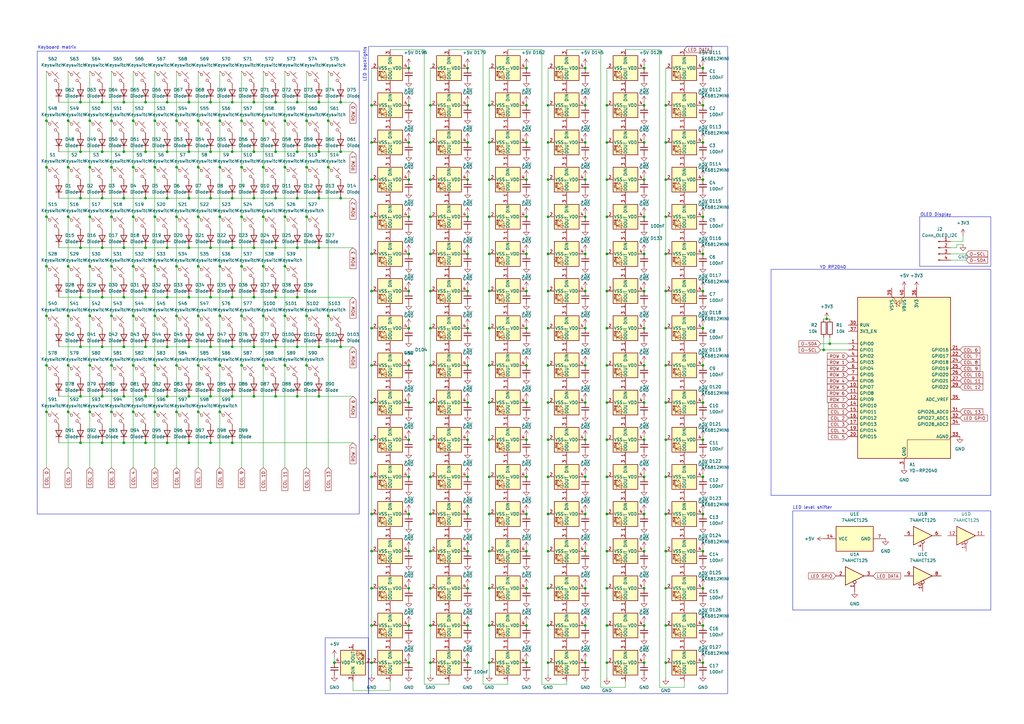
<source format=kicad_sch>
(kicad_sch (version 20250114) (generator "eeschema") (generator_version "9.0")
  (paper "A3")
  (title_block (title "YDR7 Keyboard") (date "2025-10-28"))
  (rectangle (start 377.19 88.9) (end 406.4 109.22))
  (rectangle (start 325.12 209.55) (end 406.4 250.19))
  (rectangle (start 316.23 110.49) (end 406.4 203.2))
  (rectangle (start 151.13 19.05) (end 298.45 284.48))
  (rectangle (start 133.35 261.62) (end 151.13 284.48))
  (rectangle (start 15.24 20.955) (end 147.32 210.82))
  (text "LED backlights" (at 149.606 26.416 90) (effects (font (size 1.27 1.27))))
  (text "Keyboard matrix" (at 23.368 19.558 0) (effects (font (size 1.27 1.27))))
  (text "OLED Display" (at 383.794 88.138 0) (effects (font (size 1.27 1.27))))
  (text "YD RP2040\n" (at 341.63 109.728 0) (effects (font (size 1.27 1.27))))
  (text "LED level shifter" (at 333.248 208.28 0) (effects (font (size 1.27 1.27))))
  (junction (at 116.84 129.54))
  (junction (at 215.9 241.3))
  (junction (at 86.36 142.24))
  (junction (at 90.17 129.54))
  (junction (at 63.5 149.86))
  (junction (at 77.47 142.24))
  (junction (at 68.58 41.91))
  (junction (at 191.77 88.9))
  (junction (at 191.77 58.42))
  (junction (at 152.4 180.34))
  (junction (at 288.29 241.3))
  (junction (at 248.92 256.54))
  (junction (at 215.9 271.78))
  (junction (at 240.03 73.66))
  (junction (at 77.47 62.23))
  (junction (at 248.92 119.38))
  (junction (at 90.17 109.22))
  (junction (at 68.58 62.23))
  (junction (at 63.5 129.54))
  (junction (at 248.92 149.86))
  (junction (at 248.92 58.42))
  (junction (at 41.91 162.56))
  (junction (at 90.17 49.53))
  (junction (at 200.66 241.3))
  (junction (at 167.64 271.78))
  (junction (at 191.77 271.78))
  (junction (at 81.28 149.86))
  (junction (at 340.36 140.97))
  (junction (at 72.39 168.91))
  (junction (at 33.02 81.28))
  (junction (at 167.64 119.38))
  (junction (at 95.25 121.92))
  (junction (at 200.66 43.18))
  (junction (at 200.66 149.86))
  (junction (at 224.79 165.1))
  (junction (at 176.53 58.42))
  (junction (at 99.06 49.53))
  (junction (at 337.82 143.51))
  (junction (at 95.25 81.28))
  (junction (at 99.06 68.58))
  (junction (at 264.16 43.18))
  (junction (at 113.03 81.28))
  (junction (at 72.39 88.9))
  (junction (at 113.03 162.56))
  (junction (at 63.5 109.22))
  (junction (at 77.47 101.6))
  (junction (at 273.05 149.86))
  (junction (at 273.05 88.9))
  (junction (at 273.05 134.62))
  (junction (at 134.62 129.54))
  (junction (at 139.7 142.24))
  (junction (at 264.16 149.86))
  (junction (at 81.28 68.58))
  (junction (at 264.16 58.42))
  (junction (at 19.05 88.9))
  (junction (at 121.92 101.6))
  (junction (at 95.25 162.56))
  (junction (at 264.16 165.1))
  (junction (at 130.81 41.91))
  (junction (at 152.4 119.38))
  (junction (at 63.5 168.91))
  (junction (at 134.62 49.53))
  (junction (at 224.79 271.78))
  (junction (at 152.4 88.9))
  (junction (at 248.92 73.66))
  (junction (at 176.53 226.06))
  (junction (at 200.66 210.82))
  (junction (at 248.92 271.78))
  (junction (at 167.64 256.54))
  (junction (at 264.16 134.62))
  (junction (at 224.79 256.54))
  (junction (at 167.64 58.42))
  (junction (at 152.4 43.18))
  (junction (at 215.9 43.18))
  (junction (at 200.66 226.06))
  (junction (at 200.66 180.34))
  (junction (at 176.53 134.62))
  (junction (at 33.02 162.56))
  (junction (at 224.79 241.3))
  (junction (at 152.4 58.42))
  (junction (at 224.79 73.66))
  (junction (at 273.05 271.78))
  (junction (at 95.25 101.6))
  (junction (at 167.64 165.1))
  (junction (at 27.94 109.22))
  (junction (at 288.29 165.1))
  (junction (at 167.64 73.66))
  (junction (at 264.16 210.82))
  (junction (at 27.94 168.91))
  (junction (at 200.66 134.62))
  (junction (at 248.92 88.9))
  (junction (at 167.64 43.18))
  (junction (at 121.92 142.24))
  (junction (at 107.95 129.54))
  (junction (at 116.84 49.53))
  (junction (at 273.05 210.82))
  (junction (at 107.95 109.22))
  (junction (at 99.06 129.54))
  (junction (at 125.73 129.54))
  (junction (at 224.79 43.18))
  (junction (at 264.16 88.9))
  (junction (at 339.09 130.81))
  (junction (at 116.84 149.86))
  (junction (at 215.9 256.54))
  (junction (at 273.05 165.1))
  (junction (at 240.03 149.86))
  (junction (at 104.14 81.28))
  (junction (at 288.29 58.42))
  (junction (at 191.77 256.54))
  (junction (at 95.25 181.61))
  (junction (at 63.5 49.53))
  (junction (at 27.94 68.58))
  (junction (at 86.36 62.23))
  (junction (at 116.84 109.22))
  (junction (at 191.77 134.62))
  (junction (at 167.64 226.06))
  (junction (at 264.16 104.14))
  (junction (at 273.05 256.54))
  (junction (at 36.83 88.9))
  (junction (at 191.77 195.58))
  (junction (at 33.02 181.61))
  (junction (at 288.29 104.14))
  (junction (at 99.06 149.86))
  (junction (at 45.72 49.53))
  (junction (at 121.92 62.23))
  (junction (at 224.79 134.62))
  (junction (at 59.69 121.92))
  (junction (at 152.4 73.66))
  (junction (at 113.03 62.23))
  (junction (at 139.7 62.23))
  (junction (at 68.58 121.92))
  (junction (at 288.29 271.78))
  (junction (at 273.05 226.06))
  (junction (at 215.9 27.94))
  (junction (at 121.92 121.92))
  (junction (at 86.36 41.91))
  (junction (at 36.83 68.58))
  (junction (at 167.64 88.9))
  (junction (at 240.03 180.34))
  (junction (at 130.81 142.24))
  (junction (at 191.77 73.66))
  (junction (at 224.79 104.14))
  (junction (at 273.05 119.38))
  (junction (at 288.29 88.9))
  (junction (at 90.17 168.91))
  (junction (at 95.25 62.23))
  (junction (at 50.8 62.23))
  (junction (at 248.92 195.58))
  (junction (at 264.16 119.38))
  (junction (at 121.92 162.56))
  (junction (at 27.94 49.53))
  (junction (at 116.84 68.58))
  (junction (at 33.02 121.92))
  (junction (at 288.29 226.06))
  (junction (at 90.17 68.58))
  (junction (at 176.53 119.38))
  (junction (at 288.29 210.82))
  (junction (at 224.79 226.06))
  (junction (at 86.36 162.56))
  (junction (at 215.9 104.14))
  (junction (at 176.53 271.78))
  (junction (at 113.03 142.24))
  (junction (at 176.53 43.18))
  (junction (at 33.02 142.24))
  (junction (at 45.72 109.22))
  (junction (at 176.53 210.82))
  (junction (at 104.14 101.6))
  (junction (at 248.92 165.1))
  (junction (at 200.66 73.66))
  (junction (at 77.47 41.91))
  (junction (at 224.79 58.42))
  (junction (at 72.39 129.54))
  (junction (at 167.64 104.14))
  (junction (at 176.53 180.34))
  (junction (at 95.25 41.91))
  (junction (at 130.81 62.23))
  (junction (at 33.02 62.23))
  (junction (at 215.9 58.42))
  (junction (at 59.69 162.56))
  (junction (at 130.81 162.56))
  (junction (at 45.72 129.54))
  (junction (at 36.83 49.53))
  (junction (at 240.03 43.18))
  (junction (at 215.9 226.06))
  (junction (at 86.36 121.92))
  (junction (at 215.9 88.9))
  (junction (at 288.29 149.86))
  (junction (at 41.91 101.6))
  (junction (at 191.77 165.1))
  (junction (at 191.77 27.94))
  (junction (at 264.16 226.06))
  (junction (at 224.79 195.58))
  (junction (at 134.62 68.58))
  (junction (at 50.8 181.61))
  (junction (at 191.77 119.38))
  (junction (at 240.03 58.42))
  (junction (at 152.4 165.1))
  (junction (at 86.36 81.28))
  (junction (at 81.28 88.9))
  (junction (at 152.4 210.82))
  (junction (at 54.61 49.53))
  (junction (at 77.47 181.61))
  (junction (at 36.83 129.54))
  (junction (at 200.66 195.58))
  (junction (at 36.83 109.22))
  (junction (at 104.14 142.24))
  (junction (at 36.83 149.86))
  (junction (at 86.36 101.6))
  (junction (at 200.66 119.38))
  (junction (at 264.16 73.66))
  (junction (at 104.14 41.91))
  (junction (at 288.29 27.94))
  (junction (at 19.05 109.22))
  (junction (at 200.66 104.14))
  (junction (at 240.03 256.54))
  (junction (at 200.66 58.42))
  (junction (at 41.91 121.92))
  (junction (at 240.03 271.78))
  (junction (at 59.69 142.24))
  (junction (at 191.77 210.82))
  (junction (at 152.4 134.62))
  (junction (at 240.03 210.82))
  (junction (at 152.4 195.58))
  (junction (at 125.73 68.58))
  (junction (at 68.58 162.56))
  (junction (at 45.72 149.86))
  (junction (at 167.64 134.62))
  (junction (at 248.92 226.06))
  (junction (at 63.5 88.9))
  (junction (at 288.29 256.54))
  (junction (at 59.69 41.91))
  (junction (at 264.16 180.34))
  (junction (at 41.91 142.24))
  (junction (at 224.79 180.34))
  (junction (at 41.91 181.61))
  (junction (at 200.66 165.1))
  (junction (at 240.03 104.14))
  (junction (at 113.03 41.91))
  (junction (at 54.61 149.86))
  (junction (at 152.4 104.14))
  (junction (at 72.39 149.86))
  (junction (at 176.53 104.14))
  (junction (at 125.73 149.86))
  (junction (at 215.9 180.34))
  (junction (at 104.14 162.56))
  (junction (at 59.69 101.6))
  (junction (at 104.14 121.92))
  (junction (at 215.9 119.38))
  (junction (at 224.79 119.38))
  (junction (at 19.05 168.91))
  (junction (at 176.53 195.58))
  (junction (at 240.03 226.06))
  (junction (at 99.06 109.22))
  (junction (at 19.05 129.54))
  (junction (at 72.39 49.53))
  (junction (at 191.77 180.34))
  (junction (at 41.91 81.28))
  (junction (at 50.8 162.56))
  (junction (at 45.72 68.58))
  (junction (at 152.4 226.06))
  (junction (at 224.79 88.9))
  (junction (at 167.64 210.82))
  (junction (at 264.16 256.54))
  (junction (at 288.29 43.18))
  (junction (at 107.95 88.9))
  (junction (at 113.03 121.92))
  (junction (at 288.29 73.66))
  (junction (at 248.92 210.82))
  (junction (at 68.58 181.61))
  (junction (at 264.16 195.58))
  (junction (at 152.4 241.3))
  (junction (at 27.94 149.86))
  (junction (at 125.73 49.53))
  (junction (at 59.69 62.23))
  (junction (at 288.29 134.62))
  (junction (at 72.39 68.58))
  (junction (at 86.36 181.61))
  (junction (at 215.9 165.1))
  (junction (at 200.66 88.9))
  (junction (at 240.03 241.3))
  (junction (at 191.77 149.86))
  (junction (at 116.84 88.9))
  (junction (at 130.81 81.28))
  (junction (at 264.16 27.94))
  (junction (at 176.53 241.3))
  (junction (at 77.47 121.92))
  (junction (at 176.53 256.54))
  (junction (at 240.03 27.94))
  (junction (at 273.05 73.66))
  (junction (at 288.29 180.34))
  (junction (at 248.92 104.14))
  (junction (at 41.91 62.23))
  (junction (at 152.4 256.54))
  (junction (at 59.69 181.61))
  (junction (at 45.72 88.9))
  (junction (at 191.77 241.3))
  (junction (at 125.73 88.9))
  (junction (at 139.7 81.28))
  (junction (at 288.29 119.38))
  (junction (at 107.95 149.86))
  (junction (at 191.77 226.06))
  (junction (at 63.5 68.58))
  (junction (at 36.83 168.91))
  (junction (at 19.05 149.86))
  (junction (at 95.25 142.24))
  (junction (at 27.94 129.54))
  (junction (at 77.47 162.56))
  (junction (at 59.69 81.28))
  (junction (at 90.17 88.9))
  (junction (at 215.9 149.86))
  (junction (at 248.92 134.62))
  (junction (at 107.95 49.53))
  (junction (at 273.05 241.3))
  (junction (at 224.79 149.86))
  (junction (at 19.05 49.53))
  (junction (at 248.92 43.18))
  (junction (at 167.64 149.86))
  (junction (at 248.92 241.3))
  (junction (at 68.58 142.24))
  (junction (at 68.58 101.6))
  (junction (at 50.8 41.91))
  (junction (at 27.94 88.9))
  (junction (at 99.06 88.9))
  (junction (at 288.29 195.58))
  (junction (at 113.03 101.6))
  (junction (at 273.05 58.42))
  (junction (at 167.64 241.3))
  (junction (at 273.05 43.18))
  (junction (at 167.64 27.94))
  (junction (at 224.79 210.82))
  (junction (at 54.61 129.54))
  (junction (at 167.64 195.58))
  (junction (at 50.8 101.6))
  (junction (at 33.02 41.91))
  (junction (at 176.53 165.1))
  (junction (at 41.91 41.91))
  (junction (at 191.77 104.14))
  (junction (at 167.64 180.34))
  (junction (at 81.28 109.22))
  (junction (at 50.8 121.92))
  (junction (at 215.9 134.62))
  (junction (at 273.05 180.34))
  (junction (at 152.4 271.78))
  (junction (at 54.61 68.58))
  (junction (at 248.92 180.34))
  (junction (at 273.05 104.14))
  (junction (at 137.16 271.78))
  (junction (at 54.61 88.9))
  (junction (at 45.72 168.91))
  (junction (at 107.95 68.58))
  (junction (at 215.9 210.82))
  (junction (at 152.4 149.86))
  (junction (at 273.05 195.58))
  (junction (at 176.53 88.9))
  (junction (at 81.28 129.54))
  (junction (at 121.92 41.91))
  (junction (at 104.14 62.23))
  (junction (at 54.61 168.91))
  (junction (at 176.53 149.86))
  (junction (at 50.8 81.28))
  (junction (at 191.77 43.18))
  (junction (at 215.9 195.58))
  (junction (at 264.16 241.3))
  (junction (at 90.17 149.86))
  (junction (at 200.66 271.78))
  (junction (at 121.92 81.28))
  (junction (at 240.03 119.38))
  (junction (at 77.47 81.28))
  (junction (at 68.58 81.28))
  (junction (at 176.53 73.66))
  (junction (at 240.03 195.58))
  (junction (at 72.39 109.22))
  (junction (at 139.7 41.91))
  (junction (at 215.9 73.66))
  (junction (at 81.28 49.53))
  (junction (at 130.81 101.6))
  (junction (at 240.03 88.9))
  (junction (at 264.16 271.78))
  (junction (at 81.28 168.91))
  (junction (at 200.66 256.54))
  (junction (at 240.03 134.62))
  (junction (at 19.05 68.58))
  (junction (at 33.02 101.6))
  (junction (at 240.03 165.1))
  (junction (at 54.61 109.22))
  (junction (at 50.8 142.24))
  (wire (pts (xy 191.77 26.67) (xy 191.77 27.94)))
  (wire (pts (xy 264.16 118.11) (xy 264.16 119.38)))
  (wire (pts (xy 167.64 41.91) (xy 167.64 43.18)))
  (wire (pts (xy 113.03 162.56) (xy 121.92 162.56)))
  (wire (pts (xy 95.25 101.6) (xy 104.14 101.6)))
  (wire (pts (xy 396.24 104.14) (xy 389.89 104.14)))
  (wire (pts (xy 41.91 142.24) (xy 50.8 142.24)))
  (wire (pts (xy 72.39 168.91) (xy 72.39 191.77)))
  (wire (pts (xy 200.66 119.38) (xy 200.66 134.62)))
  (wire (pts (xy 264.16 26.67) (xy 264.16 27.94)))
  (wire (pts (xy 107.95 49.53) (xy 107.95 68.58)))
  (wire (pts (xy 104.14 101.6) (xy 113.03 101.6)))
  (wire (pts (xy 134.62 29.21) (xy 134.62 49.53)))
  (wire (pts (xy 116.84 88.9) (xy 116.84 109.22)))
  (wire (pts (xy 24.13 101.6) (xy 33.02 101.6)))
  (wire (pts (xy 176.53 271.78) (xy 176.53 276.86)))
  (wire (pts (xy 264.16 87.63) (xy 264.16 88.9)))
  (wire (pts (xy 59.69 62.23) (xy 68.58 62.23)))
  (wire (pts (xy 248.92 104.14) (xy 248.92 119.38)))
  (wire (pts (xy 104.14 121.92) (xy 113.03 121.92)))
  (wire (pts (xy 224.79 134.62) (xy 224.79 149.86)))
  (wire (pts (xy 152.4 119.38) (xy 152.4 134.62)))
  (wire (pts (xy 176.53 134.62) (xy 176.53 149.86)))
  (wire (pts (xy 215.9 87.63) (xy 215.9 88.9)))
  (wire (pts (xy 68.58 41.91) (xy 77.47 41.91)))
  (wire (pts (xy 248.92 119.38) (xy 248.92 134.62)))
  (wire (pts (xy 200.66 271.78) (xy 200.66 276.86)))
  (wire (pts (xy 288.29 26.67) (xy 288.29 27.94)))
  (wire (pts (xy 59.69 81.28) (xy 68.58 81.28)))
  (wire (pts (xy 191.77 194.31) (xy 191.77 195.58)))
  (wire (pts (xy 200.66 27.94) (xy 200.66 43.18)))
  (wire (pts (xy 264.16 163.83) (xy 264.16 165.1)))
  (wire (pts (xy 134.62 49.53) (xy 134.62 68.58)))
  (wire (pts (xy 200.66 104.14) (xy 200.66 119.38)))
  (wire (pts (xy 104.14 162.56) (xy 113.03 162.56)))
  (wire (pts (xy 160.02 279.4) (xy 160.02 283.21)))
  (wire (pts (xy 68.58 101.6) (xy 77.47 101.6)))
  (wire (pts (xy 248.92 88.9) (xy 248.92 104.14)))
  (wire (pts (xy 215.9 72.39) (xy 215.9 73.66)))
  (wire (pts (xy 36.83 68.58) (xy 36.83 88.9)))
  (wire (pts (xy 273.05 149.86) (xy 273.05 165.1)))
  (wire (pts (xy 33.02 41.91) (xy 41.91 41.91)))
  (wire (pts (xy 19.05 149.86) (xy 19.05 168.91)))
  (wire (pts (xy 264.16 133.35) (xy 264.16 134.62)))
  (wire (pts (xy 224.79 149.86) (xy 224.79 165.1)))
  (wire (pts (xy 215.9 163.83) (xy 215.9 165.1)))
  (wire (pts (xy 232.41 280.67) (xy 232.41 279.4)))
  (wire (pts (xy 86.36 121.92) (xy 95.25 121.92)))
  (wire (pts (xy 273.05 58.42) (xy 273.05 73.66)))
  (wire (pts (xy 77.47 81.28) (xy 86.36 81.28)))
  (wire (pts (xy 121.92 121.92) (xy 144.78 121.92)))
  (wire (pts (xy 54.61 49.53) (xy 54.61 68.58)))
  (wire (pts (xy 273.05 241.3) (xy 273.05 256.54)))
  (wire (pts (xy 152.4 195.58) (xy 152.4 210.82)))
  (wire (pts (xy 273.05 73.66) (xy 273.05 88.9)))
  (wire (pts (xy 248.92 27.94) (xy 248.92 43.18)))
  (wire (pts (xy 86.36 181.61) (xy 95.25 181.61)))
  (wire (pts (xy 59.69 121.92) (xy 68.58 121.92)))
  (wire (pts (xy 176.53 104.14) (xy 176.53 119.38)))
  (wire (pts (xy 167.64 179.07) (xy 167.64 180.34)))
  (wire (pts (xy 248.92 73.66) (xy 248.92 88.9)))
  (wire (pts (xy 191.77 57.15) (xy 191.77 58.42)))
  (wire (pts (xy 134.62 68.58) (xy 134.62 129.54)))
  (wire (pts (xy 50.8 62.23) (xy 59.69 62.23)))
  (wire (pts (xy 246.38 20.32) (xy 232.41 20.32)))
  (wire (pts (xy 77.47 101.6) (xy 86.36 101.6)))
  (wire (pts (xy 200.66 73.66) (xy 200.66 88.9)))
  (wire (pts (xy 273.05 104.14) (xy 273.05 119.38)))
  (wire (pts (xy 24.13 142.24) (xy 33.02 142.24)))
  (wire (pts (xy 33.02 101.6) (xy 41.91 101.6)))
  (wire (pts (xy 248.92 195.58) (xy 248.92 210.82)))
  (wire (pts (xy 394.97 99.06) (xy 389.89 99.06)))
  (wire (pts (xy 45.72 88.9) (xy 45.72 109.22)))
  (wire (pts (xy 240.03 102.87) (xy 240.03 104.14)))
  (wire (pts (xy 264.16 255.27) (xy 264.16 256.54)))
  (wire (pts (xy 45.72 68.58) (xy 45.72 88.9)))
  (wire (pts (xy 248.92 165.1) (xy 248.92 180.34)))
  (wire (pts (xy 191.77 102.87) (xy 191.77 104.14)))
  (wire (pts (xy 45.72 29.21) (xy 45.72 49.53)))
  (wire (pts (xy 264.16 224.79) (xy 264.16 226.06)))
  (wire (pts (xy 176.53 256.54) (xy 176.53 271.78)))
  (wire (pts (xy 107.95 29.21) (xy 107.95 49.53)))
  (wire (pts (xy 95.25 41.91) (xy 104.14 41.91)))
  (wire (pts (xy 45.72 168.91) (xy 45.72 191.77)))
  (wire (pts (xy 27.94 49.53) (xy 27.94 68.58)))
  (wire (pts (xy 72.39 49.53) (xy 72.39 68.58)))
  (wire (pts (xy 81.28 129.54) (xy 81.28 149.86)))
  (wire (pts (xy 176.53 43.18) (xy 176.53 58.42)))
  (wire (pts (xy 54.61 88.9) (xy 54.61 109.22)))
  (wire (pts (xy 191.77 87.63) (xy 191.77 88.9)))
  (wire (pts (xy 240.03 57.15) (xy 240.03 58.42)))
  (wire (pts (xy 215.9 133.35) (xy 215.9 134.62)))
  (wire (pts (xy 104.14 41.91) (xy 113.03 41.91)))
  (wire (pts (xy 104.14 81.28) (xy 113.03 81.28)))
  (wire (pts (xy 113.03 121.92) (xy 121.92 121.92)))
  (wire (pts (xy 167.64 133.35) (xy 167.64 134.62)))
  (wire (pts (xy 224.79 256.54) (xy 224.79 271.78)))
  (wire (pts (xy 54.61 168.91) (xy 54.61 191.77)))
  (wire (pts (xy 264.16 270.51) (xy 264.16 271.78)))
  (wire (pts (xy 121.92 81.28) (xy 130.81 81.28)))
  (wire (pts (xy 107.95 88.9) (xy 107.95 109.22)))
  (wire (pts (xy 167.64 224.79) (xy 167.64 226.06)))
  (wire (pts (xy 288.29 163.83) (xy 288.29 165.1)))
  (wire (pts (xy 81.28 49.53) (xy 81.28 68.58)))
  (wire (pts (xy 270.51 281.94) (xy 270.51 20.32)))
  (wire (pts (xy 264.16 72.39) (xy 264.16 73.66)))
  (wire (pts (xy 116.84 129.54) (xy 116.84 149.86)))
  (wire (pts (xy 224.79 104.14) (xy 224.79 119.38)))
  (wire (pts (xy 81.28 109.22) (xy 81.28 129.54)))
  (wire (pts (xy 50.8 181.61) (xy 59.69 181.61)))
  (wire (pts (xy 86.36 62.23) (xy 95.25 62.23)))
  (wire (pts (xy 36.83 109.22) (xy 36.83 129.54)))
  (wire (pts (xy 27.94 68.58) (xy 27.94 88.9)))
  (wire (pts (xy 27.94 129.54) (xy 27.94 149.86)))
  (wire (pts (xy 36.83 168.91) (xy 36.83 191.77)))
  (wire (pts (xy 248.92 134.62) (xy 248.92 149.86)))
  (wire (pts (xy 113.03 81.28) (xy 121.92 81.28)))
  (wire (pts (xy 173.99 280.67) (xy 184.15 280.67)))
  (wire (pts (xy 198.12 20.32) (xy 184.15 20.32)))
  (wire (pts (xy 222.25 20.32) (xy 208.28 20.32)))
  (wire (pts (xy 77.47 62.23) (xy 86.36 62.23)))
  (wire (pts (xy 200.66 58.42) (xy 200.66 73.66)))
  (wire (pts (xy 152.4 271.78) (xy 152.4 276.86)))
  (wire (pts (xy 63.5 29.21) (xy 63.5 49.53)))
  (wire (pts (xy 191.77 240.03) (xy 191.77 241.3)))
  (wire (pts (xy 224.79 43.18) (xy 224.79 58.42)))
  (wire (pts (xy 121.92 142.24) (xy 130.81 142.24)))
  (wire (pts (xy 130.81 41.91) (xy 139.7 41.91)))
  (wire (pts (xy 72.39 29.21) (xy 72.39 49.53)))
  (wire (pts (xy 68.58 121.92) (xy 77.47 121.92)))
  (wire (pts (xy 270.51 20.32) (xy 256.54 20.32)))
  (wire (pts (xy 24.13 62.23) (xy 33.02 62.23)))
  (wire (pts (xy 63.5 88.9) (xy 63.5 109.22)))
  (wire (pts (xy 176.53 119.38) (xy 176.53 134.62)))
  (wire (pts (xy 200.66 134.62) (xy 200.66 149.86)))
  (wire (pts (xy 288.29 224.79) (xy 288.29 226.06)))
  (wire (pts (xy 107.95 109.22) (xy 107.95 129.54)))
  (wire (pts (xy 339.09 130.81) (xy 340.36 130.81)))
  (wire (pts (xy 36.83 49.53) (xy 36.83 68.58)))
  (wire (pts (xy 59.69 181.61) (xy 68.58 181.61)))
  (wire (pts (xy 224.79 119.38) (xy 224.79 134.62)))
  (wire (pts (xy 176.53 180.34) (xy 176.53 195.58)))
  (wire (pts (xy 130.81 62.23) (xy 139.7 62.23)))
  (wire (pts (xy 90.17 68.58) (xy 90.17 88.9)))
  (wire (pts (xy 72.39 68.58) (xy 72.39 88.9)))
  (wire (pts (xy 59.69 101.6) (xy 68.58 101.6)))
  (wire (pts (xy 63.5 129.54) (xy 63.5 149.86)))
  (wire (pts (xy 81.28 149.86) (xy 81.28 168.91)))
  (wire (pts (xy 24.13 121.92) (xy 33.02 121.92)))
  (wire (pts (xy 54.61 149.86) (xy 54.61 168.91)))
  (wire (pts (xy 24.13 81.28) (xy 33.02 81.28)))
  (wire (pts (xy 86.36 142.24) (xy 95.25 142.24)))
  (wire (pts (xy 68.58 181.61) (xy 77.47 181.61)))
  (wire (pts (xy 224.79 226.06) (xy 224.79 241.3)))
  (wire (pts (xy 90.17 29.21) (xy 90.17 49.53)))
  (wire (pts (xy 54.61 109.22) (xy 54.61 129.54)))
  (wire (pts (xy 152.4 241.3) (xy 152.4 256.54)))
  (wire (pts (xy 191.77 179.07) (xy 191.77 180.34)))
  (wire (pts (xy 176.53 27.94) (xy 176.53 43.18)))
  (wire (pts (xy 24.13 41.91) (xy 33.02 41.91)))
  (wire (pts (xy 215.9 224.79) (xy 215.9 226.06)))
  (wire (pts (xy 77.47 162.56) (xy 86.36 162.56)))
  (wire (pts (xy 264.16 209.55) (xy 264.16 210.82)))
  (wire (pts (xy 95.25 121.92) (xy 104.14 121.92)))
  (wire (pts (xy 224.79 27.94) (xy 224.79 43.18)))
  (wire (pts (xy 240.03 270.51) (xy 240.03 271.78)))
  (wire (pts (xy 54.61 29.21) (xy 54.61 49.53)))
  (wire (pts (xy 167.64 26.67) (xy 167.64 27.94)))
  (wire (pts (xy 224.79 210.82) (xy 224.79 226.06)))
  (wire (pts (xy 50.8 81.28) (xy 59.69 81.28)))
  (wire (pts (xy 63.5 168.91) (xy 63.5 191.77)))
  (wire (pts (xy 273.05 27.94) (xy 273.05 43.18)))
  (wire (pts (xy 273.05 88.9) (xy 273.05 104.14)))
  (wire (pts (xy 337.82 130.81) (xy 339.09 130.81)))
  (wire (pts (xy 36.83 129.54) (xy 36.83 149.86)))
  (wire (pts (xy 167.64 255.27) (xy 167.64 256.54)))
  (wire (pts (xy 107.95 68.58) (xy 107.95 88.9)))
  (wire (pts (xy 200.66 210.82) (xy 200.66 226.06)))
  (wire (pts (xy 99.06 29.21) (xy 99.06 49.53)))
  (wire (pts (xy 81.28 168.91) (xy 81.28 191.77)))
  (wire (pts (xy 288.29 240.03) (xy 288.29 241.3)))
  (wire (pts (xy 200.66 180.34) (xy 200.66 195.58)))
  (wire (pts (xy 167.64 163.83) (xy 167.64 165.1)))
  (wire (pts (xy 54.61 129.54) (xy 54.61 149.86)))
  (wire (pts (xy 27.94 149.86) (xy 27.94 168.91)))
  (wire (pts (xy 270.51 281.94) (xy 280.67 281.94)))
  (wire (pts (xy 215.9 118.11) (xy 215.9 119.38)))
  (wire (pts (xy 273.05 43.18) (xy 273.05 58.42)))
  (wire (pts (xy 246.38 281.94) (xy 256.54 281.94)))
  (wire (pts (xy 273.05 226.06) (xy 273.05 241.3)))
  (wire (pts (xy 152.4 226.06) (xy 152.4 241.3)))
  (wire (pts (xy 99.06 68.58) (xy 99.06 88.9)))
  (wire (pts (xy 36.83 88.9) (xy 36.83 109.22)))
  (wire (pts (xy 95.25 81.28) (xy 104.14 81.28)))
  (wire (pts (xy 215.9 102.87) (xy 215.9 104.14)))
  (wire (pts (xy 33.02 81.28) (xy 41.91 81.28)))
  (wire (pts (xy 264.16 179.07) (xy 264.16 180.34)))
  (wire (pts (xy 240.03 194.31) (xy 240.03 195.58)))
  (wire (pts (xy 54.61 68.58) (xy 54.61 88.9)))
  (wire (pts (xy 19.05 168.91) (xy 19.05 191.77)))
  (wire (pts (xy 144.78 283.21) (xy 144.78 279.4)))
  (wire (pts (xy 191.77 255.27) (xy 191.77 256.54)))
  (wire (pts (xy 264.16 194.31) (xy 264.16 195.58)))
  (wire (pts (xy 264.16 102.87) (xy 264.16 104.14)))
  (wire (pts (xy 77.47 121.92) (xy 86.36 121.92)))
  (wire (pts (xy 200.66 165.1) (xy 200.66 180.34)))
  (wire (pts (xy 99.06 49.53) (xy 99.06 68.58)))
  (wire (pts (xy 167.64 57.15) (xy 167.64 58.42)))
  (wire (pts (xy 152.4 27.94) (xy 152.4 43.18)))
  (wire (pts (xy 288.29 179.07) (xy 288.29 180.34)))
  (wire (pts (xy 240.03 41.91) (xy 240.03 43.18)))
  (wire (pts (xy 176.53 210.82) (xy 176.53 226.06)))
  (wire (pts (xy 167.64 270.51) (xy 167.64 271.78)))
  (wire (pts (xy 95.25 62.23) (xy 104.14 62.23)))
  (wire (pts (xy 215.9 179.07) (xy 215.9 180.34)))
  (wire (pts (xy 24.13 162.56) (xy 33.02 162.56)))
  (wire (pts (xy 45.72 129.54) (xy 45.72 149.86)))
  (wire (pts (xy 27.94 109.22) (xy 27.94 129.54)))
  (wire (pts (xy 19.05 29.21) (xy 19.05 49.53)))
  (wire (pts (xy 215.9 255.27) (xy 215.9 256.54)))
  (wire (pts (xy 81.28 29.21) (xy 81.28 49.53)))
  (wire (pts (xy 116.84 109.22) (xy 116.84 129.54)))
  (wire (pts (xy 273.05 210.82) (xy 273.05 226.06)))
  (wire (pts (xy 50.8 121.92) (xy 59.69 121.92)))
  (wire (pts (xy 215.9 148.59) (xy 215.9 149.86)))
  (wire (pts (xy 19.05 109.22) (xy 19.05 129.54)))
  (wire (pts (xy 63.5 49.53) (xy 63.5 68.58)))
  (wire (pts (xy 176.53 195.58) (xy 176.53 210.82)))
  (wire (pts (xy 173.99 20.32) (xy 160.02 20.32)))
  (wire (pts (xy 248.92 180.34) (xy 248.92 195.58)))
  (wire (pts (xy 167.64 118.11) (xy 167.64 119.38)))
  (wire (pts (xy 288.29 87.63) (xy 288.29 88.9)))
  (wire (pts (xy 288.29 133.35) (xy 288.29 134.62)))
  (wire (pts (xy 176.53 58.42) (xy 176.53 73.66)))
  (wire (pts (xy 176.53 73.66) (xy 176.53 88.9)))
  (wire (pts (xy 104.14 62.23) (xy 113.03 62.23)))
  (wire (pts (xy 116.84 68.58) (xy 116.84 88.9)))
  (wire (pts (xy 130.81 142.24) (xy 139.7 142.24)))
  (wire (pts (xy 394.97 96.52) (xy 394.97 99.06)))
  (wire (pts (xy 240.03 255.27) (xy 240.03 256.54)))
  (wire (pts (xy 27.94 29.21) (xy 27.94 49.53)))
  (wire (pts (xy 215.9 240.03) (xy 215.9 241.3)))
  (wire (pts (xy 246.38 281.94) (xy 246.38 20.32)))
  (wire (pts (xy 224.79 58.42) (xy 224.79 73.66)))
  (wire (pts (xy 107.95 129.54) (xy 107.95 149.86)))
  (wire (pts (xy 41.91 162.56) (xy 50.8 162.56)))
  (wire (pts (xy 167.64 87.63) (xy 167.64 88.9)))
  (wire (pts (xy 200.66 241.3) (xy 200.66 256.54)))
  (wire (pts (xy 208.28 280.67) (xy 208.28 279.4)))
  (wire (pts (xy 264.16 57.15) (xy 264.16 58.42)))
  (wire (pts (xy 224.79 165.1) (xy 224.79 180.34)))
  (wire (pts (xy 224.79 88.9) (xy 224.79 104.14)))
  (wire (pts (xy 222.25 280.67) (xy 222.25 20.32)))
  (wire (pts (xy 90.17 88.9) (xy 90.17 109.22)))
  (wire (pts (xy 113.03 62.23) (xy 121.92 62.23)))
  (wire (pts (xy 86.36 41.91) (xy 95.25 41.91)))
  (wire (pts (xy 337.82 138.43) (xy 337.82 143.51)))
  (wire (pts (xy 99.06 88.9) (xy 99.06 109.22)))
  (wire (pts (xy 215.9 209.55) (xy 215.9 210.82)))
  (wire (pts (xy 222.25 280.67) (xy 232.41 280.67)))
  (wire (pts (xy 45.72 109.22) (xy 45.72 129.54)))
  (wire (pts (xy 107.95 149.86) (xy 107.95 191.77)))
  (wire (pts (xy 19.05 88.9) (xy 19.05 109.22)))
  (wire (pts (xy 198.12 280.67) (xy 208.28 280.67)))
  (wire (pts (xy 41.91 41.91) (xy 50.8 41.91)))
  (wire (pts (xy 77.47 41.91) (xy 86.36 41.91)))
  (wire (pts (xy 19.05 68.58) (xy 19.05 88.9)))
  (wire (pts (xy 191.77 148.59) (xy 191.77 149.86)))
  (wire (pts (xy 264.16 240.03) (xy 264.16 241.3)))
  (wire (pts (xy 137.16 269.24) (xy 137.16 271.78)))
  (wire (pts (xy 41.91 62.23) (xy 50.8 62.23)))
  (wire (pts (xy 36.83 29.21) (xy 36.83 49.53)))
  (wire (pts (xy 152.4 104.14) (xy 152.4 119.38)))
  (wire (pts (xy 36.83 149.86) (xy 36.83 168.91)))
  (wire (pts (xy 95.25 162.56) (xy 104.14 162.56)))
  (wire (pts (xy 396.24 106.68) (xy 389.89 106.68)))
  (wire (pts (xy 224.79 195.58) (xy 224.79 210.82)))
  (wire (pts (xy 113.03 101.6) (xy 121.92 101.6)))
  (wire (pts (xy 50.8 101.6) (xy 59.69 101.6)))
  (wire (pts (xy 215.9 41.91) (xy 215.9 43.18)))
  (wire (pts (xy 248.92 58.42) (xy 248.92 73.66)))
  (wire (pts (xy 99.06 149.86) (xy 99.06 191.77)))
  (wire (pts (xy 125.73 88.9) (xy 125.73 129.54)))
  (wire (pts (xy 33.02 121.92) (xy 41.91 121.92)))
  (wire (pts (xy 41.91 81.28) (xy 50.8 81.28)))
  (wire (pts (xy 288.29 118.11) (xy 288.29 119.38)))
  (wire (pts (xy 68.58 62.23) (xy 77.47 62.23)))
  (wire (pts (xy 45.72 49.53) (xy 45.72 68.58)))
  (wire (pts (xy 176.53 149.86) (xy 176.53 165.1)))
  (wire (pts (xy 152.4 180.34) (xy 152.4 195.58)))
  (wire (pts (xy 63.5 109.22) (xy 63.5 129.54)))
  (wire (pts (xy 288.29 57.15) (xy 288.29 58.42)))
  (wire (pts (xy 59.69 162.56) (xy 68.58 162.56)))
  (wire (pts (xy 86.36 101.6) (xy 95.25 101.6)))
  (wire (pts (xy 224.79 180.34) (xy 224.79 195.58)))
  (wire (pts (xy 176.53 88.9) (xy 176.53 104.14)))
  (wire (pts (xy 167.64 194.31) (xy 167.64 195.58)))
  (wire (pts (xy 116.84 149.86) (xy 116.84 191.77)))
  (wire (pts (xy 68.58 81.28) (xy 77.47 81.28)))
  (wire (pts (xy 130.81 81.28) (xy 139.7 81.28)))
  (wire (pts (xy 198.12 280.67) (xy 198.12 20.32)))
  (wire (pts (xy 248.92 149.86) (xy 248.92 165.1)))
  (wire (pts (xy 33.02 142.24) (xy 41.91 142.24)))
  (wire (pts (xy 113.03 142.24) (xy 121.92 142.24)))
  (wire (pts (xy 288.29 72.39) (xy 288.29 73.66)))
  (wire (pts (xy 173.99 280.67) (xy 173.99 20.32)))
  (wire (pts (xy 248.92 271.78) (xy 248.92 278.13)))
  (wire (pts (xy 152.4 73.66) (xy 152.4 88.9)))
  (wire (pts (xy 288.29 41.91) (xy 288.29 43.18)))
  (wire (pts (xy 288.29 255.27) (xy 288.29 256.54)))
  (wire (pts (xy 200.66 256.54) (xy 200.66 271.78)))
  (wire (pts (xy 273.05 271.78) (xy 273.05 278.13)))
  (wire (pts (xy 240.03 163.83) (xy 240.03 165.1)))
  (wire (pts (xy 392.43 101.6) (xy 389.89 101.6)))
  (wire (pts (xy 256.54 281.94) (xy 256.54 279.4)))
  (wire (pts (xy 200.66 88.9) (xy 200.66 104.14)))
  (wire (pts (xy 248.92 256.54) (xy 248.92 271.78)))
  (wire (pts (xy 288.29 209.55) (xy 288.29 210.82)))
  (wire (pts (xy 394.97 100.33) (xy 392.43 100.33)))
  (wire (pts (xy 139.7 142.24) (xy 144.78 142.24)))
  (wire (pts (xy 86.36 162.56) (xy 95.25 162.56)))
  (wire (pts (xy 152.4 210.82) (xy 152.4 226.06)))
  (wire (pts (xy 176.53 241.3) (xy 176.53 256.54)))
  (wire (pts (xy 99.06 109.22) (xy 99.06 129.54)))
  (wire (pts (xy 273.05 180.34) (xy 273.05 195.58)))
  (wire (pts (xy 176.53 165.1) (xy 176.53 180.34)))
  (wire (pts (xy 264.16 148.59) (xy 264.16 149.86)))
  (wire (pts (xy 33.02 162.56) (xy 41.91 162.56)))
  (wire (pts (xy 248.92 43.18) (xy 248.92 58.42)))
  (wire (pts (xy 116.84 49.53) (xy 116.84 68.58)))
  (wire (pts (xy 41.91 121.92) (xy 50.8 121.92)))
  (wire (pts (xy 90.17 129.54) (xy 90.17 149.86)))
  (wire (pts (xy 139.7 41.91) (xy 144.78 41.91)))
  (wire (pts (xy 273.05 165.1) (xy 273.05 180.34)))
  (wire (pts (xy 68.58 142.24) (xy 77.47 142.24)))
  (wire (pts (xy 41.91 101.6) (xy 50.8 101.6)))
  (wire (pts (xy 41.91 181.61) (xy 50.8 181.61)))
  (wire (pts (xy 152.4 149.86) (xy 152.4 165.1)))
  (wire (pts (xy 224.79 271.78) (xy 224.79 276.86)))
  (wire (pts (xy 152.4 165.1) (xy 152.4 180.34)))
  (wire (pts (xy 90.17 149.86) (xy 90.17 168.91)))
  (wire (pts (xy 240.03 240.03) (xy 240.03 241.3)))
  (wire (pts (xy 63.5 68.58) (xy 63.5 88.9)))
  (wire (pts (xy 152.4 88.9) (xy 152.4 104.14)))
  (wire (pts (xy 240.03 209.55) (xy 240.03 210.82)))
  (wire (pts (xy 72.39 149.86) (xy 72.39 168.91)))
  (wire (pts (xy 288.29 102.87) (xy 288.29 104.14)))
  (wire (pts (xy 95.25 181.61) (xy 144.78 181.61)))
  (wire (pts (xy 152.4 134.62) (xy 152.4 149.86)))
  (wire (pts (xy 288.29 270.51) (xy 288.29 271.78)))
  (wire (pts (xy 152.4 58.42) (xy 152.4 73.66)))
  (wire (pts (xy 340.36 138.43) (xy 340.36 140.97)))
  (wire (pts (xy 72.39 88.9) (xy 72.39 109.22)))
  (wire (pts (xy 19.05 49.53) (xy 19.05 68.58)))
  (wire (pts (xy 200.66 149.86) (xy 200.66 165.1)))
  (wire (pts (xy 191.77 224.79) (xy 191.77 226.06)))
  (wire (pts (xy 90.17 109.22) (xy 90.17 129.54)))
  (wire (pts (xy 273.05 256.54) (xy 273.05 271.78)))
  (wire (pts (xy 337.82 143.51) (xy 347.98 143.51)))
  (wire (pts (xy 81.28 68.58) (xy 81.28 88.9)))
  (wire (pts (xy 392.43 100.33) (xy 392.43 101.6)))
  (wire (pts (xy 152.4 43.18) (xy 152.4 58.42)))
  (wire (pts (xy 191.77 41.91) (xy 191.77 43.18)))
  (wire (pts (xy 191.77 163.83) (xy 191.77 165.1)))
  (wire (pts (xy 116.84 29.21) (xy 116.84 49.53)))
  (wire (pts (xy 167.64 209.55) (xy 167.64 210.82)))
  (wire (pts (xy 19.05 129.54) (xy 19.05 149.86)))
  (wire (pts (xy 130.81 101.6) (xy 144.78 101.6)))
  (wire (pts (xy 24.13 181.61) (xy 33.02 181.61)))
  (wire (pts (xy 27.94 168.91) (xy 27.94 191.77)))
  (wire (pts (xy 191.77 118.11) (xy 191.77 119.38)))
  (wire (pts (xy 248.92 226.06) (xy 248.92 241.3)))
  (wire (pts (xy 248.92 241.3) (xy 248.92 256.54)))
  (wire (pts (xy 125.73 149.86) (xy 125.73 191.77)))
  (wire (pts (xy 125.73 68.58) (xy 125.73 88.9)))
  (wire (pts (xy 77.47 142.24) (xy 86.36 142.24)))
  (wire (pts (xy 167.64 240.03) (xy 167.64 241.3)))
  (wire (pts (xy 68.58 162.56) (xy 77.47 162.56)))
  (wire (pts (xy 240.03 179.07) (xy 240.03 180.34)))
  (wire (pts (xy 59.69 41.91) (xy 68.58 41.91)))
  (wire (pts (xy 33.02 181.61) (xy 41.91 181.61)))
  (wire (pts (xy 336.55 143.51) (xy 337.82 143.51)))
  (wire (pts (xy 215.9 26.67) (xy 215.9 27.94)))
  (wire (pts (xy 125.73 49.53) (xy 125.73 68.58)))
  (wire (pts (xy 224.79 73.66) (xy 224.79 88.9)))
  (wire (pts (xy 240.03 87.63) (xy 240.03 88.9)))
  (wire (pts (xy 152.4 256.54) (xy 152.4 271.78)))
  (wire (pts (xy 240.03 72.39) (xy 240.03 73.66)))
  (wire (pts (xy 336.55 140.97) (xy 340.36 140.97)))
  (wire (pts (xy 90.17 49.53) (xy 90.17 68.58)))
  (wire (pts (xy 125.73 29.21) (xy 125.73 49.53)))
  (wire (pts (xy 167.64 72.39) (xy 167.64 73.66)))
  (wire (pts (xy 240.03 118.11) (xy 240.03 119.38)))
  (wire (pts (xy 176.53 226.06) (xy 176.53 241.3)))
  (wire (pts (xy 125.73 129.54) (xy 125.73 149.86)))
  (wire (pts (xy 280.67 279.4) (xy 280.67 281.94)))
  (wire (pts (xy 121.92 62.23) (xy 130.81 62.23)))
  (wire (pts (xy 215.9 270.51) (xy 215.9 271.78)))
  (wire (pts (xy 27.94 88.9) (xy 27.94 109.22)))
  (wire (pts (xy 139.7 81.28) (xy 144.78 81.28)))
  (wire (pts (xy 184.15 280.67) (xy 184.15 279.4)))
  (wire (pts (xy 160.02 283.21) (xy 144.78 283.21)))
  (wire (pts (xy 191.77 72.39) (xy 191.77 73.66)))
  (wire (pts (xy 130.81 162.56) (xy 144.78 162.56)))
  (wire (pts (xy 86.36 81.28) (xy 95.25 81.28)))
  (wire (pts (xy 240.03 26.67) (xy 240.03 27.94)))
  (wire (pts (xy 340.36 140.97) (xy 347.98 140.97)))
  (wire (pts (xy 224.79 241.3) (xy 224.79 256.54)))
  (wire (pts (xy 200.66 43.18) (xy 200.66 58.42)))
  (wire (pts (xy 81.28 88.9) (xy 81.28 109.22)))
  (wire (pts (xy 191.77 270.51) (xy 191.77 271.78)))
  (wire (pts (xy 273.05 195.58) (xy 273.05 210.82)))
  (wire (pts (xy 121.92 41.91) (xy 130.81 41.91)))
  (wire (pts (xy 248.92 210.82) (xy 248.92 226.06)))
  (wire (pts (xy 288.29 194.31) (xy 288.29 195.58)))
  (wire (pts (xy 215.9 194.31) (xy 215.9 195.58)))
  (wire (pts (xy 72.39 109.22) (xy 72.39 129.54)))
  (wire (pts (xy 121.92 101.6) (xy 130.81 101.6)))
  (wire (pts (xy 264.16 41.91) (xy 264.16 43.18)))
  (wire (pts (xy 240.03 224.79) (xy 240.03 226.06)))
  (wire (pts (xy 240.03 133.35) (xy 240.03 134.62)))
  (wire (pts (xy 45.72 149.86) (xy 45.72 168.91)))
  (wire (pts (xy 104.14 142.24) (xy 113.03 142.24)))
  (wire (pts (xy 63.5 149.86) (xy 63.5 168.91)))
  (wire (pts (xy 191.77 133.35) (xy 191.77 134.62)))
  (wire (pts (xy 72.39 129.54) (xy 72.39 149.86)))
  (wire (pts (xy 134.62 129.54) (xy 134.62 191.77)))
  (wire (pts (xy 90.17 168.91) (xy 90.17 191.77)))
  (wire (pts (xy 33.02 62.23) (xy 41.91 62.23)))
  (wire (pts (xy 50.8 142.24) (xy 59.69 142.24)))
  (wire (pts (xy 240.03 148.59) (xy 240.03 149.86)))
  (wire (pts (xy 77.47 181.61) (xy 86.36 181.61)))
  (wire (pts (xy 191.77 209.55) (xy 191.77 210.82)))
  (wire (pts (xy 50.8 162.56) (xy 59.69 162.56)))
  (wire (pts (xy 288.29 148.59) (xy 288.29 149.86)))
  (wire (pts (xy 50.8 41.91) (xy 59.69 41.91)))
  (wire (pts (xy 121.92 162.56) (xy 130.81 162.56)))
  (wire (pts (xy 200.66 226.06) (xy 200.66 241.3)))
  (wire (pts (xy 59.69 142.24) (xy 68.58 142.24)))
  (wire (pts (xy 200.66 195.58) (xy 200.66 210.82)))
  (wire (pts (xy 139.7 62.23) (xy 144.78 62.23)))
  (wire (pts (xy 273.05 134.62) (xy 273.05 149.86)))
  (wire (pts (xy 99.06 129.54) (xy 99.06 149.86)))
  (wire (pts (xy 215.9 57.15) (xy 215.9 58.42)))
  (wire (pts (xy 167.64 102.87) (xy 167.64 104.14)))
  (wire (pts (xy 273.05 119.38) (xy 273.05 134.62)))
  (wire (pts (xy 95.25 142.24) (xy 104.14 142.24)))
  (wire (pts (xy 113.03 41.91) (xy 121.92 41.91)))
  (global_label "COL 4" (shape input) (at 54.61 191.77 270) (property "Intersheetrefs" "${INTERSHEET_REFS}" (effects (hide yes))))
  (global_label "COL 13" (shape input) (at 134.62 191.77 270) (property "Intersheetrefs" "${INTERSHEET_REFS}" (effects (hide yes))))
  (global_label "COL 6" (shape input) (at 393.7 143.51 0) (property "Intersheetrefs" "${INTERSHEET_REFS}" (effects (hide yes))))
  (global_label "COL 2" (shape input) (at 36.83 191.77 270) (property "Intersheetrefs" "${INTERSHEET_REFS}" (effects (hide yes))))
  (global_label "COL 12" (shape input) (at 393.7 158.75 0) (property "Intersheetrefs" "${INTERSHEET_REFS}" (effects (hide yes))))
  (global_label "ROW 5" (shape input) (at 144.78 142.24 270) (property "Intersheetrefs" "${INTERSHEET_REFS}" (effects (hide yes))))
  (global_label "COL 10" (shape input) (at 393.7 153.67 0) (property "Intersheetrefs" "${INTERSHEET_REFS}" (effects (hide yes))))
  (global_label "COL 3" (shape input) (at 45.72 191.77 270) (property "Intersheetrefs" "${INTERSHEET_REFS}" (effects (hide yes))))
  (global_label "COL 5" (shape input) (at 63.5 191.77 270) (property "Intersheetrefs" "${INTERSHEET_REFS}" (effects (hide yes))))
  (global_label "ROW 0" (shape input) (at 347.98 146.05 180) (property "Intersheetrefs" "${INTERSHEET_REFS}" (effects (hide yes))))
  (global_label "COL 9" (shape input) (at 99.06 191.77 270) (property "Intersheetrefs" "${INTERSHEET_REFS}" (effects (hide yes))))
  (global_label "COL 2" (shape input) (at 347.98 171.45 180) (property "Intersheetrefs" "${INTERSHEET_REFS}" (effects (hide yes))))
  (global_label "COL 8" (shape input) (at 393.7 148.59 0) (property "Intersheetrefs" "${INTERSHEET_REFS}" (effects (hide yes))))
  (global_label "COL 7" (shape input) (at 81.28 191.77 270) (property "Intersheetrefs" "${INTERSHEET_REFS}" (effects (hide yes))))
  (global_label "ROW 4" (shape input) (at 347.98 156.21 180) (property "Intersheetrefs" "${INTERSHEET_REFS}" (effects (hide yes))))
  (global_label "O-SCL" (shape input) (at 336.55 143.51 180) (property "Intersheetrefs" "${INTERSHEET_REFS}" (effects (hide yes))))
  (global_label "O-SDA" (shape input) (at 336.55 140.97 180) (property "Intersheetrefs" "${INTERSHEET_REFS}" (effects (hide yes))))
  (global_label "ROW 7" (shape input) (at 144.78 181.61 270) (property "Intersheetrefs" "${INTERSHEET_REFS}" (effects (hide yes))))
  (global_label "LED GPIO" (shape input) (at 342.9 236.22 180) (property "Intersheetrefs" "${INTERSHEET_REFS}" (effects (hide yes))))
  (global_label "COL 5" (shape input) (at 347.98 179.07 180) (property "Intersheetrefs" "${INTERSHEET_REFS}" (effects (hide yes))))
  (global_label "COL 0" (shape input) (at 19.05 191.77 270) (property "Intersheetrefs" "${INTERSHEET_REFS}" (effects (hide yes))))
  (global_label "ROW 6" (shape input) (at 347.98 161.29 180) (property "Intersheetrefs" "${INTERSHEET_REFS}" (effects (hide yes))))
  (global_label "COL 4" (shape input) (at 347.98 176.53 180) (property "Intersheetrefs" "${INTERSHEET_REFS}" (effects (hide yes))))
  (global_label "COL 7" (shape input) (at 393.7 146.05 0) (property "Intersheetrefs" "${INTERSHEET_REFS}" (effects (hide yes))))
  (global_label "COL 9" (shape input) (at 393.7 151.13 0) (property "Intersheetrefs" "${INTERSHEET_REFS}" (effects (hide yes))))
  (global_label "ROW 2" (shape input) (at 347.98 151.13 180) (property "Intersheetrefs" "${INTERSHEET_REFS}" (effects (hide yes))))
  (global_label "LED GPIO" (shape input) (at 393.7 171.45 0) (property "Intersheetrefs" "${INTERSHEET_REFS}" (effects (hide yes))))
  (global_label "COL 11" (shape input) (at 393.7 156.21 0) (property "Intersheetrefs" "${INTERSHEET_REFS}" (effects (hide yes))))
  (global_label "COL 8" (shape input) (at 90.17 191.77 270) (property "Intersheetrefs" "${INTERSHEET_REFS}" (effects (hide yes))))
  (global_label "ROW 1" (shape input) (at 347.98 148.59 180) (property "Intersheetrefs" "${INTERSHEET_REFS}" (effects (hide yes))))
  (global_label "COL 0" (shape input) (at 347.98 166.37 180) (property "Intersheetrefs" "${INTERSHEET_REFS}" (effects (hide yes))))
  (global_label "ROW 2" (shape input) (at 144.78 81.28 270) (property "Intersheetrefs" "${INTERSHEET_REFS}" (effects (hide yes))))
  (global_label "LED DATA" (shape input) (at 358.14 236.22 0) (property "Intersheetrefs" "${INTERSHEET_REFS}" (effects (hide yes))))
  (global_label "LED DATA" (shape input) (at 280.67 20.32 0) (property "Intersheetrefs" "${INTERSHEET_REFS}" (effects (hide yes))))
  (global_label "ROW 7" (shape input) (at 347.98 163.83 180) (property "Intersheetrefs" "${INTERSHEET_REFS}" (effects (hide yes))))
  (global_label "COL 1" (shape input) (at 347.98 168.91 180) (property "Intersheetrefs" "${INTERSHEET_REFS}" (effects (hide yes))))
  (global_label "COL 1" (shape input) (at 27.94 191.77 270) (property "Intersheetrefs" "${INTERSHEET_REFS}" (effects (hide yes))))
  (global_label "ROW 0" (shape input) (at 144.78 41.91 270) (property "Intersheetrefs" "${INTERSHEET_REFS}" (effects (hide yes))))
  (global_label "COL 13" (shape input) (at 393.7 168.91 0) (property "Intersheetrefs" "${INTERSHEET_REFS}" (effects (hide yes))))
  (global_label "ROW 5" (shape input) (at 347.98 158.75 180) (property "Intersheetrefs" "${INTERSHEET_REFS}" (effects (hide yes))))
  (global_label "COL 10" (shape input) (at 107.95 191.77 270) (property "Intersheetrefs" "${INTERSHEET_REFS}" (effects (hide yes))))
  (global_label "ROW 3" (shape input) (at 347.98 153.67 180) (property "Intersheetrefs" "${INTERSHEET_REFS}" (effects (hide yes))))
  (global_label "ROW 4" (shape input) (at 144.78 121.92 270) (property "Intersheetrefs" "${INTERSHEET_REFS}" (effects (hide yes))))
  (global_label "COL 11" (shape input) (at 116.84 191.77 270) (property "Intersheetrefs" "${INTERSHEET_REFS}" (effects (hide yes))))
  (global_label "ROW 6" (shape input) (at 144.78 162.56 270) (property "Intersheetrefs" "${INTERSHEET_REFS}" (effects (hide yes))))
  (global_label "ROW 3" (shape input) (at 144.78 101.6 270) (property "Intersheetrefs" "${INTERSHEET_REFS}" (effects (hide yes))))
  (global_label "O-SDA" (shape input) (at 396.24 106.68 0) (property "Intersheetrefs" "${INTERSHEET_REFS}" (effects (hide yes))))
  (global_label "ROW 1" (shape input) (at 144.78 62.23 270) (property "Intersheetrefs" "${INTERSHEET_REFS}" (effects (hide yes))))
  (global_label "COL 6" (shape input) (at 72.39 191.77 270) (property "Intersheetrefs" "${INTERSHEET_REFS}" (effects (hide yes))))
  (global_label "O-SCL" (shape input) (at 396.24 104.14 0) (property "Intersheetrefs" "${INTERSHEET_REFS}" (effects (hide yes))))
  (global_label "COL 3" (shape input) (at 347.98 173.99 180) (property "Intersheetrefs" "${INTERSHEET_REFS}" (effects (hide yes))))
  (global_label "COL 12" (shape input) (at 125.73 191.77 270) (property "Intersheetrefs" "${INTERSHEET_REFS}" (effects (hide yes))))
  (symbol (lib_id "power:+5V") (at 264.16 194.31 0) (unit 1)
    (property "Reference" "#PWR0144" (effects (hide yes)))
    (property "Value" "+5V" (at 264.16 189.23 0))
    (property "Description" "Power symbol creates a global label with name \"+5V\"" (effects (hide yes)))
  )
  (symbol (lib_id "power:+5V") (at 215.9 163.83 0) (unit 1)
    (property "Reference" "#PWR0176" (effects (hide yes)))
    (property "Value" "+5V" (at 215.9 158.75 0))
    (property "Description" "Power symbol creates a global label with name \"+5V\"" (effects (hide yes)))
  )
  (symbol (lib_id "ScottoKeebs:Placeholder_Diode") (at 77.47 97.79 90) (unit 1)
    (property "Reference" "D21" (at 80.01 96.5199 90) (effects (justify right)))
    (property "Value" "Diode" (at 80.01 99.0599 90) (effects (justify right)))
    (property "Footprint" "ScottoKeebs_Components:Diode_SOD-123" (effects (hide yes)))
    (property "Description" "1N4148 (DO-35) or 1N4148W (SOD-123)" (effects (hide yes)))
    (property "Sim.Device" "D" (effects (hide yes)))
    (property "Sim.Pins" "1=K 2=A" (effects (hide yes)))
  )
  (symbol (lib_id "ScottoKeebs:Placeholder_Diode") (at 77.47 58.42 90) (unit 1)
    (property "Reference" "D54" (at 80.01 57.1499 90) (effects (justify right)))
    (property "Value" "Diode" (at 80.01 59.6899 90) (effects (justify right)))
    (property "Footprint" "ScottoKeebs_Components:Diode_SOD-123" (effects (hide yes)))
    (property "Description" "1N4148 (DO-35) or 1N4148W (SOD-123)" (effects (hide yes)))
    (property "Sim.Device" "D" (effects (hide yes)))
    (property "Sim.Pins" "1=K 2=A" (effects (hide yes)))
  )
  (symbol (lib_id "ScottoKeebs:Placeholder_Keyswitch") (at 57.15 31.75 0) (unit 1)
    (property "Reference" "S66" (at 57.15 24.13 0))
    (property "Value" "Keyswitch" (at 57.15 26.67 0))
    (property "Footprint" "ScottoKeebs_Hotswap:Hotswap_MX_1.00u" (effects (hide yes)))
    (property "Description" "Push button switch, normally open, two pins, 45° tilted" (effects (hide yes)))
  )
  (symbol (lib_id "LED:SK6812MINI") (at 256.54 73.66 270) (unit 1)
    (property "Reference" "D131" (effects (hide yes)))
    (property "Value" "SK6812MINI" (effects (hide yes)))
    (property "Footprint" "ScottoKeebs_Components:LED_SK6812MINI" (effects (hide yes)))
    (property "Datasheet" "https://cdn-shop.adafruit.com/product-files/2686/SK6812MINI_REV.01-1-2.pdf" (effects (hide yes)))
    (property "Description" "RGB LED with integrated controller" (effects (hide yes)))
  )
  (symbol (lib_id "power:GND") (at 215.9 200.66 0) (unit 1)
    (property "Reference" "#PWR063" (effects (hide yes)))
    (property "Value" "GND" (at 215.9 205.74 0))
    (property "Description" "Power symbol creates a global label with name \"GND\" , ground" (effects (hide yes)))
  )
  (symbol (lib_id "LED:SK6812MINI") (at 184.15 58.42 270) (unit 1)
    (property "Reference" "D181" (effects (hide yes)))
    (property "Value" "SK6812MINI" (effects (hide yes)))
    (property "Footprint" "ScottoKeebs_Components:LED_SK6812MINI" (effects (hide yes)))
    (property "Datasheet" "https://cdn-shop.adafruit.com/product-files/2686/SK6812MINI_REV.01-1-2.pdf" (effects (hide yes)))
    (property "Description" "RGB LED with integrated controller" (effects (hide yes)))
  )
  (symbol (lib_id "power:+5V") (at 215.9 240.03 0) (unit 1)
    (property "Reference" "#PWR0181" (effects (hide yes)))
    (property "Value" "+5V" (at 215.9 234.95 0))
    (property "Description" "Power symbol creates a global label with name \"+5V\"" (effects (hide yes)))
  )
  (symbol (lib_id "power:GND") (at 224.79 276.86 0) (unit 1)
    (property "Reference" "#PWR0106" (effects (hide yes)))
    (property "Value" "GND" (at 224.79 281.94 0))
    (property "Description" "Power symbol creates a global label with name \"GND\" , ground" (effects (hide yes)))
  )
  (symbol (lib_id "ScottoKeebs:Placeholder_Diode") (at 139.7 38.1 90) (unit 1)
    (property "Reference" "D75" (at 142.24 36.8299 90) (effects (justify right)))
    (property "Value" "Diode" (at 142.24 39.3699 90) (effects (justify right)))
    (property "Footprint" "ScottoKeebs_Components:Diode_SOD-123" (effects (hide yes)))
    (property "Description" "1N4148 (DO-35) or 1N4148W (SOD-123)" (effects (hide yes)))
    (property "Sim.Device" "D" (effects (hide yes)))
    (property "Sim.Pins" "1=K 2=A" (effects (hide yes)))
  )
  (symbol (lib_id "Device:C_Small") (at 215.9 91.44 0) (unit 1)
    (property "Reference" "C56" (effects (hide yes)))
    (property "Value" "100nF" (effects (hide yes)))
    (property "Footprint" "Capacitor_SMD:C_0805_2012Metric_Pad1.18x1.45mm_HandSolder" (effects (hide yes)))
    (property "Description" "Unpolarized capacitor, small symbol" (effects (hide yes)))
  )
  (symbol (lib_id "power:GND") (at 191.77 170.18 0) (unit 1)
    (property "Reference" "#PWR078" (effects (hide yes)))
    (property "Value" "GND" (at 191.77 175.26 0))
    (property "Description" "Power symbol creates a global label with name \"GND\" , ground" (effects (hide yes)))
  )
  (symbol (lib_id "ScottoKeebs:Placeholder_Diode") (at 77.47 77.47 90) (unit 1)
    (property "Reference" "D7" (at 80.01 76.1999 90) (effects (justify right)))
    (property "Value" "Diode" (at 80.01 78.7399 90) (effects (justify right)))
    (property "Footprint" "ScottoKeebs_Components:Diode_SOD-123" (effects (hide yes)))
    (property "Description" "1N4148 (DO-35) or 1N4148W (SOD-123)" (effects (hide yes)))
    (property "Sim.Device" "D" (effects (hide yes)))
    (property "Sim.Pins" "1=K 2=A" (effects (hide yes)))
  )
  (symbol (lib_id "ScottoKeebs:Placeholder_Diode") (at 130.81 58.42 90) (unit 1)
    (property "Reference" "D60" (at 133.35 57.1499 90) (effects (justify right)))
    (property "Value" "Diode" (at 133.35 59.6899 90) (effects (justify right)))
    (property "Footprint" "ScottoKeebs_Components:Diode_SOD-123" (effects (hide yes)))
    (property "Description" "1N4148 (DO-35) or 1N4148W (SOD-123)" (effects (hide yes)))
    (property "Sim.Device" "D" (effects (hide yes)))
    (property "Sim.Pins" "1=K 2=A" (effects (hide yes)))
  )
  (symbol (lib_id "ScottoKeebs:Placeholder_Keyswitch") (at 110.49 31.75 0) (unit 1)
    (property "Reference" "S72" (at 110.49 24.13 0))
    (property "Value" "Keyswitch" (at 110.49 26.67 0))
    (property "Footprint" "ScottoKeebs_Hotswap:Hotswap_MX_1.00u" (effects (hide yes)))
    (property "Description" "Push button switch, normally open, two pins, 45° tilted" (effects (hide yes)))
  )
  (symbol (lib_id "ScottoKeebs:Placeholder_Keyswitch") (at 66.04 171.45 0) (unit 1)
    (property "Reference" "S96" (at 66.04 163.83 0))
    (property "Value" "Keyswitch" (at 66.04 166.37 0))
    (property "Footprint" "ScottoKeebs_Hotswap:Hotswap_MX_1.00u" (effects (hide yes)))
    (property "Description" "Push button switch, normally open, two pins, 45° tilted" (effects (hide yes)))
  )
  (symbol (lib_id "power:+5V") (at 167.64 87.63 0) (unit 1)
    (property "Reference" "#PWR0205" (effects (hide yes)))
    (property "Value" "+5V" (at 167.64 82.55 0))
    (property "Description" "Power symbol creates a global label with name \"+5V\"" (effects (hide yes)))
  )
  (symbol (lib_id "74xx:74AHCT125") (at 396.24 219.71 0) (unit 4)
    (property "Reference" "U1" (at 396.24 210.82 0))
    (property "Value" "74AHCT125" (at 396.24 213.36 0))
    (property "Footprint" "Package_DIP:SMDIP-14_W11.48mm" (effects (hide yes)))
    (property "Datasheet" "https://www.ti.com/lit/ds/symlink/sn74ahct125.pdf" (effects (hide yes)))
    (property "Description" "Quadruple Bus Buffer Gates With 3-State Outputs" (effects (hide yes)))
  )
  (symbol (lib_id "LED:SK6812MINI") (at 184.15 73.66 270) (unit 1)
    (property "Reference" "D182" (effects (hide yes)))
    (property "Value" "SK6812MINI" (effects (hide yes)))
    (property "Footprint" "ScottoKeebs_Components:LED_SK6812MINI" (effects (hide yes)))
    (property "Datasheet" "https://cdn-shop.adafruit.com/product-files/2686/SK6812MINI_REV.01-1-2.pdf" (effects (hide yes)))
    (property "Description" "RGB LED with integrated controller" (effects (hide yes)))
  )
  (symbol (lib_id "LED:SK6812MINI") (at 280.67 241.3 270) (unit 1)
    (property "Reference" "D125" (at 293.37 234.8798 90))
    (property "Value" "SK6812MINI" (at 293.37 237.4198 90))
    (property "Footprint" "ScottoKeebs_Components:LED_SK6812MINI" (effects (hide yes)))
    (property "Datasheet" "https://cdn-shop.adafruit.com/product-files/2686/SK6812MINI_REV.01-1-2.pdf" (effects (hide yes)))
    (property "Description" "RGB LED with integrated controller" (effects (hide yes)))
  )
  (symbol (lib_id "LED:SK6812MINI") (at 144.78 271.78 90) (unit 1)
    (property "Reference" "D206" (effects (hide yes)))
    (property "Value" "SK6812MINI" (effects (hide yes)))
    (property "Footprint" "ScottoKeebs_Components:LED_SK6812MINI" (effects (hide yes)))
    (property "Datasheet" "https://cdn-shop.adafruit.com/product-files/2686/SK6812MINI_REV.01-1-2.pdf" (effects (hide yes)))
    (property "Description" "RGB LED with integrated controller" (effects (hide yes)))
  )
  (symbol (lib_id "LED:SK6812MINI") (at 256.54 180.34 270) (unit 1)
    (property "Reference" "D138" (effects (hide yes)))
    (property "Value" "SK6812MINI" (effects (hide yes)))
    (property "Footprint" "ScottoKeebs_Components:LED_SK6812MINI" (effects (hide yes)))
    (property "Datasheet" "https://cdn-shop.adafruit.com/product-files/2686/SK6812MINI_REV.01-1-2.pdf" (effects (hide yes)))
    (property "Description" "RGB LED with integrated controller" (effects (hide yes)))
  )
  (symbol (lib_id "ScottoKeebs:Placeholder_Diode") (at 86.36 138.43 90) (unit 1)
    (property "Reference" "D47" (at 88.9 137.1599 90) (effects (justify right)))
    (property "Value" "Diode" (at 88.9 139.6999 90) (effects (justify right)))
    (property "Footprint" "ScottoKeebs_Components:Diode_SOD-123" (effects (hide yes)))
    (property "Description" "1N4148 (DO-35) or 1N4148W (SOD-123)" (effects (hide yes)))
    (property "Sim.Device" "D" (effects (hide yes)))
    (property "Sim.Pins" "1=K 2=A" (effects (hide yes)))
  )
  (symbol (lib_id "Device:C_Small") (at 240.03 106.68 0) (unit 1)
    (property "Reference" "C40" (effects (hide yes)))
    (property "Value" "100nF" (effects (hide yes)))
    (property "Footprint" "Capacitor_SMD:C_0805_2012Metric_Pad1.18x1.45mm_HandSolder" (effects (hide yes)))
    (property "Description" "Unpolarized capacitor, small symbol" (effects (hide yes)))
  )
  (symbol (lib_id "ScottoKeebs:Placeholder_Keyswitch") (at 83.82 52.07 0) (unit 1)
    (property "Reference" "S55" (at 83.82 44.45 0))
    (property "Value" "Keyswitch" (at 83.82 46.99 0))
    (property "Footprint" "ScottoKeebs_Hotswap:Hotswap_MX_1.00u" (effects (hide yes)))
    (property "Description" "Push button switch, normally open, two pins, 45° tilted" (effects (hide yes)))
  )
  (symbol (lib_id "LED:SK6812MINI") (at 160.02 149.86 270) (unit 1)
    (property "Reference" "D104" (at 172.72 143.4398 90))
    (property "Value" "SK6812MINI" (effects (hide yes)))
    (property "Footprint" "ScottoKeebs_Components:LED_SK6812MINI" (effects (hide yes)))
    (property "Datasheet" "https://cdn-shop.adafruit.com/product-files/2686/SK6812MINI_REV.01-1-2.pdf" (effects (hide yes)))
    (property "Description" "RGB LED with integrated controller" (effects (hide yes)))
  )
  (symbol (lib_id "ScottoKeebs:Placeholder_Keyswitch") (at 48.26 52.07 0) (unit 1)
    (property "Reference" "S51" (at 48.26 44.45 0))
    (property "Value" "Keyswitch" (at 48.26 46.99 0))
    (property "Footprint" "ScottoKeebs_Hotswap:Hotswap_MX_1.00u" (effects (hide yes)))
    (property "Description" "Push button switch, normally open, two pins, 45° tilted" (effects (hide yes)))
  )
  (symbol (lib_id "ScottoKeebs:Placeholder_Diode") (at 121.92 58.42 90) (unit 1)
    (property "Reference" "D59" (at 124.46 57.1499 90) (effects (justify right)))
    (property "Value" "Diode" (at 124.46 59.6899 90) (effects (justify right)))
    (property "Footprint" "ScottoKeebs_Components:Diode_SOD-123" (effects (hide yes)))
    (property "Description" "1N4148 (DO-35) or 1N4148W (SOD-123)" (effects (hide yes)))
    (property "Sim.Device" "D" (effects (hide yes)))
    (property "Sim.Pins" "1=K 2=A" (effects (hide yes)))
  )
  (symbol (lib_id "power:GND") (at 215.9 48.26 0) (unit 1)
    (property "Reference" "#PWR053" (effects (hide yes)))
    (property "Value" "GND" (at 215.9 53.34 0))
    (property "Description" "Power symbol creates a global label with name \"GND\" , ground" (effects (hide yes)))
  )
  (symbol (lib_id "Device:C_Small") (at 167.64 167.64 0) (unit 1)
    (property "Reference" "C95" (effects (hide yes)))
    (property "Value" "100nF" (effects (hide yes)))
    (property "Footprint" "Capacitor_SMD:C_0805_2012Metric_Pad1.18x1.45mm_HandSolder" (effects (hide yes)))
    (property "Description" "Unpolarized capacitor, small symbol" (effects (hide yes)))
  )
  (symbol (lib_id "power:+5V") (at 215.9 179.07 0) (unit 1)
    (property "Reference" "#PWR0177" (effects (hide yes)))
    (property "Value" "+5V" (at 215.9 173.99 0))
    (property "Description" "Power symbol creates a global label with name \"+5V\"" (effects (hide yes)))
  )
  (symbol (lib_id "power:+3V3") (at 339.09 130.81 0) (unit 1)
    (property "Reference" "#PWR0218" (effects (hide yes)))
    (property "Value" "+3V3" (at 339.09 125.73 0))
    (property "Description" "Power symbol creates a global label with name \"+3V3\"" (effects (hide yes)))
  )
  (symbol (lib_id "power:GND") (at 240.03 261.62 0) (unit 1)
    (property "Reference" "#PWR050" (effects (hide yes)))
    (property "Value" "GND" (at 240.03 266.7 0))
    (property "Description" "Power symbol creates a global label with name \"GND\" , ground" (effects (hide yes)))
  )
  (symbol (lib_id "ScottoKeebs:Placeholder_Diode") (at 41.91 177.8 90) (unit 1)
    (property "Reference" "D93" (at 44.45 176.5299 90) (effects (justify right)))
    (property "Value" "Diode" (at 43.18 179.0699 90) (effects (justify right)))
    (property "Footprint" "ScottoKeebs_Components:Diode_SOD-123" (effects (hide yes)))
    (property "Description" "1N4148 (DO-35) or 1N4148W (SOD-123)" (effects (hide yes)))
    (property "Sim.Device" "D" (effects (hide yes)))
    (property "Sim.Pins" "1=K 2=A" (effects (hide yes)))
  )
  (symbol (lib_id "power:+5V") (at 264.16 270.51 0) (unit 1)
    (property "Reference" "#PWR0149" (effects (hide yes)))
    (property "Value" "+5V" (at 264.16 265.43 0))
    (property "Description" "Power symbol creates a global label with name \"+5V\"" (effects (hide yes)))
  )
  (symbol (lib_id "power:GND") (at 191.77 33.02 0) (unit 1)
    (property "Reference" "#PWR069" (effects (hide yes)))
    (property "Value" "GND" (at 191.77 38.1 0))
    (property "Description" "Power symbol creates a global label with name \"GND\" , ground" (effects (hide yes)))
  )
  (symbol (lib_id "power:GND") (at 273.05 278.13 0) (unit 1)
    (property "Reference" "#PWR0108" (effects (hide yes)))
    (property "Value" "GND" (at 273.05 283.21 0))
    (property "Description" "Power symbol creates a global label with name \"GND\" , ground" (effects (hide yes)))
  )
  (symbol (lib_id "Device:C_Small") (at 240.03 121.92 0) (unit 1)
    (property "Reference" "C41" (effects (hide yes)))
    (property "Value" "100nF" (effects (hide yes)))
    (property "Footprint" "Capacitor_SMD:C_0805_2012Metric_Pad1.18x1.45mm_HandSolder" (effects (hide yes)))
    (property "Description" "Unpolarized capacitor, small symbol" (effects (hide yes)))
  )
  (symbol (lib_id "power:GND") (at 264.16 154.94 0) (unit 1)
    (property "Reference" "#PWR026" (effects (hide yes)))
    (property "Value" "GND" (at 264.16 160.02 0))
    (property "Description" "Power symbol creates a global label with name \"GND\" , ground" (effects (hide yes)))
  )
  (symbol (lib_id "LED:SK6812MINI") (at 280.67 119.38 270) (unit 1)
    (property "Reference" "D117" (at 293.37 112.9598 90))
    (property "Value" "SK6812MINI" (at 293.37 115.4998 90))
    (property "Footprint" "ScottoKeebs_Components:LED_SK6812MINI" (effects (hide yes)))
    (property "Datasheet" "https://cdn-shop.adafruit.com/product-files/2686/SK6812MINI_REV.01-1-2.pdf" (effects (hide yes)))
    (property "Description" "RGB LED with integrated controller" (effects (hide yes)))
  )
  (symbol (lib_id "Device:C_Small") (at 240.03 30.48 0) (unit 1)
    (property "Reference" "C35" (effects (hide yes)))
    (property "Value" "100nF" (effects (hide yes)))
    (property "Footprint" "Capacitor_SMD:C_0805_2012Metric_Pad1.18x1.45mm_HandSolder" (effects (hide yes)))
    (property "Description" "Unpolarized capacitor, small symbol" (effects (hide yes)))
  )
  (symbol (lib_id "power:GND") (at 264.16 185.42 0) (unit 1)
    (property "Reference" "#PWR028" (effects (hide yes)))
    (property "Value" "GND" (at 264.16 190.5 0))
    (property "Description" "Power symbol creates a global label with name \"GND\" , ground" (effects (hide yes)))
  )
  (symbol (lib_id "power:GND") (at 215.9 93.98 0) (unit 1)
    (property "Reference" "#PWR056" (effects (hide yes)))
    (property "Value" "GND" (at 215.9 99.06 0))
    (property "Description" "Power symbol creates a global label with name \"GND\" , ground" (effects (hide yes)))
  )
  (symbol (lib_id "power:GND") (at 191.77 93.98 0) (unit 1)
    (property "Reference" "#PWR073" (effects (hide yes)))
    (property "Value" "GND" (at 191.77 99.06 0))
    (property "Description" "Power symbol creates a global label with name \"GND\" , ground" (effects (hide yes)))
  )
  (symbol (lib_id "ScottoKeebs:Placeholder_Diode") (at 59.69 58.42 90) (unit 1)
    (property "Reference" "D52" (at 62.23 57.1499 90) (effects (justify right)))
    (property "Value" "Diode" (at 62.23 59.6899 90) (effects (justify right)))
    (property "Footprint" "ScottoKeebs_Components:Diode_SOD-123" (effects (hide yes)))
    (property "Description" "1N4148 (DO-35) or 1N4148W (SOD-123)" (effects (hide yes)))
    (property "Sim.Device" "D" (effects (hide yes)))
    (property "Sim.Pins" "1=K 2=A" (effects (hide yes)))
  )
  (symbol (lib_id "ScottoKeebs:Placeholder_Diode") (at 86.36 118.11 90) (unit 1)
    (property "Reference" "D35" (at 88.9 116.8399 90) (effects (justify right)))
    (property "Value" "Diode" (at 88.9 119.3799 90) (effects (justify right)))
    (property "Footprint" "ScottoKeebs_Components:Diode_SOD-123" (effects (hide yes)))
    (property "Description" "1N4148 (DO-35) or 1N4148W (SOD-123)" (effects (hide yes)))
    (property "Sim.Device" "D" (effects (hide yes)))
    (property "Sim.Pins" "1=K 2=A" (effects (hide yes)))
  )
  (symbol (lib_id "power:+5V") (at 215.9 270.51 0) (unit 1)
    (property "Reference" "#PWR0183" (effects (hide yes)))
    (property "Value" "+5V" (at 215.9 265.43 0))
    (property "Description" "Power symbol creates a global label with name \"+5V\"" (effects (hide yes)))
  )
  (symbol (lib_id "74xx:74AHCT125") (at 378.46 236.22 0) (unit 3)
    (property "Reference" "U1" (at 378.46 227.33 0))
    (property "Value" "74AHCT125" (at 378.46 229.87 0))
    (property "Footprint" "Package_DIP:SMDIP-14_W11.48mm" (effects (hide yes)))
    (property "Datasheet" "https://www.ti.com/lit/ds/symlink/sn74ahct125.pdf" (effects (hide yes)))
    (property "Description" "Quadruple Bus Buffer Gates With 3-State Outputs" (effects (hide yes)))
  )
  (symbol (lib_id "power:+5V") (at 215.9 118.11 0) (unit 1)
    (property "Reference" "#PWR0173" (effects (hide yes)))
    (property "Value" "+5V" (at 215.9 113.03 0))
    (property "Description" "Power symbol creates a global label with name \"+5V\"" (effects (hide yes)))
  )
  (symbol (lib_id "ScottoKeebs:Placeholder_Keyswitch") (at 101.6 31.75 0) (unit 1)
    (property "Reference" "S71" (at 101.6 24.13 0))
    (property "Value" "Keyswitch" (at 101.6 26.67 0))
    (property "Footprint" "ScottoKeebs_Hotswap:Hotswap_MX_1.00u" (effects (hide yes)))
    (property "Description" "Push button switch, normally open, two pins, 45° tilted" (effects (hide yes)))
  )
  (symbol (lib_id "LED:SK6812MINI") (at 160.02 73.66 270) (unit 1)
    (property "Reference" "D199" (effects (hide yes)))
    (property "Value" "SK6812MINI" (effects (hide yes)))
    (property "Footprint" "ScottoKeebs_Components:LED_SK6812MINI" (effects (hide yes)))
    (property "Datasheet" "https://cdn-shop.adafruit.com/product-files/2686/SK6812MINI_REV.01-1-2.pdf" (effects (hide yes)))
    (property "Description" "RGB LED with integrated controller" (effects (hide yes)))
  )
  (symbol (lib_id "LED:SK6812MINI") (at 256.54 165.1 270) (unit 1)
    (property "Reference" "D137" (effects (hide yes)))
    (property "Value" "SK6812MINI" (effects (hide yes)))
    (property "Footprint" "ScottoKeebs_Components:LED_SK6812MINI" (effects (hide yes)))
    (property "Datasheet" "https://cdn-shop.adafruit.com/product-files/2686/SK6812MINI_REV.01-1-2.pdf" (effects (hide yes)))
    (property "Description" "RGB LED with integrated controller" (effects (hide yes)))
  )
  (symbol (lib_id "power:GND") (at 370.84 191.77 0) (unit 1)
    (property "Reference" "#PWR0103" (effects (hide yes)))
    (property "Value" "GND" (at 370.84 196.85 0))
    (property "Description" "Power symbol creates a global label with name \"GND\" , ground" (effects (hide yes)))
  )
  (symbol (lib_id "Device:C_Small") (at 215.9 182.88 0) (unit 1)
    (property "Reference" "C62" (effects (hide yes)))
    (property "Value" "100nF" (effects (hide yes)))
    (property "Footprint" "Capacitor_SMD:C_0805_2012Metric_Pad1.18x1.45mm_HandSolder" (effects (hide yes)))
    (property "Description" "Unpolarized capacitor, small symbol" (effects (hide yes)))
  )
  (symbol (lib_id "power:+5V") (at 215.9 133.35 0) (unit 1)
    (property "Reference" "#PWR0174" (effects (hide yes)))
    (property "Value" "+5V" (at 215.9 128.27 0))
    (property "Description" "Power symbol creates a global label with name \"+5V\"" (effects (hide yes)))
  )
  (symbol (lib_id "power:GND") (at 240.03 33.02 0) (unit 1)
    (property "Reference" "#PWR035" (effects (hide yes)))
    (property "Value" "GND" (at 240.03 38.1 0))
    (property "Description" "Power symbol creates a global label with name \"GND\" , ground" (effects (hide yes)))
  )
  (symbol (lib_id "power:+5V") (at 264.16 102.87 0) (unit 1)
    (property "Reference" "#PWR0138" (effects (hide yes)))
    (property "Value" "+5V" (at 264.16 97.79 0))
    (property "Description" "Power symbol creates a global label with name \"+5V\"" (effects (hide yes)))
  )
  (symbol (lib_id "74xx:74AHCT125") (at 350.52 220.98 90) (unit 5)
    (property "Reference" "U1" (at 350.52 210.82 90))
    (property "Value" "74AHCT125" (at 350.52 213.36 90))
    (property "Footprint" "Package_DIP:SMDIP-14_W11.48mm" (effects (hide yes)))
    (property "Datasheet" "https://www.ti.com/lit/ds/symlink/sn74ahct125.pdf" (effects (hide yes)))
    (property "Description" "Quadruple Bus Buffer Gates With 3-State Outputs" (effects (hide yes)))
  )
  (symbol (lib_id "power:+5V") (at 191.77 270.51 0) (unit 1)
    (property "Reference" "#PWR0200" (effects (hide yes)))
    (property "Value" "+5V" (at 191.77 265.43 0))
    (property "Description" "Power symbol creates a global label with name \"+5V\"" (effects (hide yes)))
  )
  (symbol (lib_id "Device:C_Small") (at 215.9 121.92 0) (unit 1)
    (property "Reference" "C58" (effects (hide yes)))
    (property "Value" "100nF" (effects (hide yes)))
    (property "Footprint" "Capacitor_SMD:C_0805_2012Metric_Pad1.18x1.45mm_HandSolder" (effects (hide yes)))
    (property "Description" "Unpolarized capacitor, small symbol" (effects (hide yes)))
  )
  (symbol (lib_id "power:GND") (at 288.29 139.7 0) (unit 1)
    (property "Reference" "#PWR08" (effects (hide yes)))
    (property "Value" "GND" (at 288.29 144.78 0))
    (property "Description" "Power symbol creates a global label with name \"GND\" , ground" (effects (hide yes)))
  )
  (symbol (lib_id "power:+5V") (at 264.16 87.63 0) (unit 1)
    (property "Reference" "#PWR0137" (effects (hide yes)))
    (property "Value" "+5V" (at 264.16 82.55 0))
    (property "Description" "Power symbol creates a global label with name \"+5V\"" (effects (hide yes)))
  )
  (symbol (lib_id "LED:SK6812MINI") (at 184.15 104.14 270) (unit 1)
    (property "Reference" "D184" (effects (hide yes)))
    (property "Value" "SK6812MINI" (effects (hide yes)))
    (property "Footprint" "ScottoKeebs_Components:LED_SK6812MINI" (effects (hide yes)))
    (property "Datasheet" "https://cdn-shop.adafruit.com/product-files/2686/SK6812MINI_REV.01-1-2.pdf" (effects (hide yes)))
    (property "Description" "RGB LED with integrated controller" (effects (hide yes)))
  )
  (symbol (lib_id "power:GND") (at 288.29 154.94 0) (unit 1)
    (property "Reference" "#PWR09" (effects (hide yes)))
    (property "Value" "GND" (at 288.29 160.02 0))
    (property "Description" "Power symbol creates a global label with name \"GND\" , ground" (effects (hide yes)))
  )
  (symbol (lib_id "Device:C_Small") (at 167.64 182.88 0) (unit 1)
    (property "Reference" "C96" (effects (hide yes)))
    (property "Value" "100nF" (effects (hide yes)))
    (property "Footprint" "Capacitor_SMD:C_0805_2012Metric_Pad1.18x1.45mm_HandSolder" (effects (hide yes)))
    (property "Description" "Unpolarized capacitor, small symbol" (effects (hide yes)))
  )
  (symbol (lib_id "power:+5V") (at 264.16 133.35 0) (unit 1)
    (property "Reference" "#PWR0140" (effects (hide yes)))
    (property "Value" "+5V" (at 264.16 128.27 0))
    (property "Description" "Power symbol creates a global label with name \"+5V\"" (effects (hide yes)))
  )
  (symbol (lib_id "power:+5V") (at 167.64 240.03 0) (unit 1)
    (property "Reference" "#PWR0213" (effects (hide yes)))
    (property "Value" "+5V" (at 167.64 234.95 0))
    (property "Description" "Power symbol creates a global label with name \"+5V\"" (effects (hide yes)))
  )
  (symbol (lib_id "ScottoKeebs:Placeholder_Diode") (at 33.02 38.1 90) (unit 1)
    (property "Reference" "D63" (at 35.56 36.83 90) (effects (justify right)))
    (property "Value" "Diode" (at 35.56 39.37 90) (effects (justify right)))
    (property "Footprint" "ScottoKeebs_Components:Diode_SOD-123" (effects (hide yes)))
    (property "Description" "1N4148 (DO-35) or 1N4148W (SOD-123)" (effects (hide yes)))
    (property "Sim.Device" "D" (effects (hide yes)))
    (property "Sim.Pins" "1=K 2=A" (effects (hide yes)))
  )
  (symbol (lib_id "Device:C_Small") (at 191.77 243.84 0) (unit 1)
    (property "Reference" "C83" (effects (hide yes)))
    (property "Value" "100nF" (effects (hide yes)))
    (property "Footprint" "Capacitor_SMD:C_0805_2012Metric_Pad1.18x1.45mm_HandSolder" (effects (hide yes)))
    (property "Description" "Unpolarized capacitor, small symbol" (effects (hide yes)))
  )
  (symbol (lib_id "power:+5V") (at 240.03 255.27 0) (unit 1)
    (property "Reference" "#PWR0165" (effects (hide yes)))
    (property "Value" "+5V" (at 240.03 250.19 0))
    (property "Description" "Power symbol creates a global label with name \"+5V\"" (effects (hide yes)))
  )
  (symbol (lib_id "LED:SK6812MINI") (at 208.28 180.34 270) (unit 1)
    (property "Reference" "D172" (effects (hide yes)))
    (property "Value" "SK6812MINI" (effects (hide yes)))
    (property "Footprint" "ScottoKeebs_Components:LED_SK6812MINI" (effects (hide yes)))
    (property "Datasheet" "https://cdn-shop.adafruit.com/product-files/2686/SK6812MINI_REV.01-1-2.pdf" (effects (hide yes)))
    (property "Description" "RGB LED with integrated controller" (effects (hide yes)))
  )
  (symbol (lib_id "ScottoKeebs:Placeholder_Keyswitch") (at 83.82 171.45 0) (unit 1)
    (property "Reference" "S98" (at 83.82 163.83 0))
    (property "Value" "Keyswitch" (at 83.82 166.37 0))
    (property "Footprint" "ScottoKeebs_Hotswap:Hotswap_MX_1.00u" (effects (hide yes)))
    (property "Description" "Push button switch, normally open, two pins, 45° tilted" (effects (hide yes)))
  )
  (symbol (lib_id "power:+5V") (at 288.29 57.15 0) (unit 1)
    (property "Reference" "#PWR0130" (effects (hide yes)))
    (property "Value" "+5V" (at 288.29 52.07 0))
    (property "Description" "Power symbol creates a global label with name \"+5V\"" (effects (hide yes)))
  )
  (symbol (lib_id "power:+5V") (at 240.03 133.35 0) (unit 1)
    (property "Reference" "#PWR0157" (effects (hide yes)))
    (property "Value" "+5V" (at 240.03 128.27 0))
    (property "Description" "Power symbol creates a global label with name \"+5V\"" (effects (hide yes)))
  )
  (symbol (lib_id "LED:SK6812MINI") (at 256.54 27.94 270) (unit 1)
    (property "Reference" "D128" (at 269.24 21.5198 90))
    (property "Value" "SK6812MINI" (effects (hide yes)))
    (property "Footprint" "ScottoKeebs_Components:LED_SK6812MINI" (effects (hide yes)))
    (property "Datasheet" "https://cdn-shop.adafruit.com/product-files/2686/SK6812MINI_REV.01-1-2.pdf" (effects (hide yes)))
    (property "Description" "RGB LED with integrated controller" (effects (hide yes)))
  )
  (symbol (lib_id "ScottoKeebs:Placeholder_Keyswitch") (at 66.04 152.4 0) (unit 1)
    (property "Reference" "S83" (at 66.04 144.78 0))
    (property "Value" "Keyswitch" (at 66.04 147.32 0))
    (property "Footprint" "ScottoKeebs_Hotswap:Hotswap_MX_1.00u" (effects (hide yes)))
    (property "Description" "Push button switch, normally open, two pins, 45° tilted" (effects (hide yes)))
  )
  (symbol (lib_id "power:GND") (at 288.29 231.14 0) (unit 1)
    (property "Reference" "#PWR014" (effects (hide yes)))
    (property "Value" "GND" (at 288.29 236.22 0))
    (property "Description" "Power symbol creates a global label with name \"GND\" , ground" (effects (hide yes)))
  )
  (symbol (lib_id "ScottoKeebs:Placeholder_Keyswitch") (at 110.49 91.44 0) (unit 1)
    (property "Reference" "S25" (at 110.49 83.82 0))
    (property "Value" "Keyswitch" (at 110.49 86.36 0))
    (property "Footprint" "ScottoKeebs_Hotswap:Hotswap_MX_1.00u" (effects (hide yes)))
    (property "Description" "Push button switch, normally open, two pins, 45° tilted" (effects (hide yes)))
  )
  (symbol (lib_id "ScottoKeebs:Placeholder_Diode") (at 130.81 38.1 90) (unit 1)
    (property "Reference" "D74" (at 133.35 36.8299 90) (effects (justify right)))
    (property "Value" "Diode" (at 133.35 39.3699 90) (effects (justify right)))
    (property "Footprint" "ScottoKeebs_Components:Diode_SOD-123" (effects (hide yes)))
    (property "Description" "1N4148 (DO-35) or 1N4148W (SOD-123)" (effects (hide yes)))
    (property "Sim.Device" "D" (effects (hide yes)))
    (property "Sim.Pins" "1=K 2=A" (effects (hide yes)))
  )
  (symbol (lib_id "LED:SK6812MINI") (at 232.41 119.38 270) (unit 1)
    (property "Reference" "D151" (effects (hide yes)))
    (property "Value" "SK6812MINI" (effects (hide yes)))
    (property "Footprint" "ScottoKeebs_Components:LED_SK6812MINI" (effects (hide yes)))
    (property "Datasheet" "https://cdn-shop.adafruit.com/product-files/2686/SK6812MINI_REV.01-1-2.pdf" (effects (hide yes)))
    (property "Description" "RGB LED with integrated controller" (effects (hide yes)))
  )
  (symbol (lib_id "power:+5V") (at 288.29 209.55 0) (unit 1)
    (property "Reference" "#PWR0120" (effects (hide yes)))
    (property "Value" "+5V" (at 288.29 204.47 0))
    (property "Description" "Power symbol creates a global label with name \"+5V\"" (effects (hide yes)))
  )
  (symbol (lib_id "power:GND") (at 288.29 200.66 0) (unit 1)
    (property "Reference" "#PWR012" (effects (hide yes)))
    (property "Value" "GND" (at 288.29 205.74 0))
    (property "Description" "Power symbol creates a global label with name \"GND\" , ground" (effects (hide yes)))
  )
  (symbol (lib_id "power:GND") (at 288.29 170.18 0) (unit 1)
    (property "Reference" "#PWR010" (effects (hide yes)))
    (property "Value" "GND" (at 288.29 175.26 0))
    (property "Description" "Power symbol creates a global label with name \"GND\" , ground" (effects (hide yes)))
  )
  (symbol (lib_id "power:GND") (at 191.77 246.38 0) (unit 1)
    (property "Reference" "#PWR083" (effects (hide yes)))
    (property "Value" "GND" (at 191.77 251.46 0))
    (property "Description" "Power symbol creates a global label with name \"GND\" , ground" (effects (hide yes)))
  )
  (symbol (lib_id "power:+5V") (at 288.29 26.67 0) (unit 1)
    (property "Reference" "#PWR0132" (effects (hide yes)))
    (property "Value" "+5V" (at 288.29 21.59 0))
    (property "Description" "Power symbol creates a global label with name \"+5V\"" (effects (hide yes)))
  )
  (symbol (lib_id "ScottoKeebs:Placeholder_Diode") (at 24.13 177.8 90) (unit 1)
    (property "Reference" "D91" (at 26.67 176.5299 90) (effects (justify right)))
    (property "Value" "Diode" (at 26.67 179.0699 90) (effects (justify right)))
    (property "Footprint" "ScottoKeebs_Components:Diode_SOD-123" (effects (hide yes)))
    (property "Description" "1N4148 (DO-35) or 1N4148W (SOD-123)" (effects (hide yes)))
    (property "Sim.Device" "D" (effects (hide yes)))
    (property "Sim.Pins" "1=K 2=A" (effects (hide yes)))
  )
  (symbol (lib_id "ScottoKeebs:Placeholder_Diode") (at 50.8 58.42 90) (unit 1)
    (property "Reference" "D51" (at 53.34 57.1499 90) (effects (justify right)))
    (property "Value" "Diode" (at 53.34 59.6899 90) (effects (justify right)))
    (property "Footprint" "ScottoKeebs_Components:Diode_SOD-123" (effects (hide yes)))
    (property "Description" "1N4148 (DO-35) or 1N4148W (SOD-123)" (effects (hide yes)))
    (property "Sim.Device" "D" (effects (hide yes)))
    (property "Sim.Pins" "1=K 2=A" (effects (hide yes)))
  )
  (symbol (lib_id "power:GND") (at 167.64 93.98 0) (unit 1)
    (property "Reference" "#PWR090" (effects (hide yes)))
    (property "Value" "GND" (at 167.64 99.06 0))
    (property "Description" "Power symbol creates a global label with name \"GND\" , ground" (effects (hide yes)))
  )
  (symbol (lib_id "ScottoKeebs:Placeholder_Keyswitch") (at 101.6 71.12 0) (unit 1)
    (property "Reference" "S10" (at 101.6 63.5 0))
    (property "Value" "Keyswitch" (at 101.6 66.04 0))
    (property "Footprint" "ScottoKeebs_Hotswap:Hotswap_MX_1.00u" (effects (hide yes)))
    (property "Description" "Push button switch, normally open, two pins, 45° tilted" (effects (hide yes)))
  )
  (symbol (lib_id "power:GND") (at 288.29 93.98 0) (unit 1)
    (property "Reference" "#PWR05" (effects (hide yes)))
    (property "Value" "GND" (at 288.29 99.06 0))
    (property "Description" "Power symbol creates a global label with name \"GND\" , ground" (effects (hide yes)))
  )
  (symbol (lib_id "Device:C_Small") (at 264.16 182.88 0) (unit 1)
    (property "Reference" "C28" (effects (hide yes)))
    (property "Value" "100nF" (effects (hide yes)))
    (property "Footprint" "Capacitor_SMD:C_0805_2012Metric_Pad1.18x1.45mm_HandSolder" (effects (hide yes)))
    (property "Description" "Unpolarized capacitor, small symbol" (effects (hide yes)))
  )
  (symbol (lib_id "LED:SK6812MINI") (at 232.41 27.94 270) (unit 1)
    (property "Reference" "D145" (at 245.11 21.5198 90))
    (property "Value" "SK6812MINI" (effects (hide yes)))
    (property "Footprint" "ScottoKeebs_Components:LED_SK6812MINI" (effects (hide yes)))
    (property "Datasheet" "https://cdn-shop.adafruit.com/product-files/2686/SK6812MINI_REV.01-1-2.pdf" (effects (hide yes)))
    (property "Description" "RGB LED with integrated controller" (effects (hide yes)))
  )
  (symbol (lib_id "ScottoKeebs:Placeholder_Diode") (at 130.81 138.43 90) (unit 1)
    (property "Reference" "D102" (at 133.35 137.1599 90) (effects (justify right)))
    (property "Value" "Diode" (at 133.35 139.6999 90) (effects (justify right)))
    (property "Footprint" "ScottoKeebs_Components:Diode_SOD-123" (effects (hide yes)))
    (property "Description" "1N4148 (DO-35) or 1N4148W (SOD-123)" (effects (hide yes)))
    (property "Sim.Device" "D" (effects (hide yes)))
    (property "Sim.Pins" "1=K 2=A" (effects (hide yes)))
  )
  (symbol (lib_id "Device:C_Small") (at 264.16 60.96 0) (unit 1)
    (property "Reference" "C20" (effects (hide yes)))
    (property "Value" "100nF" (effects (hide yes)))
    (property "Footprint" "Capacitor_SMD:C_0805_2012Metric_Pad1.18x1.45mm_HandSolder" (effects (hide yes)))
    (property "Description" "Unpolarized capacitor, small symbol" (effects (hide yes)))
  )
  (symbol (lib_id "Device:C_Small") (at 288.29 213.36 0) (unit 1)
    (property "Reference" "C13" (at 290.83 212.0962 0) (effects (justify left)))
    (property "Value" "100nF" (at 290.83 214.6362 0) (effects (justify left)))
    (property "Footprint" "Capacitor_SMD:C_0805_2012Metric_Pad1.18x1.45mm_HandSolder" (effects (hide yes)))
    (property "Description" "Unpolarized capacitor, small symbol" (effects (hide yes)))
  )
  (symbol (lib_id "ScottoKeebs:Placeholder_Keyswitch") (at 39.37 31.75 0) (unit 1)
    (property "Reference" "S64" (at 39.37 24.13 0))
    (property "Value" "Keyswitch" (at 39.37 26.67 0))
    (property "Footprint" "ScottoKeebs_Hotswap:Hotswap_MX_1.00u" (effects (hide yes)))
    (property "Description" "Push button switch, normally open, two pins, 45° tilted" (effects (hide yes)))
  )
  (symbol (lib_id "power:+3V3") (at 394.97 96.52 0) (unit 1)
    (property "Reference" "#PWR0114" (effects (hide yes)))
    (property "Value" "+3V3" (at 394.97 91.44 0))
    (property "Description" "Power symbol creates a global label with name \"+3V3\"" (effects (hide yes)))
  )
  (symbol (lib_id "ScottoKeebs:Placeholder_Keyswitch") (at 101.6 152.4 0) (unit 1)
    (property "Reference" "S87" (at 101.6 144.78 0))
    (property "Value" "Keyswitch" (at 101.6 147.32 0))
    (property "Footprint" "ScottoKeebs_Hotswap:Hotswap_MX_1.00u" (effects (hide yes)))
    (property "Description" "Push button switch, normally open, two pins, 45° tilted" (effects (hide yes)))
  )
  (symbol (lib_id "Device:C_Small") (at 264.16 243.84 0) (unit 1)
    (property "Reference" "C32" (effects (hide yes)))
    (property "Value" "100nF" (effects (hide yes)))
    (property "Footprint" "Capacitor_SMD:C_0805_2012Metric_Pad1.18x1.45mm_HandSolder" (effects (hide yes)))
    (property "Description" "Unpolarized capacitor, small symbol" (effects (hide yes)))
  )
  (symbol (lib_id "74xx:74AHCT125") (at 378.46 219.71 0) (unit 2)
    (property "Reference" "U1" (at 378.46 210.82 0))
    (property "Value" "74AHCT125" (at 378.46 213.36 0))
    (property "Footprint" "Package_DIP:SMDIP-14_W11.48mm" (effects (hide yes)))
    (property "Datasheet" "https://www.ti.com/lit/ds/symlink/sn74ahct125.pdf" (effects (hide yes)))
    (property "Description" "Quadruple Bus Buffer Gates With 3-State Outputs" (effects (hide yes)))
  )
  (symbol (lib_id "power:GND") (at 394.97 100.33 0) (unit 1)
    (property "Reference" "#PWR0102" (effects (hide yes)))
    (property "Value" "GND" (at 394.97 105.41 0))
    (property "Description" "Power symbol creates a global label with name \"GND\" , ground" (effects (hide yes)))
  )
  (symbol (lib_id "Device:C_Small") (at 191.77 182.88 0) (unit 1)
    (property "Reference" "C79" (effects (hide yes)))
    (property "Value" "100nF" (effects (hide yes)))
    (property "Footprint" "Capacitor_SMD:C_0805_2012Metric_Pad1.18x1.45mm_HandSolder" (effects (hide yes)))
    (property "Description" "Unpolarized capacitor, small symbol" (effects (hide yes)))
  )
  (symbol (lib_id "LED:SK6812MINI") (at 280.67 43.18 270) (unit 1)
    (property "Reference" "D112" (at 293.37 36.7598 90))
    (property "Value" "SK6812MINI" (at 293.37 39.2998 90))
    (property "Footprint" "ScottoKeebs_Components:LED_SK6812MINI" (effects (hide yes)))
    (property "Datasheet" "https://cdn-shop.adafruit.com/product-files/2686/SK6812MINI_REV.01-1-2.pdf" (effects (hide yes)))
    (property "Description" "RGB LED with integrated controller" (effects (hide yes)))
  )
  (symbol (lib_id "ScottoKeebs:Placeholder_Keyswitch") (at 21.59 31.75 0) (unit 1)
    (property "Reference" "S62" (at 21.59 24.13 0))
    (property "Value" "Keyswitch" (at 21.59 26.67 0))
    (property "Footprint" "ScottoKeebs_Hotswap:Hotswap_MX_1.00u" (effects (hide yes)))
    (property "Description" "Push button switch, normally open, two pins, 45° tilted" (effects (hide yes)))
  )
  (symbol (lib_id "ScottoKeebs:Placeholder_Keyswitch") (at 30.48 31.75 0) (unit 1)
    (property "Reference" "S63" (at 30.48 24.13 0))
    (property "Value" "Keyswitch" (at 30.48 26.67 0))
    (property "Footprint" "ScottoKeebs_Hotswap:Hotswap_MX_1.00u" (effects (hide yes)))
    (property "Description" "Push button switch, normally open, two pins, 45° tilted" (effects (hide yes)))
  )
  (symbol (lib_id "Device:C_Small") (at 288.29 60.96 0) (unit 1)
    (property "Reference" "C3" (at 290.83 59.6962 0) (effects (justify left)))
    (property "Value" "100nF" (at 290.83 62.2362 0) (effects (justify left)))
    (property "Footprint" "Capacitor_SMD:C_0805_2012Metric_Pad1.18x1.45mm_HandSolder" (effects (hide yes)))
    (property "Description" "Unpolarized capacitor, small symbol" (effects (hide yes)))
  )
  (symbol (lib_id "Device:C_Small") (at 191.77 152.4 0) (unit 1)
    (property "Reference" "C77" (effects (hide yes)))
    (property "Value" "100nF" (effects (hide yes)))
    (property "Footprint" "Capacitor_SMD:C_0805_2012Metric_Pad1.18x1.45mm_HandSolder" (effects (hide yes)))
    (property "Description" "Unpolarized capacitor, small symbol" (effects (hide yes)))
  )
  (symbol (lib_id "power:+5V") (at 288.29 255.27 0) (unit 1)
    (property "Reference" "#PWR0117" (effects (hide yes)))
    (property "Value" "+5V" (at 288.29 250.19 0))
    (property "Description" "Power symbol creates a global label with name \"+5V\"" (effects (hide yes)))
  )
  (symbol (lib_id "Device:C_Small") (at 264.16 259.08 0) (unit 1)
    (property "Reference" "C33" (effects (hide yes)))
    (property "Value" "100nF" (effects (hide yes)))
    (property "Footprint" "Capacitor_SMD:C_0805_2012Metric_Pad1.18x1.45mm_HandSolder" (effects (hide yes)))
    (property "Description" "Unpolarized capacitor, small symbol" (effects (hide yes)))
  )
  (symbol (lib_id "power:GND") (at 191.77 231.14 0) (unit 1)
    (property "Reference" "#PWR082" (effects (hide yes)))
    (property "Value" "GND" (at 191.77 236.22 0))
    (property "Description" "Power symbol creates a global label with name \"GND\" , ground" (effects (hide yes)))
  )
  (symbol (lib_id "power:+5V") (at 215.9 102.87 0) (unit 1)
    (property "Reference" "#PWR0172" (effects (hide yes)))
    (property "Value" "+5V" (at 215.9 97.79 0))
    (property "Description" "Power symbol creates a global label with name \"+5V\"" (effects (hide yes)))
  )
  (symbol (lib_id "Device:C_Small") (at 240.03 167.64 0) (unit 1)
    (property "Reference" "C44" (effects (hide yes)))
    (property "Value" "100nF" (effects (hide yes)))
    (property "Footprint" "Capacitor_SMD:C_0805_2012Metric_Pad1.18x1.45mm_HandSolder" (effects (hide yes)))
    (property "Description" "Unpolarized capacitor, small symbol" (effects (hide yes)))
  )
  (symbol (lib_id "Device:C_Small") (at 191.77 213.36 0) (unit 1)
    (property "Reference" "C81" (effects (hide yes)))
    (property "Value" "100nF" (effects (hide yes)))
    (property "Footprint" "Capacitor_SMD:C_0805_2012Metric_Pad1.18x1.45mm_HandSolder" (effects (hide yes)))
    (property "Description" "Unpolarized capacitor, small symbol" (effects (hide yes)))
  )
  (symbol (lib_id "LED:SK6812MINI") (at 232.41 210.82 270) (unit 1)
    (property "Reference" "D157" (effects (hide yes)))
    (property "Value" "SK6812MINI" (effects (hide yes)))
    (property "Footprint" "ScottoKeebs_Components:LED_SK6812MINI" (effects (hide yes)))
    (property "Datasheet" "https://cdn-shop.adafruit.com/product-files/2686/SK6812MINI_REV.01-1-2.pdf" (effects (hide yes)))
    (property "Description" "RGB LED with integrated controller" (effects (hide yes)))
  )
  (symbol (lib_id "ScottoKeebs:Placeholder_Keyswitch") (at 39.37 171.45 0) (unit 1)
    (property "Reference" "S93" (at 39.37 163.83 0))
    (property "Value" "Keyswitch" (at 39.37 166.37 0))
    (property "Footprint" "ScottoKeebs_Hotswap:Hotswap_MX_2.00u_90deg" (effects (hide yes)))
    (property "Description" "Push button switch, normally open, two pins, 45° tilted" (effects (hide yes)))
  )
  (symbol (lib_id "ScottoKeebs:Placeholder_Diode") (at 104.14 97.79 90) (unit 1)
    (property "Reference" "D24" (at 106.68 96.5199 90) (effects (justify right)))
    (property "Value" "Diode" (at 106.68 99.0599 90) (effects (justify right)))
    (property "Footprint" "ScottoKeebs_Components:Diode_SOD-123" (effects (hide yes)))
    (property "Description" "1N4148 (DO-35) or 1N4148W (SOD-123)" (effects (hide yes)))
    (property "Sim.Device" "D" (effects (hide yes)))
    (property "Sim.Pins" "1=K 2=A" (effects (hide yes)))
  )
  (symbol (lib_id "ScottoKeebs:Placeholder_Keyswitch") (at 39.37 132.08 0) (unit 1)
    (property "Reference" "S42" (at 39.37 124.46 0))
    (property "Value" "Keyswitch" (at 39.37 127 0))
    (property "Footprint" "ScottoKeebs_Hotswap:Hotswap_MX_1.25u" (effects (hide yes)))
    (property "Description" "Push button switch, normally open, two pins, 45° tilted" (effects (hide yes)))
  )
  (symbol (lib_id "power:GND") (at 167.64 33.02 0) (unit 1)
    (property "Reference" "#PWR086" (effects (hide yes)))
    (property "Value" "GND" (at 167.64 38.1 0))
    (property "Description" "Power symbol creates a global label with name \"GND\" , ground" (effects (hide yes)))
  )
  (symbol (lib_id "ScottoKeebs:Placeholder_Diode") (at 139.7 138.43 90) (unit 1)
    (property "Reference" "D103" (at 142.24 137.1599 90) (effects (justify right)))
    (property "Value" "Diode" (at 142.24 139.6999 90) (effects (justify right)))
    (property "Footprint" "ScottoKeebs_Components:Diode_SOD-123" (effects (hide yes)))
    (property "Description" "1N4148 (DO-35) or 1N4148W (SOD-123)" (effects (hide yes)))
    (property "Sim.Device" "D" (effects (hide yes)))
    (property "Sim.Pins" "1=K 2=A" (effects (hide yes)))
  )
  (symbol (lib_id "power:+3V3") (at 375.92 118.11 0) (unit 1)
    (property "Reference" "#PWR0113" (effects (hide yes)))
    (property "Value" "+3V3" (at 375.92 113.03 0))
    (property "Description" "Power symbol creates a global label with name \"+3V3\"" (effects (hide yes)))
  )
  (symbol (lib_id "ScottoKeebs:Placeholder_Keyswitch") (at 101.6 111.76 0) (unit 1)
    (property "Reference" "S37" (at 101.6 104.14 0))
    (property "Value" "Keyswitch" (at 101.6 106.68 0))
    (property "Footprint" "ScottoKeebs_Hotswap:Hotswap_MX_1.00u" (effects (hide yes)))
    (property "Description" "Push button switch, normally open, two pins, 45° tilted" (effects (hide yes)))
  )
  (symbol (lib_id "LED:SK6812MINI") (at 280.67 27.94 270) (unit 1)
    (property "Reference" "D111" (at 293.37 21.5198 90))
    (property "Value" "SK6812MINI" (at 293.37 24.0598 90))
    (property "Footprint" "ScottoKeebs_Components:LED_SK6812MINI" (effects (hide yes)))
    (property "Datasheet" "https://cdn-shop.adafruit.com/product-files/2686/SK6812MINI_REV.01-1-2.pdf" (effects (hide yes)))
    (property "Description" "RGB LED with integrated controller" (effects (hide yes)))
  )
  (symbol (lib_id "Device:C_Small") (at 288.29 182.88 0) (unit 1)
    (property "Reference" "C11" (at 290.83 181.6162 0) (effects (justify left)))
    (property "Value" "100nF" (at 290.83 184.1562 0) (effects (justify left)))
    (property "Footprint" "Capacitor_SMD:C_0805_2012Metric_Pad1.18x1.45mm_HandSolder" (effects (hide yes)))
    (property "Description" "Unpolarized capacitor, small symbol" (effects (hide yes)))
  )
  (symbol (lib_id "power:GND") (at 191.77 200.66 0) (unit 1)
    (property "Reference" "#PWR080" (effects (hide yes)))
    (property "Value" "GND" (at 191.77 205.74 0))
    (property "Description" "Power symbol creates a global label with name \"GND\" , ground" (effects (hide yes)))
  )
  (symbol (lib_id "power:GND") (at 191.77 185.42 0) (unit 1)
    (property "Reference" "#PWR079" (effects (hide yes)))
    (property "Value" "GND" (at 191.77 190.5 0))
    (property "Description" "Power symbol creates a global label with name \"GND\" , ground" (effects (hide yes)))
  )
  (symbol (lib_id "ScottoKeebs:Placeholder_Diode") (at 68.58 118.11 90) (unit 1)
    (property "Reference" "D33" (at 71.12 116.8399 90) (effects (justify right)))
    (property "Value" "Diode" (at 71.12 119.3799 90) (effects (justify right)))
    (property "Footprint" "ScottoKeebs_Components:Diode_SOD-123" (effects (hide yes)))
    (property "Description" "1N4148 (DO-35) or 1N4148W (SOD-123)" (effects (hide yes)))
    (property "Sim.Device" "D" (effects (hide yes)))
    (property "Sim.Pins" "1=K 2=A" (effects (hide yes)))
  )
  (symbol (lib_id "LED:SK6812MINI") (at 160.02 43.18 270) (unit 1)
    (property "Reference" "D197" (effects (hide yes)))
    (property "Value" "SK6812MINI" (effects (hide yes)))
    (property "Footprint" "ScottoKeebs_Components:LED_SK6812MINI" (effects (hide yes)))
    (property "Datasheet" "https://cdn-shop.adafruit.com/product-files/2686/SK6812MINI_REV.01-1-2.pdf" (effects (hide yes)))
    (property "Description" "RGB LED with integrated controller" (effects (hide yes)))
  )
  (symbol (lib_id "Device:C_Small") (at 191.77 106.68 0) (unit 1)
    (property "Reference" "C74" (effects (hide yes)))
    (property "Value" "100nF" (effects (hide yes)))
    (property "Footprint" "Capacitor_SMD:C_0805_2012Metric_Pad1.18x1.45mm_HandSolder" (effects (hide yes)))
    (property "Description" "Unpolarized capacitor, small symbol" (effects (hide yes)))
  )
  (symbol (lib_id "LED:SK6812MINI") (at 184.15 165.1 270) (unit 1)
    (property "Reference" "D188" (effects (hide yes)))
    (property "Value" "SK6812MINI" (effects (hide yes)))
    (property "Footprint" "ScottoKeebs_Components:LED_SK6812MINI" (effects (hide yes)))
    (property "Datasheet" "https://cdn-shop.adafruit.com/product-files/2686/SK6812MINI_REV.01-1-2.pdf" (effects (hide yes)))
    (property "Description" "RGB LED with integrated controller" (effects (hide yes)))
  )
  (symbol (lib_id "LED:SK6812MINI") (at 232.41 58.42 270) (unit 1)
    (property "Reference" "D147" (effects (hide yes)))
    (property "Value" "SK6812MINI" (effects (hide yes)))
    (property "Footprint" "ScottoKeebs_Components:LED_SK6812MINI" (effects (hide yes)))
    (property "Datasheet" "https://cdn-shop.adafruit.com/product-files/2686/SK6812MINI_REV.01-1-2.pdf" (effects (hide yes)))
    (property "Description" "RGB LED with integrated controller" (effects (hide yes)))
  )
  (symbol (lib_id "power:GND") (at 167.64 170.18 0) (unit 1)
    (property "Reference" "#PWR096" (effects (hide yes)))
    (property "Value" "GND" (at 167.64 175.26 0))
    (property "Description" "Power symbol creates a global label with name \"GND\" , ground" (effects (hide yes)))
  )
  (symbol (lib_id "ScottoKeebs:Placeholder_Keyswitch") (at 74.93 31.75 0) (unit 1)
    (property "Reference" "S68" (at 74.93 24.13 0))
    (property "Value" "Keyswitch" (at 74.93 26.67 0))
    (property "Footprint" "ScottoKeebs_Hotswap:Hotswap_MX_1.00u" (effects (hide yes)))
    (property "Description" "Push button switch, normally open, two pins, 45° tilted" (effects (hide yes)))
  )
  (symbol (lib_id "Device:C_Small") (at 264.16 213.36 0) (unit 1)
    (property "Reference" "C30" (effects (hide yes)))
    (property "Value" "100nF" (effects (hide yes)))
    (property "Footprint" "Capacitor_SMD:C_0805_2012Metric_Pad1.18x1.45mm_HandSolder" (effects (hide yes)))
    (property "Description" "Unpolarized capacitor, small symbol" (effects (hide yes)))
  )
  (symbol (lib_id "power:GND") (at 191.77 63.5 0) (unit 1)
    (property "Reference" "#PWR071" (effects (hide yes)))
    (property "Value" "GND" (at 191.77 68.58 0))
    (property "Description" "Power symbol creates a global label with name \"GND\" , ground" (effects (hide yes)))
  )
  (symbol (lib_id "ScottoKeebs:Placeholder_Diode") (at 24.13 97.79 90) (unit 1)
    (property "Reference" "D15" (at 26.67 96.5199 90) (effects (justify right)))
    (property "Value" "Diode" (at 26.67 99.0599 90) (effects (justify right)))
    (property "Footprint" "ScottoKeebs_Components:Diode_SOD-123" (effects (hide yes)))
    (property "Description" "1N4148 (DO-35) or 1N4148W (SOD-123)" (effects (hide yes)))
    (property "Sim.Device" "D" (effects (hide yes)))
    (property "Sim.Pins" "1=K 2=A" (effects (hide yes)))
  )
  (symbol (lib_id "ScottoKeebs:Placeholder_Diode") (at 77.47 177.8 90) (unit 1)
    (property "Reference" "D97" (at 80.01 176.5299 90) (effects (justify right)))
    (property "Value" "Diode" (at 80.01 179.0699 90) (effects (justify right)))
    (property "Footprint" "ScottoKeebs_Components:Diode_SOD-123" (effects (hide yes)))
    (property "Description" "1N4148 (DO-35) or 1N4148W (SOD-123)" (effects (hide yes)))
    (property "Sim.Device" "D" (effects (hide yes)))
    (property "Sim.Pins" "1=K 2=A" (effects (hide yes)))
  )
  (symbol (lib_id "power:+5V") (at 167.64 179.07 0) (unit 1)
    (property "Reference" "#PWR097" (effects (hide yes)))
    (property "Value" "+5V" (at 167.64 173.99 0))
    (property "Description" "Power symbol creates a global label with name \"+5V\"" (effects (hide yes)))
  )
  (symbol (lib_id "Device:C_Small") (at 167.64 106.68 0) (unit 1)
    (property "Reference" "C91" (effects (hide yes)))
    (property "Value" "100nF" (effects (hide yes)))
    (property "Footprint" "Capacitor_SMD:C_0805_2012Metric_Pad1.18x1.45mm_HandSolder" (effects (hide yes)))
    (property "Description" "Unpolarized capacitor, small symbol" (effects (hide yes)))
  )
  (symbol (lib_id "power:+5V") (at 167.64 102.87 0) (unit 1)
    (property "Reference" "#PWR0206" (effects (hide yes)))
    (property "Value" "+5V" (at 167.64 97.79 0))
    (property "Description" "Power symbol creates a global label with name \"+5V\"" (effects (hide yes)))
  )
  (symbol (lib_id "LED:SK6812MINI") (at 232.41 73.66 270) (unit 1)
    (property "Reference" "D148" (effects (hide yes)))
    (property "Value" "SK6812MINI" (effects (hide yes)))
    (property "Footprint" "ScottoKeebs_Components:LED_SK6812MINI" (effects (hide yes)))
    (property "Datasheet" "https://cdn-shop.adafruit.com/product-files/2686/SK6812MINI_REV.01-1-2.pdf" (effects (hide yes)))
    (property "Description" "RGB LED with integrated controller" (effects (hide yes)))
  )
  (symbol (lib_id "power:GND") (at 240.03 63.5 0) (unit 1)
    (property "Reference" "#PWR037" (effects (hide yes)))
    (property "Value" "GND" (at 240.03 68.58 0))
    (property "Description" "Power symbol creates a global label with name \"GND\" , ground" (effects (hide yes)))
  )
  (symbol (lib_id "ScottoKeebs:Placeholder_Keyswitch") (at 39.37 71.12 0) (unit 1)
    (property "Reference" "S3" (at 39.37 63.5 0))
    (property "Value" "Keyswitch" (at 39.37 66.04 0))
    (property "Footprint" "ScottoKeebs_Hotswap:Hotswap_MX_1.00u" (effects (hide yes)))
    (property "Description" "Push button switch, normally open, two pins, 45° tilted" (effects (hide yes)))
  )
  (symbol (lib_id "power:+5V") (at 167.64 255.27 0) (unit 1)
    (property "Reference" "#PWR0215" (effects (hide yes)))
    (property "Value" "+5V" (at 167.64 250.19 0))
    (property "Description" "Power symbol creates a global label with name \"+5V\"" (effects (hide yes)))
  )
  (symbol (lib_id "Device:C_Small") (at 167.64 91.44 0) (unit 1)
    (property "Reference" "C90" (effects (hide yes)))
    (property "Value" "100nF" (effects (hide yes)))
    (property "Footprint" "Capacitor_SMD:C_0805_2012Metric_Pad1.18x1.45mm_HandSolder" (effects (hide yes)))
    (property "Description" "Unpolarized capacitor, small symbol" (effects (hide yes)))
  )
  (symbol (lib_id "LED:SK6812MINI") (at 160.02 241.3 270) (unit 1)
    (property "Reference" "D110" (effects (hide yes)))
    (property "Value" "SK6812MINI" (effects (hide yes)))
    (property "Footprint" "ScottoKeebs_Components:LED_SK6812MINI" (effects (hide yes)))
    (property "Datasheet" "https://cdn-shop.adafruit.com/product-files/2686/SK6812MINI_REV.01-1-2.pdf" (effects (hide yes)))
    (property "Description" "RGB LED with integrated controller" (effects (hide yes)))
  )
  (symbol (lib_id "ScottoKeebs:Placeholder_Keyswitch") (at 30.48 52.07 0) (unit 1)
    (property "Reference" "S49" (at 30.48 44.45 0))
    (property "Value" "Keyswitch" (at 30.48 46.99 0))
    (property "Footprint" "ScottoKeebs_Hotswap:Hotswap_MX_1.00u" (effects (hide yes)))
    (property "Description" "Push button switch, normally open, two pins, 45° tilted" (effects (hide yes)))
  )
  (symbol (lib_id "ScottoKeebs:Placeholder_Diode") (at 77.47 118.11 90) (unit 1)
    (property "Reference" "D34" (at 80.01 116.8399 90) (effects (justify right)))
    (property "Value" "Diode" (at 80.01 119.3799 90) (effects (justify right)))
    (property "Footprint" "ScottoKeebs_Components:Diode_SOD-123" (effects (hide yes)))
    (property "Description" "1N4148 (DO-35) or 1N4148W (SOD-123)" (effects (hide yes)))
    (property "Sim.Device" "D" (effects (hide yes)))
    (property "Sim.Pins" "1=K 2=A" (effects (hide yes)))
  )
  (symbol (lib_id "power:GND") (at 215.9 33.02 0) (unit 1)
    (property "Reference" "#PWR052" (effects (hide yes)))
    (property "Value" "GND" (at 215.9 38.1 0))
    (property "Description" "Power symbol creates a global label with name \"GND\" , ground" (effects (hide yes)))
  )
  (symbol (lib_id "ScottoKeebs:Placeholder_Keyswitch") (at 74.93 152.4 0) (unit 1)
    (property "Reference" "S84" (at 74.93 144.78 0))
    (property "Value" "Keyswitch" (at 74.93 147.32 0))
    (property "Footprint" "ScottoKeebs_Hotswap:Hotswap_MX_1.00u" (effects (hide yes)))
    (property "Description" "Push button switch, normally open, two pins, 45° tilted" (effects (hide yes)))
  )
  (symbol (lib_id "power:+5V") (at 240.03 57.15 0) (unit 1)
    (property "Reference" "#PWR0152" (effects (hide yes)))
    (property "Value" "+5V" (at 240.03 52.07 0))
    (property "Description" "Power symbol creates a global label with name \"+5V\"" (effects (hide yes)))
  )
  (symbol (lib_id "power:+5V") (at 240.03 209.55 0) (unit 1)
    (property "Reference" "#PWR0162" (effects (hide yes)))
    (property "Value" "+5V" (at 240.03 204.47 0))
    (property "Description" "Power symbol creates a global label with name \"+5V\"" (effects (hide yes)))
  )
  (symbol (lib_id "ScottoKeebs:Placeholder_Diode") (at 95.25 77.47 90) (unit 1)
    (property "Reference" "D9" (at 97.79 76.1999 90) (effects (justify right)))
    (property "Value" "Diode" (at 97.79 78.7399 90) (effects (justify right)))
    (property "Footprint" "ScottoKeebs_Components:Diode_SOD-123" (effects (hide yes)))
    (property "Description" "1N4148 (DO-35) or 1N4148W (SOD-123)" (effects (hide yes)))
    (property "Sim.Device" "D" (effects (hide yes)))
    (property "Sim.Pins" "1=K 2=A" (effects (hide yes)))
  )
  (symbol (lib_id "ScottoKeebs:Placeholder_Diode") (at 59.69 38.1 90) (unit 1)
    (property "Reference" "D66" (at 62.23 36.8299 90) (effects (justify right)))
    (property "Value" "Diode" (at 62.23 39.3699 90) (effects (justify right)))
    (property "Footprint" "ScottoKeebs_Components:Diode_SOD-123" (effects (hide yes)))
    (property "Description" "1N4148 (DO-35) or 1N4148W (SOD-123)" (effects (hide yes)))
    (property "Sim.Device" "D" (effects (hide yes)))
    (property "Sim.Pins" "1=K 2=A" (effects (hide yes)))
  )
  (symbol (lib_id "Device:C_Small") (at 191.77 259.08 0) (unit 1)
    (property "Reference" "C84" (effects (hide yes)))
    (property "Value" "100nF" (effects (hide yes)))
    (property "Footprint" "Capacitor_SMD:C_0805_2012Metric_Pad1.18x1.45mm_HandSolder" (effects (hide yes)))
    (property "Description" "Unpolarized capacitor, small symbol" (effects (hide yes)))
  )
  (symbol (lib_id "ScottoKeebs:Placeholder_Keyswitch") (at 119.38 52.07 0) (unit 1)
    (property "Reference" "S59" (at 119.38 44.45 0))
    (property "Value" "Keyswitch" (at 119.38 46.99 0))
    (property "Footprint" "ScottoKeebs_Hotswap:Hotswap_MX_1.00u" (effects (hide yes)))
    (property "Description" "Push button switch, normally open, two pins, 45° tilted" (effects (hide yes)))
  )
  (symbol (lib_id "LED:SK6812MINI") (at 232.41 104.14 270) (unit 1)
    (property "Reference" "D150" (effects (hide yes)))
    (property "Value" "SK6812MINI" (effects (hide yes)))
    (property "Footprint" "ScottoKeebs_Components:LED_SK6812MINI" (effects (hide yes)))
    (property "Datasheet" "https://cdn-shop.adafruit.com/product-files/2686/SK6812MINI_REV.01-1-2.pdf" (effects (hide yes)))
    (property "Description" "RGB LED with integrated controller" (effects (hide yes)))
  )
  (symbol (lib_id "ScottoKeebs:Placeholder_Diode") (at 113.03 38.1 90) (unit 1)
    (property "Reference" "D72" (at 115.57 36.8299 90) (effects (justify right)))
    (property "Value" "Diode" (at 115.57 39.3699 90) (effects (justify right)))
    (property "Footprint" "ScottoKeebs_Components:Diode_SOD-123" (effects (hide yes)))
    (property "Description" "1N4148 (DO-35) or 1N4148W (SOD-123)" (effects (hide yes)))
    (property "Sim.Device" "D" (effects (hide yes)))
    (property "Sim.Pins" "1=K 2=A" (effects (hide yes)))
  )
  (symbol (lib_id "ScottoKeebs:Placeholder_Diode") (at 68.58 38.1 90) (unit 1)
    (property "Reference" "D67" (at 71.12 36.8299 90) (effects (justify right)))
    (property "Value" "Diode" (at 71.12 39.3699 90) (effects (justify right)))
    (property "Footprint" "ScottoKeebs_Components:Diode_SOD-123" (effects (hide yes)))
    (property "Description" "1N4148 (DO-35) or 1N4148W (SOD-123)" (effects (hide yes)))
    (property "Sim.Device" "D" (effects (hide yes)))
    (property "Sim.Pins" "1=K 2=A" (effects (hide yes)))
  )
  (symbol (lib_id "power:+5V") (at 240.03 163.83 0) (unit 1)
    (property "Reference" "#PWR0159" (effects (hide yes)))
    (property "Value" "+5V" (at 240.03 158.75 0))
    (property "Description" "Power symbol creates a global label with name \"+5V\"" (effects (hide yes)))
  )
  (symbol (lib_id "power:+5V") (at 191.77 87.63 0) (unit 1)
    (property "Reference" "#PWR0188" (effects (hide yes)))
    (property "Value" "+5V" (at 191.77 82.55 0))
    (property "Description" "Power symbol creates a global label with name \"+5V\"" (effects (hide yes)))
  )
  (symbol (lib_id "Device:C_Small") (at 240.03 198.12 0) (unit 1)
    (property "Reference" "C46" (effects (hide yes)))
    (property "Value" "100nF" (effects (hide yes)))
    (property "Footprint" "Capacitor_SMD:C_0805_2012Metric_Pad1.18x1.45mm_HandSolder" (effects (hide yes)))
    (property "Description" "Unpolarized capacitor, small symbol" (effects (hide yes)))
  )
  (symbol (lib_id "power:GND") (at 240.03 139.7 0) (unit 1)
    (property "Reference" "#PWR042" (effects (hide yes)))
    (property "Value" "GND" (at 240.03 144.78 0))
    (property "Description" "Power symbol creates a global label with name \"GND\" , ground" (effects (hide yes)))
  )
  (symbol (lib_id "power:+5V") (at 191.77 163.83 0) (unit 1)
    (property "Reference" "#PWR0193" (effects (hide yes)))
    (property "Value" "+5V" (at 191.77 158.75 0))
    (property "Description" "Power symbol creates a global label with name \"+5V\"" (effects (hide yes)))
  )
  (symbol (lib_id "ScottoKeebs:Placeholder_Keyswitch") (at 74.93 71.12 0) (unit 1)
    (property "Reference" "S7" (at 74.93 63.5 0))
    (property "Value" "Keyswitch" (at 74.93 66.04 0))
    (property "Footprint" "ScottoKeebs_Hotswap:Hotswap_MX_1.00u" (effects (hide yes)))
    (property "Description" "Push button switch, normally open, two pins, 45° tilted" (effects (hide yes)))
  )
  (symbol (lib_id "LED:SK6812MINI") (at 208.28 58.42 270) (unit 1)
    (property "Reference" "D164" (effects (hide yes)))
    (property "Value" "SK6812MINI" (effects (hide yes)))
    (property "Footprint" "ScottoKeebs_Components:LED_SK6812MINI" (effects (hide yes)))
    (property "Datasheet" "https://cdn-shop.adafruit.com/product-files/2686/SK6812MINI_REV.01-1-2.pdf" (effects (hide yes)))
    (property "Description" "RGB LED with integrated controller" (effects (hide yes)))
  )
  (symbol (lib_id "Device:C_Small") (at 288.29 121.92 0) (unit 1)
    (property "Reference" "C7" (at 290.83 120.6562 0) (effects (justify left)))
    (property "Value" "100nF" (at 290.83 123.1962 0) (effects (justify left)))
    (property "Footprint" "Capacitor_SMD:C_0805_2012Metric_Pad1.18x1.45mm_HandSolder" (effects (hide yes)))
    (property "Description" "Unpolarized capacitor, small symbol" (effects (hide yes)))
  )
  (symbol (lib_id "Device:C_Small") (at 167.64 30.48 0) (unit 1)
    (property "Reference" "C86" (effects (hide yes)))
    (property "Value" "100nF" (effects (hide yes)))
    (property "Footprint" "Capacitor_SMD:C_0805_2012Metric_Pad1.18x1.45mm_HandSolder" (effects (hide yes)))
    (property "Description" "Unpolarized capacitor, small symbol" (effects (hide yes)))
  )
  (symbol (lib_id "power:GND") (at 215.9 124.46 0) (unit 1)
    (property "Reference" "#PWR058" (effects (hide yes)))
    (property "Value" "GND" (at 215.9 129.54 0))
    (property "Description" "Power symbol creates a global label with name \"GND\" , ground" (effects (hide yes)))
  )
  (symbol (lib_id "LED:SK6812MINI") (at 256.54 88.9 270) (unit 1)
    (property "Reference" "D132" (effects (hide yes)))
    (property "Value" "SK6812MINI" (effects (hide yes)))
    (property "Footprint" "ScottoKeebs_Components:LED_SK6812MINI" (effects (hide yes)))
    (property "Datasheet" "https://cdn-shop.adafruit.com/product-files/2686/SK6812MINI_REV.01-1-2.pdf" (effects (hide yes)))
    (property "Description" "RGB LED with integrated controller" (effects (hide yes)))
  )
  (symbol (lib_id "ScottoKeebs:Placeholder_Keyswitch") (at 21.59 132.08 0) (unit 1)
    (property "Reference" "S40" (at 21.59 124.46 0))
    (property "Value" "Keyswitch" (at 21.59 127 0))
    (property "Footprint" "ScottoKeebs_Hotswap:Hotswap_MX_1.25u" (effects (hide yes)))
    (property "Description" "Push button switch, normally open, two pins, 45° tilted" (effects (hide yes)))
  )
  (symbol (lib_id "power:GND") (at 288.29 63.5 0) (unit 1)
    (property "Reference" "#PWR03" (effects (hide yes)))
    (property "Value" "GND" (at 288.29 68.58 0))
    (property "Description" "Power symbol creates a global label with name \"GND\" , ground" (effects (hide yes)))
  )
  (symbol (lib_id "power:+5V") (at 191.77 179.07 0) (unit 1)
    (property "Reference" "#PWR0194" (effects (hide yes)))
    (property "Value" "+5V" (at 191.77 173.99 0))
    (property "Description" "Power symbol creates a global label with name \"+5V\"" (effects (hide yes)))
  )
  (symbol (lib_id "ScottoKeebs:Placeholder_Keyswitch") (at 48.26 31.75 0) (unit 1)
    (property "Reference" "S65" (at 48.26 24.13 0))
    (property "Value" "Keyswitch" (at 48.26 26.67 0))
    (property "Footprint" "ScottoKeebs_Hotswap:Hotswap_MX_1.00u" (effects (hide yes)))
    (property "Description" "Push button switch, normally open, two pins, 45° tilted" (effects (hide yes)))
  )
  (symbol (lib_id "power:GND") (at 350.52 242.57 0) (unit 1)
    (property "Reference" "#PWR0110" (effects (hide yes)))
    (property "Value" "GND" (at 350.52 247.65 0))
    (property "Description" "Power symbol creates a global label with name \"GND\" , ground" (effects (hide yes)))
  )
  (symbol (lib_id "LED:SK6812MINI") (at 256.54 226.06 270) (unit 1)
    (property "Reference" "D141" (effects (hide yes)))
    (property "Value" "SK6812MINI" (effects (hide yes)))
    (property "Footprint" "ScottoKeebs_Components:LED_SK6812MINI" (effects (hide yes)))
    (property "Datasheet" "https://cdn-shop.adafruit.com/product-files/2686/SK6812MINI_REV.01-1-2.pdf" (effects (hide yes)))
    (property "Description" "RGB LED with integrated controller" (effects (hide yes)))
  )
  (symbol (lib_id "ScottoKeebs:Placeholder_Keyswitch") (at 128.27 132.08 0) (unit 1)
    (property "Reference" "S102" (at 128.27 124.46 0))
    (property "Value" "Keyswitch" (at 128.27 127 0))
    (property "Footprint" "ScottoKeebs_Hotswap:Hotswap_MX_1.00u" (effects (hide yes)))
    (property "Description" "Push button switch, normally open, two pins, 45° tilted" (effects (hide yes)))
  )
  (symbol (lib_id "LED:SK6812MINI") (at 208.28 165.1 270) (unit 1)
    (property "Reference" "D171" (effects (hide yes)))
    (property "Value" "SK6812MINI" (effects (hide yes)))
    (property "Footprint" "ScottoKeebs_Components:LED_SK6812MINI" (effects (hide yes)))
    (property "Datasheet" "https://cdn-shop.adafruit.com/product-files/2686/SK6812MINI_REV.01-1-2.pdf" (effects (hide yes)))
    (property "Description" "RGB LED with integrated controller" (effects (hide yes)))
  )
  (symbol (lib_id "ScottoKeebs:Placeholder_Diode") (at 95.25 118.11 90) (unit 1)
    (property "Reference" "D36" (at 97.79 116.8399 90) (effects (justify right)))
    (property "Value" "Diode" (at 97.79 119.3799 90) (effects (justify right)))
    (property "Footprint" "ScottoKeebs_Components:Diode_SOD-123" (effects (hide yes)))
    (property "Description" "1N4148 (DO-35) or 1N4148W (SOD-123)" (effects (hide yes)))
    (property "Sim.Device" "D" (effects (hide yes)))
    (property "Sim.Pins" "1=K 2=A" (effects (hide yes)))
  )
  (symbol (lib_id "LED:SK6812MINI") (at 280.67 180.34 270) (unit 1)
    (property "Reference" "D121" (at 293.37 173.9198 90))
    (property "Value" "SK6812MINI" (at 293.37 176.4598 90))
    (property "Footprint" "ScottoKeebs_Components:LED_SK6812MINI" (effects (hide yes)))
    (property "Datasheet" "https://cdn-shop.adafruit.com/product-files/2686/SK6812MINI_REV.01-1-2.pdf" (effects (hide yes)))
    (property "Description" "RGB LED with integrated controller" (effects (hide yes)))
  )
  (symbol (lib_id "power:+5V") (at 288.29 102.87 0) (unit 1)
    (property "Reference" "#PWR0127" (effects (hide yes)))
    (property "Value" "+5V" (at 288.29 97.79 0))
    (property "Description" "Power symbol creates a global label with name \"+5V\"" (effects (hide yes)))
  )
  (symbol (lib_id "ScottoKeebs:Placeholder_Diode") (at 104.14 118.11 90) (unit 1)
    (property "Reference" "D37" (at 106.68 116.8399 90) (effects (justify right)))
    (property "Value" "Diode" (at 106.68 119.3799 90) (effects (justify right)))
    (property "Footprint" "ScottoKeebs_Components:Diode_SOD-123" (effects (hide yes)))
    (property "Description" "1N4148 (DO-35) or 1N4148W (SOD-123)" (effects (hide yes)))
    (property "Sim.Device" "D" (effects (hide yes)))
    (property "Sim.Pins" "1=K 2=A" (effects (hide yes)))
  )
  (symbol (lib_id "LED:SK6812MINI") (at 208.28 149.86 270) (unit 1)
    (property "Reference" "D170" (effects (hide yes)))
    (property "Value" "SK6812MINI" (effects (hide yes)))
    (property "Footprint" "ScottoKeebs_Components:LED_SK6812MINI" (effects (hide yes)))
    (property "Datasheet" "https://cdn-shop.adafruit.com/product-files/2686/SK6812MINI_REV.01-1-2.pdf" (effects (hide yes)))
    (property "Description" "RGB LED with integrated controller" (effects (hide yes)))
  )
  (symbol (lib_id "Device:C_Small") (at 191.77 167.64 0) (unit 1)
    (property "Reference" "C78" (effects (hide yes)))
    (property "Value" "100nF" (effects (hide yes)))
    (property "Footprint" "Capacitor_SMD:C_0805_2012Metric_Pad1.18x1.45mm_HandSolder" (effects (hide yes)))
    (property "Description" "Unpolarized capacitor, small symbol" (effects (hide yes)))
  )
  (symbol (lib_id "ScottoKeebs:Placeholder_Keyswitch") (at 83.82 71.12 0) (unit 1)
    (property "Reference" "S8" (at 83.82 63.5 0))
    (property "Value" "Keyswitch" (at 83.82 66.04 0))
    (property "Footprint" "ScottoKeebs_Hotswap:Hotswap_MX_1.00u" (effects (hide yes)))
    (property "Description" "Push button switch, normally open, two pins, 45° tilted" (effects (hide yes)))
  )
  (symbol (lib_id "ScottoKeebs:Placeholder_Diode") (at 104.14 77.47 90) (unit 1)
    (property "Reference" "D10" (at 106.68 76.1999 90) (effects (justify right)))
    (property "Value" "Diode" (at 106.68 78.7399 90) (effects (justify right)))
    (property "Footprint" "ScottoKeebs_Components:Diode_SOD-123" (effects (hide yes)))
    (property "Description" "1N4148 (DO-35) or 1N4148W (SOD-123)" (effects (hide yes)))
    (property "Sim.Device" "D" (effects (hide yes)))
    (property "Sim.Pins" "1=K 2=A" (effects (hide yes)))
  )
  (symbol (lib_id "ScottoKeebs:Placeholder_Diode") (at 113.03 138.43 90) (unit 1)
    (property "Reference" "D100" (at 115.57 137.1599 90) (effects (justify right)))
    (property "Value" "Diode" (at 115.57 139.6999 90) (effects (justify right)))
    (property "Footprint" "ScottoKeebs_Components:Diode_SOD-123" (effects (hide yes)))
    (property "Description" "1N4148 (DO-35) or 1N4148W (SOD-123)" (effects (hide yes)))
    (property "Sim.Device" "D" (effects (hide yes)))
    (property "Sim.Pins" "1=K 2=A" (effects (hide yes)))
  )
  (symbol (lib_id "ScottoKeebs:Placeholder_Diode") (at 50.8 177.8 90) (unit 1)
    (property "Reference" "D94" (at 53.34 176.5299 90) (effects (justify right)))
    (property "Value" "Diode" (at 53.34 179.0699 90) (effects (justify right)))
    (property "Footprint" "ScottoKeebs_Components:Diode_SOD-123" (effects (hide yes)))
    (property "Description" "1N4148 (DO-35) or 1N4148W (SOD-123)" (effects (hide yes)))
    (property "Sim.Device" "D" (effects (hide yes)))
    (property "Sim.Pins" "1=K 2=A" (effects (hide yes)))
  )
  (symbol (lib_id "power:GND") (at 363.22 220.98 0) (unit 1)
    (property "Reference" "#PWR0111" (effects (hide yes)))
    (property "Value" "GND" (at 363.22 226.06 0))
    (property "Description" "Power symbol creates a global label with name \"GND\" , ground" (effects (hide yes)))
  )
  (symbol (lib_id "LED:SK6812MINI") (at 232.41 256.54 270) (unit 1)
    (property "Reference" "D160" (effects (hide yes)))
    (property "Value" "SK6812MINI" (effects (hide yes)))
    (property "Footprint" "ScottoKeebs_Components:LED_SK6812MINI" (effects (hide yes)))
    (property "Datasheet" "https://cdn-shop.adafruit.com/product-files/2686/SK6812MINI_REV.01-1-2.pdf" (effects (hide yes)))
    (property "Description" "RGB LED with integrated controller" (effects (hide yes)))
  )
  (symbol (lib_id "power:GND") (at 176.53 276.86 0) (unit 1)
    (property "Reference" "#PWR0104" (effects (hide yes)))
    (property "Value" "GND" (at 176.53 281.94 0))
    (property "Description" "Power symbol creates a global label with name \"GND\" , ground" (effects (hide yes)))
  )
  (symbol (lib_id "ScottoKeebs:Placeholder_Diode") (at 50.8 158.75 90) (unit 1)
    (property "Reference" "D81" (at 53.34 157.4799 90) (effects (justify right)))
    (property "Value" "Diode" (at 53.34 160.0199 90) (effects (justify right)))
    (property "Footprint" "ScottoKeebs_Components:Diode_SOD-123" (effects (hide yes)))
    (property "Description" "1N4148 (DO-35) or 1N4148W (SOD-123)" (effects (hide yes)))
    (property "Sim.Device" "D" (effects (hide yes)))
    (property "Sim.Pins" "1=K 2=A" (effects (hide yes)))
  )
  (symbol (lib_id "power:+5V") (at 191.77 41.91 0) (unit 1)
    (property "Reference" "#PWR0185" (effects (hide yes)))
    (property "Value" "+5V" (at 191.77 36.83 0))
    (property "Description" "Power symbol creates a global label with name \"+5V\"" (effects (hide yes)))
  )
  (symbol (lib_id "LED:SK6812MINI") (at 208.28 256.54 270) (unit 1)
    (property "Reference" "D177" (effects (hide yes)))
    (property "Value" "SK6812MINI" (effects (hide yes)))
    (property "Footprint" "ScottoKeebs_Components:LED_SK6812MINI" (effects (hide yes)))
    (property "Datasheet" "https://cdn-shop.adafruit.com/product-files/2686/SK6812MINI_REV.01-1-2.pdf" (effects (hide yes)))
    (property "Description" "RGB LED with integrated controller" (effects (hide yes)))
  )
  (symbol (lib_id "power:+5V") (at 167.64 41.91 0) (unit 1)
    (property "Reference" "#PWR0202" (effects (hide yes)))
    (property "Value" "+5V" (at 167.64 36.83 0))
    (property "Description" "Power symbol creates a global label with name \"+5V\"" (effects (hide yes)))
  )
  (symbol (lib_id "LED:SK6812MINI") (at 280.67 73.66 270) (unit 1)
    (property "Reference" "D114" (at 293.37 67.2398 90))
    (property "Value" "SK6812MINI" (at 293.37 69.7798 90))
    (property "Footprint" "ScottoKeebs_Components:LED_SK6812MINI" (effects (hide yes)))
    (property "Datasheet" "https://cdn-shop.adafruit.com/product-files/2686/SK6812MINI_REV.01-1-2.pdf" (effects (hide yes)))
    (property "Description" "RGB LED with integrated controller" (effects (hide yes)))
  )
  (symbol (lib_id "power:GND") (at 191.77 48.26 0) (unit 1)
    (property "Reference" "#PWR070" (effects (hide yes)))
    (property "Value" "GND" (at 191.77 53.34 0))
    (property "Description" "Power symbol creates a global label with name \"GND\" , ground" (effects (hide yes)))
  )
  (symbol (lib_id "LED:SK6812MINI") (at 184.15 88.9 270) (unit 1)
    (property "Reference" "D183" (effects (hide yes)))
    (property "Value" "SK6812MINI" (effects (hide yes)))
    (property "Footprint" "ScottoKeebs_Components:LED_SK6812MINI" (effects (hide yes)))
    (property "Datasheet" "https://cdn-shop.adafruit.com/product-files/2686/SK6812MINI_REV.01-1-2.pdf" (effects (hide yes)))
    (property "Description" "RGB LED with integrated controller" (effects (hide yes)))
  )
  (symbol (lib_id "LED:SK6812MINI") (at 208.28 271.78 270) (unit 1)
    (property "Reference" "D178" (effects (hide yes)))
    (property "Value" "SK6812MINI" (effects (hide yes)))
    (property "Footprint" "ScottoKeebs_Components:LED_SK6812MINI" (effects (hide yes)))
    (property "Datasheet" "https://cdn-shop.adafruit.com/product-files/2686/SK6812MINI_REV.01-1-2.pdf" (effects (hide yes)))
    (property "Description" "RGB LED with integrated controller" (effects (hide yes)))
  )
  (symbol (lib_id "power:+5V") (at 215.9 57.15 0) (unit 1)
    (property "Reference" "#PWR0169" (effects (hide yes)))
    (property "Value" "+5V" (at 215.9 52.07 0))
    (property "Description" "Power symbol creates a global label with name \"+5V\"" (effects (hide yes)))
  )
  (symbol (lib_id "ScottoKeebs:Placeholder_Keyswitch") (at 30.48 132.08 0) (unit 1)
    (property "Reference" "S41" (at 30.48 124.46 0))
    (property "Value" "Keyswitch" (at 30.48 127 0))
    (property "Footprint" "ScottoKeebs_Hotswap:Hotswap_MX_1.25u" (effects (hide yes)))
    (property "Description" "Push button switch, normally open, two pins, 45° tilted" (effects (hide yes)))
  )
  (symbol (lib_id "ScottoKeebs:Placeholder_Keyswitch") (at 83.82 132.08 0) (unit 1)
    (property "Reference" "S47" (at 83.82 124.46 0))
    (property "Value" "Keyswitch" (at 83.82 127 0))
    (property "Footprint" "ScottoKeebs_Hotswap:Hotswap_MX_1.00u" (effects (hide yes)))
    (property "Description" "Push button switch, normally open, two pins, 45° tilted" (effects (hide yes)))
  )
  (symbol (lib_id "LED:SK6812MINI") (at 208.28 195.58 270) (unit 1)
    (property "Reference" "D173" (effects (hide yes)))
    (property "Value" "SK6812MINI" (effects (hide yes)))
    (property "Footprint" "ScottoKeebs_Components:LED_SK6812MINI" (effects (hide yes)))
    (property "Datasheet" "https://cdn-shop.adafruit.com/product-files/2686/SK6812MINI_REV.01-1-2.pdf" (effects (hide yes)))
    (property "Description" "RGB LED with integrated controller" (effects (hide yes)))
  )
  (symbol (lib_id "LED:SK6812MINI") (at 184.15 195.58 270) (unit 1)
    (property "Reference" "D190" (effects (hide yes)))
    (property "Value" "SK6812MINI" (effects (hide yes)))
    (property "Footprint" "ScottoKeebs_Components:LED_SK6812MINI" (effects (hide yes)))
    (property "Datasheet" "https://cdn-shop.adafruit.com/product-files/2686/SK6812MINI_REV.01-1-2.pdf" (effects (hide yes)))
    (property "Description" "RGB LED with integrated controller" (effects (hide yes)))
  )
  (symbol (lib_id "Device:C_Small") (at 288.29 259.08 0) (unit 1)
    (property "Reference" "C16" (at 290.83 257.8162 0) (effects (justify left)))
    (property "Value" "100nF" (at 290.83 260.3562 0) (effects (justify left)))
    (property "Footprint" "Capacitor_SMD:C_0805_2012Metric_Pad1.18x1.45mm_HandSolder" (effects (hide yes)))
    (property "Description" "Unpolarized capacitor, small symbol" (effects (hide yes)))
  )
  (symbol (lib_id "ScottoKeebs:Placeholder_Keyswitch") (at 128.27 152.4 0) (unit 1)
    (property "Reference" "S90" (at 128.27 144.78 0))
    (property "Value" "Keyswitch" (at 128.27 147.32 0))
    (property "Footprint" "ScottoKeebs_Hotswap:Hotswap_MX_1.00u" (effects (hide yes)))
    (property "Description" "Push button switch, normally open, two pins, 45° tilted" (effects (hide yes)))
  )
  (symbol (lib_id "LED:SK6812MINI") (at 208.28 88.9 270) (unit 1)
    (property "Reference" "D166" (effects (hide yes)))
    (property "Value" "SK6812MINI" (effects (hide yes)))
    (property "Footprint" "ScottoKeebs_Components:LED_SK6812MINI" (effects (hide yes)))
    (property "Datasheet" "https://cdn-shop.adafruit.com/product-files/2686/SK6812MINI_REV.01-1-2.pdf" (effects (hide yes)))
    (property "Description" "RGB LED with integrated controller" (effects (hide yes)))
  )
  (symbol (lib_id "power:GND") (at 240.03 93.98 0) (unit 1)
    (property "Reference" "#PWR039" (effects (hide yes)))
    (property "Value" "GND" (at 240.03 99.06 0))
    (property "Description" "Power symbol creates a global label with name \"GND\" , ground" (effects (hide yes)))
  )
  (symbol (lib_id "ScottoKeebs:Placeholder_Keyswitch") (at 21.59 171.45 0) (unit 1)
    (property "Reference" "S91" (at 21.59 163.83 0))
    (property "Value" "Keyswitch" (at 21.59 166.37 0))
    (property "Footprint" "ScottoKeebs_Hotswap:Hotswap_MX_1.00u" (effects (hide yes)))
    (property "Description" "Push button switch, normally open, two pins, 45° tilted" (effects (hide yes)))
  )
  (symbol (lib_id "ScottoKeebs:Placeholder_Keyswitch") (at 74.93 91.44 0) (unit 1)
    (property "Reference" "S21" (at 74.93 83.82 0))
    (property "Value" "Keyswitch" (at 74.93 86.36 0))
    (property "Footprint" "ScottoKeebs_Hotswap:Hotswap_MX_1.00u" (effects (hide yes)))
    (property "Description" "Push button switch, normally open, two pins, 45° tilted" (effects (hide yes)))
  )
  (symbol (lib_id "power:+5V") (at 264.16 26.67 0) (unit 1)
    (property "Reference" "#PWR0133" (effects (hide yes)))
    (property "Value" "+5V" (at 264.16 21.59 0))
    (property "Description" "Power symbol creates a global label with name \"+5V\"" (effects (hide yes)))
  )
  (symbol (lib_id "power:GND") (at 167.64 215.9 0) (unit 1)
    (property "Reference" "#PWR0210" (effects (hide yes)))
    (property "Value" "GND" (at 167.64 220.98 0))
    (property "Description" "Power symbol creates a global label with name \"GND\" , ground" (effects (hide yes)))
  )
  (symbol (lib_id "power:+5V") (at 264.16 224.79 0) (unit 1)
    (property "Reference" "#PWR0146" (effects (hide yes)))
    (property "Value" "+5V" (at 264.16 219.71 0))
    (property "Description" "Power symbol creates a global label with name \"+5V\"" (effects (hide yes)))
  )
  (symbol (lib_id "Device:C_Small") (at 191.77 76.2 0) (unit 1)
    (property "Reference" "C72" (effects (hide yes)))
    (property "Value" "100nF" (effects (hide yes)))
    (property "Footprint" "Capacitor_SMD:C_0805_2012Metric_Pad1.18x1.45mm_HandSolder" (effects (hide yes)))
    (property "Description" "Unpolarized capacitor, small symbol" (effects (hide yes)))
  )
  (symbol (lib_id "Device:C_Small") (at 288.29 76.2 0) (unit 1)
    (property "Reference" "C4" (at 290.83 74.9362 0) (effects (justify left)))
    (property "Value" "100nF" (at 290.83 77.4762 0) (effects (justify left)))
    (property "Footprint" "Capacitor_SMD:C_0805_2012Metric_Pad1.18x1.45mm_HandSolder" (effects (hide yes)))
    (property "Description" "Unpolarized capacitor, small symbol" (effects (hide yes)))
  )
  (symbol (lib_id "Device:C_Small") (at 264.16 91.44 0) (unit 1)
    (property "Reference" "C22" (effects (hide yes)))
    (property "Value" "100nF" (at 266.7 92.7162 0) (effects (justify left)))
    (property "Footprint" "Capacitor_SMD:C_0805_2012Metric_Pad1.18x1.45mm_HandSolder" (effects (hide yes)))
    (property "Description" "Unpolarized capacitor, small symbol" (effects (hide yes)))
  )
  (symbol (lib_id "Device:C_Small") (at 191.77 274.32 0) (unit 1)
    (property "Reference" "C85" (effects (hide yes)))
    (property "Value" "100nF" (at 194.31 275.5962 0) (effects (justify left)))
    (property "Footprint" "Capacitor_SMD:C_0805_2012Metric_Pad1.18x1.45mm_HandSolder" (effects (hide yes)))
    (property "Description" "Unpolarized capacitor, small symbol" (effects (hide yes)))
  )
  (symbol (lib_id "LED:SK6812MINI") (at 184.15 27.94 270) (unit 1)
    (property "Reference" "D179" (at 196.85 21.5198 90))
    (property "Value" "SK6812MINI" (effects (hide yes)))
    (property "Footprint" "ScottoKeebs_Components:LED_SK6812MINI" (effects (hide yes)))
    (property "Datasheet" "https://cdn-shop.adafruit.com/product-files/2686/SK6812MINI_REV.01-1-2.pdf" (effects (hide yes)))
    (property "Description" "RGB LED with integrated controller" (effects (hide yes)))
  )
  (symbol (lib_id "power:+5V") (at 288.29 148.59 0) (unit 1)
    (property "Reference" "#PWR0124" (effects (hide yes)))
    (property "Value" "+5V" (at 288.29 143.51 0))
    (property "Description" "Power symbol creates a global label with name \"+5V\"" (effects (hide yes)))
  )
  (symbol (lib_id "power:+5V") (at 167.64 270.51 0) (unit 1)
    (property "Reference" "#PWR0217" (effects (hide yes)))
    (property "Value" "+5V" (at 167.64 265.43 0))
    (property "Description" "Power symbol creates a global label with name \"+5V\"" (effects (hide yes)))
  )
  (symbol (lib_id "LED:SK6812MINI") (at 232.41 195.58 270) (unit 1)
    (property "Reference" "D156" (effects (hide yes)))
    (property "Value" "SK6812MINI" (effects (hide yes)))
    (property "Footprint" "ScottoKeebs_Components:LED_SK6812MINI" (effects (hide yes)))
    (property "Datasheet" "https://cdn-shop.adafruit.com/product-files/2686/SK6812MINI_REV.01-1-2.pdf" (effects (hide yes)))
    (property "Description" "RGB LED with integrated controller" (effects (hide yes)))
  )
  (symbol (lib_id "Device:C_Small") (at 167.64 137.16 0) (unit 1)
    (property "Reference" "C93" (effects (hide yes)))
    (property "Value" "100nF" (effects (hide yes)))
    (property "Footprint" "Capacitor_SMD:C_0805_2012Metric_Pad1.18x1.45mm_HandSolder" (effects (hide yes)))
    (property "Description" "Unpolarized capacitor, small symbol" (effects (hide yes)))
  )
  (symbol (lib_id "LED:SK6812MINI") (at 232.41 165.1 270) (unit 1)
    (property "Reference" "D154" (effects (hide yes)))
    (property "Value" "SK6812MINI" (effects (hide yes)))
    (property "Footprint" "ScottoKeebs_Components:LED_SK6812MINI" (effects (hide yes)))
    (property "Datasheet" "https://cdn-shop.adafruit.com/product-files/2686/SK6812MINI_REV.01-1-2.pdf" (effects (hide yes)))
    (property "Description" "RGB LED with integrated controller" (effects (hide yes)))
  )
  (symbol (lib_id "ScottoKeebs:Placeholder_Keyswitch") (at 48.26 91.44 0) (unit 1)
    (property "Reference" "S18" (at 48.26 83.82 0))
    (property "Value" "Keyswitch" (at 48.26 86.36 0))
    (property "Footprint" "ScottoKeebs_Hotswap:Hotswap_MX_1.00u" (effects (hide yes)))
    (property "Description" "Push button switch, normally open, two pins, 45° tilted" (effects (hide yes)))
  )
  (symbol (lib_id "power:GND") (at 215.9 139.7 0) (unit 1)
    (property "Reference" "#PWR059" (effects (hide yes)))
    (property "Value" "GND" (at 215.9 144.78 0))
    (property "Description" "Power symbol creates a global label with name \"GND\" , ground" (effects (hide yes)))
  )
  (symbol (lib_id "ScottoKeebs:Placeholder_Diode") (at 24.13 158.75 90) (unit 1)
    (property "Reference" "D78" (at 26.67 157.4799 90) (effects (justify right)))
    (property "Value" "Diode" (at 26.67 160.0199 90) (effects (justify right)))
    (property "Footprint" "ScottoKeebs_Components:Diode_SOD-123" (effects (hide yes)))
    (property "Description" "1N4148 (DO-35) or 1N4148W (SOD-123)" (effects (hide yes)))
    (property "Sim.Device" "D" (effects (hide yes)))
    (property "Sim.Pins" "1=K 2=A" (effects (hide yes)))
  )
  (symbol (lib_id "LED:SK6812MINI") (at 184.15 119.38 270) (unit 1)
    (property "Reference" "D185" (effects (hide yes)))
    (property "Value" "SK6812MINI" (effects (hide yes)))
    (property "Footprint" "ScottoKeebs_Components:LED_SK6812MINI" (effects (hide yes)))
    (property "Datasheet" "https://cdn-shop.adafruit.com/product-files/2686/SK6812MINI_REV.01-1-2.pdf" (effects (hide yes)))
    (property "Description" "RGB LED with integrated controller" (effects (hide yes)))
  )
  (symbol (lib_id "ScottoKeebs:Placeholder_Diode") (at 104.14 38.1 90) (unit 1)
    (property "Reference" "D71" (at 106.68 36.8299 90) (effects (justify right)))
    (property "Value" "Diode" (at 106.68 39.3699 90) (effects (justify right)))
    (property "Footprint" "ScottoKeebs_Components:Diode_SOD-123" (effects (hide yes)))
    (property "Description" "1N4148 (DO-35) or 1N4148W (SOD-123)" (effects (hide yes)))
    (property "Sim.Device" "D" (effects (hide yes)))
    (property "Sim.Pins" "1=K 2=A" (effects (hide yes)))
  )
  (symbol (lib_id "ScottoKeebs:Placeholder_Diode") (at 121.92 118.11 90) (unit 1)
    (property "Reference" "D39" (at 124.46 116.8399 90) (effects (justify right)))
    (property "Value" "Diode" (at 124.46 119.3799 90) (effects (justify right)))
    (property "Footprint" "ScottoKeebs_Components:Diode_SOD-123" (effects (hide yes)))
    (property "Description" "1N4148 (DO-35) or 1N4148W (SOD-123)" (effects (hide yes)))
    (property "Sim.Device" "D" (effects (hide yes)))
    (property "Sim.Pins" "1=K 2=A" (effects (hide yes)))
  )
  (symbol (lib_id "ScottoKeebs:Placeholder_Diode") (at 77.47 38.1 90) (unit 1)
    (property "Reference" "D68" (at 80.01 36.8299 90) (effects (justify right)))
    (property "Value" "Diode" (at 80.01 39.3699 90) (effects (justify right)))
    (property "Footprint" "ScottoKeebs_Components:Diode_SOD-123" (effects (hide yes)))
    (property "Description" "1N4148 (DO-35) or 1N4148W (SOD-123)" (effects (hide yes)))
    (property "Sim.Device" "D" (effects (hide yes)))
    (property "Sim.Pins" "1=K 2=A" (effects (hide yes)))
  )
  (symbol (lib_id "ScottoKeebs:Placeholder_Diode") (at 130.81 97.79 90) (unit 1)
    (property "Reference" "D27" (at 133.35 96.5199 90) (effects (justify right)))
    (property "Value" "Diode" (at 133.35 99.0599 90) (effects (justify right)))
    (property "Footprint" "ScottoKeebs_Components:Diode_SOD-123" (effects (hide yes)))
    (property "Description" "1N4148 (DO-35) or 1N4148W (SOD-123)" (effects (hide yes)))
    (property "Sim.Device" "D" (effects (hide yes)))
    (property "Sim.Pins" "1=K 2=A" (effects (hide yes)))
  )
  (symbol (lib_id "Device:C_Small") (at 264.16 152.4 0) (unit 1)
    (property "Reference" "C26" (effects (hide yes)))
    (property "Value" "100nF" (effects (hide yes)))
    (property "Footprint" "Capacitor_SMD:C_0805_2012Metric_Pad1.18x1.45mm_HandSolder" (effects (hide yes)))
    (property "Description" "Unpolarized capacitor, small symbol" (effects (hide yes)))
  )
  (symbol (lib_id "MCU_Module:RaspberryPi_Pico") (at 370.84 156.21 0) (unit 1)
    (property "Reference" "A1" (at 372.9833 190.5 0) (effects (justify left)))
    (property "Value" "YD-RP2040" (at 372.9833 193.04 0) (effects (justify left)))
    (property "Footprint" "Module:RaspberryPi_Pico_SMD_HandSolder" (effects (hide yes)))
    (property "Datasheet" "https://datasheets.raspberrypi.com/pico/pico-datasheet.pdf" (effects (hide yes)))
    (property "Description" "Versatile and inexpensive microcontroller module powered by RP2040 dual-core Arm Cortex-M0+ processor up to 133 MHz, 264kB SRAM, 2MB QSPI flash; also supports Raspberry Pi Pico 2" (effects (hide yes)))
  )
  (symbol (lib_id "power:+5V") (at 191.77 148.59 0) (unit 1)
    (property "Reference" "#PWR0192" (effects (hide yes)))
    (property "Value" "+5V" (at 191.77 143.51 0))
    (property "Description" "Power symbol creates a global label with name \"+5V\"" (effects (hide yes)))
  )
  (symbol (lib_id "power:GND") (at 264.16 109.22 0) (unit 1)
    (property "Reference" "#PWR023" (effects (hide yes)))
    (property "Value" "GND" (at 264.16 114.3 0))
    (property "Description" "Power symbol creates a global label with name \"GND\" , ground" (effects (hide yes)))
  )
  (symbol (lib_id "power:+5V") (at 191.77 133.35 0) (unit 1)
    (property "Reference" "#PWR0191" (effects (hide yes)))
    (property "Value" "+5V" (at 191.77 128.27 0))
    (property "Description" "Power symbol creates a global label with name \"+5V\"" (effects (hide yes)))
  )
  (symbol (lib_id "Device:C_Small") (at 288.29 137.16 0) (unit 1)
    (property "Reference" "C8" (at 290.83 135.8962 0) (effects (justify left)))
    (property "Value" "100nF" (at 290.83 138.4362 0) (effects (justify left)))
    (property "Footprint" "Capacitor_SMD:C_0805_2012Metric_Pad1.18x1.45mm_HandSolder" (effects (hide yes)))
    (property "Description" "Unpolarized capacitor, small symbol" (effects (hide yes)))
  )
  (symbol (lib_id "power:GND") (at 167.64 48.26 0) (unit 1)
    (property "Reference" "#PWR087" (effects (hide yes)))
    (property "Value" "GND" (at 167.64 53.34 0))
    (property "Description" "Power symbol creates a global label with name \"GND\" , ground" (effects (hide yes)))
  )
  (symbol (lib_id "LED:SK6812MINI") (at 280.67 210.82 270) (unit 1)
    (property "Reference" "D123" (at 293.37 204.3998 90))
    (property "Value" "SK6812MINI" (at 293.37 206.9398 90))
    (property "Footprint" "ScottoKeebs_Components:LED_SK6812MINI" (effects (hide yes)))
    (property "Datasheet" "https://cdn-shop.adafruit.com/product-files/2686/SK6812MINI_REV.01-1-2.pdf" (effects (hide yes)))
    (property "Description" "RGB LED with integrated controller" (effects (hide yes)))
  )
  (symbol (lib_id "power:+5V") (at 288.29 87.63 0) (unit 1)
    (property "Reference" "#PWR0128" (effects (hide yes)))
    (property "Value" "+5V" (at 288.29 82.55 0))
    (property "Description" "Power symbol creates a global label with name \"+5V\"" (effects (hide yes)))
  )
  (symbol (lib_id "ScottoKeebs:Placeholder_Diode") (at 95.25 58.42 90) (unit 1)
    (property "Reference" "D56" (at 97.79 57.1499 90) (effects (justify right)))
    (property "Value" "Diode" (at 97.79 59.6899 90) (effects (justify right)))
    (property "Footprint" "ScottoKeebs_Components:Diode_SOD-123" (effects (hide yes)))
    (property "Description" "1N4148 (DO-35) or 1N4148W (SOD-123)" (effects (hide yes)))
    (property "Sim.Device" "D" (effects (hide yes)))
    (property "Sim.Pins" "1=K 2=A" (effects (hide yes)))
  )
  (symbol (lib_id "power:+5V") (at 191.77 255.27 0) (unit 1)
    (property "Reference" "#PWR0199" (effects (hide yes)))
    (property "Value" "+5V" (at 191.77 250.19 0))
    (property "Description" "Power symbol creates a global label with name \"+5V\"" (effects (hide yes)))
  )
  (symbol (lib_id "LED:SK6812MINI") (at 160.02 27.94 270) (unit 1)
    (property "Reference" "D196" (at 172.72 21.5198 90))
    (property "Value" "SK6812MINI" (effects (hide yes)))
    (property "Footprint" "ScottoKeebs_Components:LED_SK6812MINI" (effects (hide yes)))
    (property "Datasheet" "https://cdn-shop.adafruit.com/product-files/2686/SK6812MINI_REV.01-1-2.pdf" (effects (hide yes)))
    (property "Description" "RGB LED with integrated controller" (effects (hide yes)))
  )
  (symbol (lib_id "power:GND") (at 167.64 261.62 0) (unit 1)
    (property "Reference" "#PWR0216" (effects (hide yes)))
    (property "Value" "GND" (at 167.64 266.7 0))
    (property "Description" "Power symbol creates a global label with name \"GND\" , ground" (effects (hide yes)))
  )
  (symbol (lib_id "power:+5V") (at 288.29 240.03 0) (unit 1)
    (property "Reference" "#PWR0118" (effects (hide yes)))
    (property "Value" "+5V" (at 288.29 234.95 0))
    (property "Description" "Power symbol creates a global label with name \"+5V\"" (effects (hide yes)))
  )
  (symbol (lib_id "power:GND") (at 191.77 109.22 0) (unit 1)
    (property "Reference" "#PWR074" (effects (hide yes)))
    (property "Value" "GND" (at 191.77 114.3 0))
    (property "Description" "Power symbol creates a global label with name \"GND\" , ground" (effects (hide yes)))
  )
  (symbol (lib_id "Device:C_Small") (at 288.29 45.72 0) (unit 1)
    (property "Reference" "C2" (at 290.83 44.4562 0) (effects (justify left)))
    (property "Value" "100nF" (at 290.83 46.9962 0) (effects (justify left)))
    (property "Footprint" "Capacitor_SMD:C_0805_2012Metric_Pad1.18x1.45mm_HandSolder" (effects (hide yes)))
    (property "Description" "Unpolarized capacitor, small symbol" (effects (hide yes)))
  )
  (symbol (lib_id "ScottoKeebs:Placeholder_Keyswitch") (at 48.26 152.4 0) (unit 1)
    (property "Reference" "S81" (at 48.26 144.78 0))
    (property "Value" "Keyswitch" (at 48.26 147.32 0))
    (property "Footprint" "ScottoKeebs_Hotswap:Hotswap_MX_1.00u" (effects (hide yes)))
    (property "Description" "Push button switch, normally open, two pins, 45° tilted" (effects (hide yes)))
  )
  (symbol (lib_id "LED:SK6812MINI") (at 280.67 195.58 270) (unit 1)
    (property "Reference" "D122" (at 293.37 189.1598 90))
    (property "Value" "SK6812MINI" (at 293.37 191.6998 90))
    (property "Footprint" "ScottoKeebs_Components:LED_SK6812MINI" (effects (hide yes)))
    (property "Datasheet" "https://cdn-shop.adafruit.com/product-files/2686/SK6812MINI_REV.01-1-2.pdf" (effects (hide yes)))
    (property "Description" "RGB LED with integrated controller" (effects (hide yes)))
  )
  (symbol (lib_id "power:+5V") (at 264.16 240.03 0) (unit 1)
    (property "Reference" "#PWR0147" (effects (hide yes)))
    (property "Value" "+5V" (at 264.16 234.95 0))
    (property "Description" "Power symbol creates a global label with name \"+5V\"" (effects (hide yes)))
  )
  (symbol (lib_id "power:+5V") (at 167.64 209.55 0) (unit 1)
    (property "Reference" "#PWR0209" (effects (hide yes)))
    (property "Value" "+5V" (at 167.64 204.47 0))
    (property "Description" "Power symbol creates a global label with name \"+5V\"" (effects (hide yes)))
  )
  (symbol (lib_id "ScottoKeebs:Placeholder_Keyswitch") (at 30.48 71.12 0) (unit 1)
    (property "Reference" "S2" (at 30.48 63.5 0))
    (property "Value" "Keyswitch" (at 30.48 66.04 0))
    (property "Footprint" "ScottoKeebs_Hotswap:Hotswap_MX_1.00u" (effects (hide yes)))
    (property "Description" "Push button switch, normally open, two pins, 45° tilted" (effects (hide yes)))
  )
  (symbol (lib_id "power:GND") (at 200.66 276.86 0) (unit 1)
    (property "Reference" "#PWR0105" (effects (hide yes)))
    (property "Value" "GND" (at 200.66 281.94 0))
    (property "Description" "Power symbol creates a global label with name \"GND\" , ground" (effects (hide yes)))
  )
  (symbol (lib_id "ScottoKeebs:Placeholder_Keyswitch") (at 39.37 152.4 0) (unit 1)
    (property "Reference" "S80" (at 39.37 144.78 0))
    (property "Value" "Keyswitch" (at 39.37 147.32 0))
    (property "Footprint" "ScottoKeebs_Hotswap:Hotswap_MX_1.00u" (effects (hide yes)))
    (property "Description" "Push button switch, normally open, two pins, 45° tilted" (effects (hide yes)))
  )
  (symbol (lib_id "Device:C_Small") (at 288.29 274.32 0) (unit 1)
    (property "Reference" "C17" (at 290.83 273.0562 0) (effects (justify left)))
    (property "Value" "100nF" (at 290.83 275.5962 0) (effects (justify left)))
    (property "Footprint" "Capacitor_SMD:C_0805_2012Metric_Pad1.18x1.45mm_HandSolder" (effects (hide yes)))
    (property "Description" "Unpolarized capacitor, small symbol" (effects (hide yes)))
  )
  (symbol (lib_id "ScottoKeebs:Placeholder_Keyswitch") (at 101.6 52.07 0) (unit 1)
    (property "Reference" "S57" (at 101.6 44.45 0))
    (property "Value" "Keyswitch" (at 101.6 46.99 0))
    (property "Footprint" "ScottoKeebs_Hotswap:Hotswap_MX_1.00u" (effects (hide yes)))
    (property "Description" "Push button switch, normally open, two pins, 45° tilted" (effects (hide yes)))
  )
  (symbol (lib_id "ScottoKeebs:Placeholder_Diode") (at 50.8 97.79 90) (unit 1)
    (property "Reference" "D18" (at 53.34 96.5199 90) (effects (justify right)))
    (property "Value" "Diode" (at 53.34 99.0599 90) (effects (justify right)))
    (property "Footprint" "ScottoKeebs_Components:Diode_SOD-123" (effects (hide yes)))
    (property "Description" "1N4148 (DO-35) or 1N4148W (SOD-123)" (effects (hide yes)))
    (property "Sim.Device" "D" (effects (hide yes)))
    (property "Sim.Pins" "1=K 2=A" (effects (hide yes)))
  )
  (symbol (lib_id "LED:SK6812MINI") (at 256.54 256.54 270) (unit 1)
    (property "Reference" "D143" (effects (hide yes)))
    (property "Value" "SK6812MINI" (effects (hide yes)))
    (property "Footprint" "ScottoKeebs_Components:LED_SK6812MINI" (effects (hide yes)))
    (property "Datasheet" "https://cdn-shop.adafruit.com/product-files/2686/SK6812MINI_REV.01-1-2.pdf" (effects (hide yes)))
    (property "Description" "RGB LED with integrated controller" (effects (hide yes)))
  )
  (symbol (lib_id "power:GND") (at 152.4 276.86 0) (unit 1)
    (property "Reference" "#PWR0101" (effects (hide yes)))
    (property "Value" "GND" (at 152.4 281.94 0))
    (property "Description" "Power symbol creates a global label with name \"GND\" , ground" (effects (hide yes)))
  )
  (symbol (lib_id "ScottoKeebs:Placeholder_Diode") (at 59.69 138.43 90) (unit 1)
    (property "Reference" "D44" (at 62.23 137.1599 90) (effects (justify right)))
    (property "Value" "Diode" (at 62.23 139.6999 90) (effects (justify right)))
    (property "Footprint" "ScottoKeebs_Components:Diode_SOD-123" (effects (hide yes)))
    (property "Description" "1N4148 (DO-35) or 1N4148W (SOD-123)" (effects (hide yes)))
    (property "Sim.Device" "D" (effects (hide yes)))
    (property "Sim.Pins" "1=K 2=A" (effects (hide yes)))
  )
  (symbol (lib_id "LED:SK6812MINI") (at 184.15 256.54 270) (unit 1)
    (property "Reference" "D194" (effects (hide yes)))
    (property "Value" "SK6812MINI" (effects (hide yes)))
    (property "Footprint" "ScottoKeebs_Components:LED_SK6812MINI" (effects (hide yes)))
    (property "Datasheet" "https://cdn-shop.adafruit.com/product-files/2686/SK6812MINI_REV.01-1-2.pdf" (effects (hide yes)))
    (property "Description" "RGB LED with integrated controller" (effects (hide yes)))
  )
  (symbol (lib_id "power:+5V") (at 215.9 41.91 0) (unit 1)
    (property "Reference" "#PWR0168" (effects (hide yes)))
    (property "Value" "+5V" (at 215.9 36.83 0))
    (property "Description" "Power symbol creates a global label with name \"+5V\"" (effects (hide yes)))
  )
  (symbol (lib_id "ScottoKeebs:Placeholder_Keyswitch") (at 21.59 152.4 0) (unit 1)
    (property "Reference" "S78" (at 21.59 144.78 0))
    (property "Value" "Keyswitch" (at 21.59 147.32 0))
    (property "Footprint" "ScottoKeebs_Hotswap:Hotswap_MX_1.00u" (effects (hide yes)))
    (property "Description" "Push button switch, normally open, two pins, 45° tilted" (effects (hide yes)))
  )
  (symbol (lib_id "LED:SK6812MINI") (at 184.15 271.78 270) (unit 1)
    (property "Reference" "D195" (effects (hide yes)))
    (property "Value" "SK6812MINI" (effects (hide yes)))
    (property "Footprint" "ScottoKeebs_Components:LED_SK6812MINI" (effects (hide yes)))
    (property "Datasheet" "https://cdn-shop.adafruit.com/product-files/2686/SK6812MINI_REV.01-1-2.pdf" (effects (hide yes)))
    (property "Description" "RGB LED with integrated controller" (effects (hide yes)))
  )
  (symbol (lib_id "power:+5V") (at 240.03 72.39 0) (unit 1)
    (property "Reference" "#PWR0153" (effects (hide yes)))
    (property "Value" "+5V" (at 240.03 67.31 0))
    (property "Description" "Power symbol creates a global label with name \"+5V\"" (effects (hide yes)))
  )
  (symbol (lib_id "ScottoKeebs:Placeholder_Diode") (at 86.36 77.47 90) (unit 1)
    (property "Reference" "D8" (at 88.9 76.1999 90) (effects (justify right)))
    (property "Value" "Diode" (at 88.9 78.7399 90) (effects (justify right)))
    (property "Footprint" "ScottoKeebs_Components:Diode_SOD-123" (effects (hide yes)))
    (property "Description" "1N4148 (DO-35) or 1N4148W (SOD-123)" (effects (hide yes)))
    (property "Sim.Device" "D" (effects (hide yes)))
    (property "Sim.Pins" "1=K 2=A" (effects (hide yes)))
  )
  (symbol (lib_id "ScottoKeebs:Placeholder_Diode") (at 24.13 138.43 90) (unit 1)
    (property "Reference" "D40" (at 26.67 137.1599 90) (effects (justify right)))
    (property "Value" "Diode" (at 26.67 139.6999 90) (effects (justify right)))
    (property "Footprint" "ScottoKeebs_Components:Diode_SOD-123" (effects (hide yes)))
    (property "Description" "1N4148 (DO-35) or 1N4148W (SOD-123)" (effects (hide yes)))
    (property "Sim.Device" "D" (effects (hide yes)))
    (property "Sim.Pins" "1=K 2=A" (effects (hide yes)))
  )
  (symbol (lib_id "Device:C_Small") (at 167.64 152.4 0) (unit 1)
    (property "Reference" "C94" (effects (hide yes)))
    (property "Value" "100nF" (effects (hide yes)))
    (property "Footprint" "Capacitor_SMD:C_0805_2012Metric_Pad1.18x1.45mm_HandSolder" (effects (hide yes)))
    (property "Description" "Unpolarized capacitor, small symbol" (effects (hide yes)))
  )
  (symbol (lib_id "power:GND") (at 264.16 200.66 0) (unit 1)
    (property "Reference" "#PWR029" (effects (hide yes)))
    (property "Value" "GND" (at 264.16 205.74 0))
    (property "Description" "Power symbol creates a global label with name \"GND\" , ground" (effects (hide yes)))
  )
  (symbol (lib_id "ScottoKeebs:Placeholder_Diode") (at 121.92 138.43 90) (unit 1)
    (property "Reference" "D101" (at 124.46 137.1599 90) (effects (justify right)))
    (property "Value" "Diode" (at 124.46 139.6999 90) (effects (justify right)))
    (property "Footprint" "ScottoKeebs_Components:Diode_SOD-123" (effects (hide yes)))
    (property "Description" "1N4148 (DO-35) or 1N4148W (SOD-123)" (effects (hide yes)))
    (property "Sim.Device" "D" (effects (hide yes)))
    (property "Sim.Pins" "1=K 2=A" (effects (hide yes)))
  )
  (symbol (lib_id "LED:SK6812MINI") (at 208.28 119.38 270) (unit 1)
    (property "Reference" "D168" (effects (hide yes)))
    (property "Value" "SK6812MINI" (effects (hide yes)))
    (property "Footprint" "ScottoKeebs_Components:LED_SK6812MINI" (effects (hide yes)))
    (property "Datasheet" "https://cdn-shop.adafruit.com/product-files/2686/SK6812MINI_REV.01-1-2.pdf" (effects (hide yes)))
    (property "Description" "RGB LED with integrated controller" (effects (hide yes)))
  )
  (symbol (lib_id "Device:C_Small") (at 167.64 213.36 0) (unit 1)
    (property "Reference" "C98" (effects (hide yes)))
    (property "Value" "100nF" (effects (hide yes)))
    (property "Footprint" "Capacitor_SMD:C_0805_2012Metric_Pad1.18x1.45mm_HandSolder" (effects (hide yes)))
    (property "Description" "Unpolarized capacitor, small symbol" (effects (hide yes)))
  )
  (symbol (lib_id "ScottoKeebs:Placeholder_Diode") (at 33.02 158.75 90) (unit 1)
    (property "Reference" "D79" (at 35.56 157.48 90) (effects (justify right)))
    (property "Value" "Diode" (at 35.56 160.02 90) (effects (justify right)))
    (property "Footprint" "ScottoKeebs_Components:Diode_SOD-123" (effects (hide yes)))
    (property "Description" "1N4148 (DO-35) or 1N4148W (SOD-123)" (effects (hide yes)))
    (property "Sim.Device" "D" (effects (hide yes)))
    (property "Sim.Pins" "1=K 2=A" (effects (hide yes)))
  )
  (symbol (lib_id "power:+5V") (at 288.29 179.07 0) (unit 1)
    (property "Reference" "#PWR0122" (effects (hide yes)))
    (property "Value" "+5V" (at 288.29 173.99 0))
    (property "Description" "Power symbol creates a global label with name \"+5V\"" (effects (hide yes)))
  )
  (symbol (lib_id "ScottoKeebs:Placeholder_Keyswitch") (at 128.27 91.44 0) (unit 1)
    (property "Reference" "S27" (at 128.27 83.82 0))
    (property "Value" "Keyswitch" (at 128.27 86.36 0))
    (property "Footprint" "ScottoKeebs_Hotswap:Hotswap_MX_2.25u" (effects (hide yes)))
    (property "Description" "Push button switch, normally open, two pins, 45° tilted" (effects (hide yes)))
  )
  (symbol (lib_id "ScottoKeebs:Placeholder_Keyswitch") (at 83.82 31.75 0) (unit 1)
    (property "Reference" "S69" (at 83.82 24.13 0))
    (property "Value" "Keyswitch" (at 83.82 26.67 0))
    (property "Footprint" "ScottoKeebs_Hotswap:Hotswap_MX_1.00u" (effects (hide yes)))
    (property "Description" "Push button switch, normally open, two pins, 45° tilted" (effects (hide yes)))
  )
  (symbol (lib_id "Device:C_Small") (at 215.9 106.68 0) (unit 1)
    (property "Reference" "C57" (effects (hide yes)))
    (property "Value" "100nF" (effects (hide yes)))
    (property "Footprint" "Capacitor_SMD:C_0805_2012Metric_Pad1.18x1.45mm_HandSolder" (effects (hide yes)))
    (property "Description" "Unpolarized capacitor, small symbol" (effects (hide yes)))
  )
  (symbol (lib_id "ScottoKeebs:Placeholder_Keyswitch") (at 128.27 71.12 0) (unit 1)
    (property "Reference" "S13" (at 128.27 63.5 0))
    (property "Value" "Keyswitch" (at 128.27 66.04 0))
    (property "Footprint" "ScottoKeebs_Hotswap:Hotswap_MX_1.00u" (effects (hide yes)))
    (property "Description" "Push button switch, normally open, two pins, 45° tilted" (effects (hide yes)))
  )
  (symbol (lib_id "power:GND") (at 240.03 200.66 0) (unit 1)
    (property "Reference" "#PWR046" (effects (hide yes)))
    (property "Value" "GND" (at 240.03 205.74 0))
    (property "Description" "Power symbol creates a global label with name \"GND\" , ground" (effects (hide yes)))
  )
  (symbol (lib_id "power:+5V") (at 240.03 41.91 0) (unit 1)
    (property "Reference" "#PWR0151" (effects (hide yes)))
    (property "Value" "+5V" (at 240.03 36.83 0))
    (property "Description" "Power symbol creates a global label with name \"+5V\"" (effects (hide yes)))
  )
  (symbol (lib_id "power:+5V") (at 191.77 72.39 0) (unit 1)
    (property "Reference" "#PWR0187" (effects (hide yes)))
    (property "Value" "+5V" (at 191.77 67.31 0))
    (property "Description" "Power symbol creates a global label with name \"+5V\"" (effects (hide yes)))
  )
  (symbol (lib_id "power:+5V") (at 191.77 240.03 0) (unit 1)
    (property "Reference" "#PWR0198" (effects (hide yes)))
    (property "Value" "+5V" (at 191.77 234.95 0))
    (property "Description" "Power symbol creates a global label with name \"+5V\"" (effects (hide yes)))
  )
  (symbol (lib_id "ScottoKeebs:Placeholder_Diode") (at 86.36 38.1 90) (unit 1)
    (property "Reference" "D69" (at 88.9 36.8299 90) (effects (justify right)))
    (property "Value" "Diode" (at 88.9 39.3699 90) (effects (justify right)))
    (property "Footprint" "ScottoKeebs_Components:Diode_SOD-123" (effects (hide yes)))
    (property "Description" "1N4148 (DO-35) or 1N4148W (SOD-123)" (effects (hide yes)))
    (property "Sim.Device" "D" (effects (hide yes)))
    (property "Sim.Pins" "1=K 2=A" (effects (hide yes)))
  )
  (symbol (lib_id "ScottoKeebs:Placeholder_Diode") (at 121.92 97.79 90) (unit 1)
    (property "Reference" "D26" (at 124.46 96.5199 90) (effects (justify right)))
    (property "Value" "Diode" (at 124.46 99.0599 90) (effects (justify right)))
    (property "Footprint" "ScottoKeebs_Components:Diode_SOD-123" (effects (hide yes)))
    (property "Description" "1N4148 (DO-35) or 1N4148W (SOD-123)" (effects (hide yes)))
    (property "Sim.Device" "D" (effects (hide yes)))
    (property "Sim.Pins" "1=K 2=A" (effects (hide yes)))
  )
  (symbol (lib_id "power:+5V") (at 288.29 224.79 0) (unit 1)
    (property "Reference" "#PWR0119" (effects (hide yes)))
    (property "Value" "+5V" (at 288.29 219.71 0))
    (property "Description" "Power symbol creates a global label with name \"+5V\"" (effects (hide yes)))
  )
  (symbol (lib_id "Device:C_Small") (at 215.9 274.32 0) (unit 1)
    (property "Reference" "C68" (effects (hide yes)))
    (property "Value" "100nF" (effects (hide yes)))
    (property "Footprint" "Capacitor_SMD:C_0805_2012Metric_Pad1.18x1.45mm_HandSolder" (effects (hide yes)))
    (property "Description" "Unpolarized capacitor, small symbol" (effects (hide yes)))
  )
  (symbol (lib_id "Device:C_Small") (at 240.03 137.16 0) (unit 1)
    (property "Reference" "C42" (effects (hide yes)))
    (property "Value" "100nF" (effects (hide yes)))
    (property "Footprint" "Capacitor_SMD:C_0805_2012Metric_Pad1.18x1.45mm_HandSolder" (effects (hide yes)))
    (property "Description" "Unpolarized capacitor, small symbol" (effects (hide yes)))
  )
  (symbol (lib_id "ScottoKeebs:Placeholder_Diode") (at 24.13 38.1 90) (unit 1)
    (property "Reference" "D62" (at 26.67 36.8299 90) (effects (justify right)))
    (property "Value" "Diode" (at 26.67 39.3699 90) (effects (justify right)))
    (property "Footprint" "ScottoKeebs_Components:Diode_SOD-123" (effects (hide yes)))
    (property "Description" "1N4148 (DO-35) or 1N4148W (SOD-123)" (effects (hide yes)))
    (property "Sim.Device" "D" (effects (hide yes)))
    (property "Sim.Pins" "1=K 2=A" (effects (hide yes)))
  )
  (symbol (lib_id "ScottoKeebs:Placeholder_Diode") (at 95.25 38.1 90) (unit 1)
    (property "Reference" "D70" (at 97.79 36.8299 90) (effects (justify right)))
    (property "Value" "Diode" (at 97.79 39.3699 90) (effects (justify right)))
    (property "Footprint" "ScottoKeebs_Components:Diode_SOD-123" (effects (hide yes)))
    (property "Description" "1N4148 (DO-35) or 1N4148W (SOD-123)" (effects (hide yes)))
    (property "Sim.Device" "D" (effects (hide yes)))
    (property "Sim.Pins" "1=K 2=A" (effects (hide yes)))
  )
  (symbol (lib_id "ScottoKeebs:Placeholder_Keyswitch") (at 74.93 171.45 0) (unit 1)
    (property "Reference" "S97" (at 74.93 163.83 0))
    (property "Value" "Keyswitch" (at 74.93 166.37 0))
    (property "Footprint" "ScottoKeebs_Hotswap:Hotswap_MX_1.00u" (effects (hide yes)))
    (property "Description" "Push button switch, normally open, two pins, 45° tilted" (effects (hide yes)))
  )
  (symbol (lib_id "ScottoKeebs:Placeholder_Diode") (at 68.58 97.79 90) (unit 1)
    (property "Reference" "D20" (at 71.12 96.5199 90) (effects (justify right)))
    (property "Value" "Diode" (at 71.12 99.0599 90) (effects (justify right)))
    (property "Footprint" "ScottoKeebs_Components:Diode_SOD-123" (effects (hide yes)))
    (property "Description" "1N4148 (DO-35) or 1N4148W (SOD-123)" (effects (hide yes)))
    (property "Sim.Device" "D" (effects (hide yes)))
    (property "Sim.Pins" "1=K 2=A" (effects (hide yes)))
  )
  (symbol (lib_id "ScottoKeebs:Placeholder_Keyswitch") (at 74.93 52.07 0) (unit 1)
    (property "Reference" "S54" (at 74.93 44.45 0))
    (property "Value" "Keyswitch" (at 74.93 46.99 0))
    (property "Footprint" "ScottoKeebs_Hotswap:Hotswap_MX_1.00u" (effects (hide yes)))
    (property "Description" "Push button switch, normally open, two pins, 45° tilted" (effects (hide yes)))
  )
  (symbol (lib_id "power:+5V") (at 191.77 57.15 0) (unit 1)
    (property "Reference" "#PWR0186" (effects (hide yes)))
    (property "Value" "+5V" (at 191.77 52.07 0))
    (property "Description" "Power symbol creates a global label with name \"+5V\"" (effects (hide yes)))
  )
  (symbol (lib_id "power:+5V") (at 215.9 26.67 0) (unit 1)
    (property "Reference" "#PWR0167" (effects (hide yes)))
    (property "Value" "+5V" (at 215.9 21.59 0))
    (property "Description" "Power symbol creates a global label with name \"+5V\"" (effects (hide yes)))
  )
  (symbol (lib_id "ScottoKeebs:Placeholder_Keyswitch") (at 57.15 132.08 0) (unit 1)
    (property "Reference" "S44" (at 57.15 124.46 0))
    (property "Value" "Keyswitch" (at 57.15 127 0))
    (property "Footprint" "ScottoKeebs_Hotswap:Hotswap_MX_1.00u" (effects (hide yes)))
    (property "Description" "Push button switch, normally open, two pins, 45° tilted" (effects (hide yes)))
  )
  (symbol (lib_id "74xx:74AHCT125") (at 350.52 236.22 0) (unit 1)
    (property "Reference" "U1" (at 350.52 227.33 0))
    (property "Value" "74AHCT125" (at 350.52 229.87 0))
    (property "Footprint" "Package_DIP:SMDIP-14_W11.48mm" (effects (hide yes)))
    (property "Datasheet" "https://www.ti.com/lit/ds/symlink/sn74ahct125.pdf" (effects (hide yes)))
    (property "Description" "Quadruple Bus Buffer Gates With 3-State Outputs" (effects (hide yes)))
  )
  (symbol (lib_id "ScottoKeebs:Placeholder_Diode") (at 95.25 158.75 90) (unit 1)
    (property "Reference" "D86" (at 97.79 157.4799 90) (effects (justify right)))
    (property "Value" "Diode" (at 97.79 160.0199 90) (effects (justify right)))
    (property "Footprint" "ScottoKeebs_Components:Diode_SOD-123" (effects (hide yes)))
    (property "Description" "1N4148 (DO-35) or 1N4148W (SOD-123)" (effects (hide yes)))
    (property "Sim.Device" "D" (effects (hide yes)))
    (property "Sim.Pins" "1=K 2=A" (effects (hide yes)))
  )
  (symbol (lib_id "power:GND") (at 191.77 154.94 0) (unit 1)
    (property "Reference" "#PWR077" (effects (hide yes)))
    (property "Value" "GND" (at 191.77 160.02 0))
    (property "Description" "Power symbol creates a global label with name \"GND\" , ground" (effects (hide yes)))
  )
  (symbol (lib_id "power:GND") (at 288.29 124.46 0) (unit 1)
    (property "Reference" "#PWR07" (effects (hide yes)))
    (property "Value" "GND" (at 288.29 129.54 0))
    (property "Description" "Power symbol creates a global label with name \"GND\" , ground" (effects (hide yes)))
  )
  (symbol (lib_id "power:+5V") (at 288.29 270.51 0) (unit 1)
    (property "Reference" "#PWR0116" (effects (hide yes)))
    (property "Value" "+5V" (at 288.29 265.43 0))
    (property "Description" "Power symbol creates a global label with name \"+5V\"" (effects (hide yes)))
  )
  (symbol (lib_id "LED:SK6812MINI") (at 160.02 271.78 270) (unit 1)
    (property "Reference" "D205" (effects (hide yes)))
    (property "Value" "SK6812MINI" (effects (hide yes)))
    (property "Footprint" "ScottoKeebs_Components:LED_SK6812MINI" (effects (hide yes)))
    (property "Datasheet" "https://cdn-shop.adafruit.com/product-files/2686/SK6812MINI_REV.01-1-2.pdf" (effects (hide yes)))
    (property "Description" "RGB LED with integrated controller" (effects (hide yes)))
  )
  (symbol (lib_id "ScottoKeebs:Placeholder_Keyswitch") (at 92.71 52.07 0) (unit 1)
    (property "Reference" "S56" (at 92.71 44.45 0))
    (property "Value" "Keyswitch" (at 92.71 46.99 0))
    (property "Footprint" "ScottoKeebs_Hotswap:Hotswap_MX_1.00u" (effects (hide yes)))
    (property "Description" "Push button switch, normally open, two pins, 45° tilted" (effects (hide yes)))
  )
  (symbol (lib_id "ScottoKeebs:Placeholder_Diode") (at 41.91 158.75 90) (unit 1)
    (property "Reference" "D80" (at 43.18 157.4799 90) (effects (justify right)))
    (property "Value" "Diode" (at 43.18 160.0199 90) (effects (justify right)))
    (property "Footprint" "ScottoKeebs_Components:Diode_SOD-123" (effects (hide yes)))
    (property "Description" "1N4148 (DO-35) or 1N4148W (SOD-123)" (effects (hide yes)))
    (property "Sim.Device" "D" (effects (hide yes)))
    (property "Sim.Pins" "1=K 2=A" (effects (hide yes)))
  )
  (symbol (lib_id "LED:SK6812MINI") (at 280.67 256.54 270) (unit 1)
    (property "Reference" "D126" (at 293.37 250.1198 90))
    (property "Value" "SK6812MINI" (at 293.37 252.6598 90))
    (property "Footprint" "ScottoKeebs_Components:LED_SK6812MINI" (effects (hide yes)))
    (property "Datasheet" "https://cdn-shop.adafruit.com/product-files/2686/SK6812MINI_REV.01-1-2.pdf" (effects (hide yes)))
    (property "Description" "RGB LED with integrated controller" (effects (hide yes)))
  )
  (symbol (lib_id "power:+5V") (at 167.64 57.15 0) (unit 1)
    (property "Reference" "#PWR0203" (effects (hide yes)))
    (property "Value" "+5V" (at 167.64 52.07 0))
    (property "Description" "Power symbol creates a global label with name \"+5V\"" (effects (hide yes)))
  )
  (symbol (lib_id "LED:SK6812MINI") (at 160.02 134.62 270) (unit 1)
    (property "Reference" "D203" (effects (hide yes)))
    (property "Value" "SK6812MINI" (effects (hide yes)))
    (property "Footprint" "ScottoKeebs_Components:LED_SK6812MINI" (effects (hide yes)))
    (property "Datasheet" "https://cdn-shop.adafruit.com/product-files/2686/SK6812MINI_REV.01-1-2.pdf" (effects (hide yes)))
    (property "Description" "RGB LED with integrated controller" (effects (hide yes)))
  )
  (symbol (lib_id "power:+5V") (at 240.03 179.07 0) (unit 1)
    (property "Reference" "#PWR0160" (effects (hide yes)))
    (property "Value" "+5V" (at 240.03 173.99 0))
    (property "Description" "Power symbol creates a global label with name \"+5V\"" (effects (hide yes)))
  )
  (symbol (lib_id "power:+5V") (at 167.64 224.79 0) (unit 1)
    (property "Reference" "#PWR0211" (effects (hide yes)))
    (property "Value" "+5V" (at 167.64 219.71 0))
    (property "Description" "Power symbol creates a global label with name \"+5V\"" (effects (hide yes)))
  )
  (symbol (lib_id "ScottoKeebs:Placeholder_Keyswitch") (at 137.16 52.07 0) (unit 1)
    (property "Reference" "S61" (at 137.16 44.45 0))
    (property "Value" "Keyswitch" (at 137.16 46.99 0))
    (property "Footprint" "ScottoKeebs_Hotswap:Hotswap_MX_2.00u" (effects (hide yes)))
    (property "Description" "Push button switch, normally open, two pins, 45° tilted" (effects (hide yes)))
  )
  (symbol (lib_id "ScottoKeebs:Placeholder_Keyswitch") (at 21.59 91.44 0) (unit 1)
    (property "Reference" "S15" (at 21.59 83.82 0))
    (property "Value" "Keyswitch" (at 21.59 86.36 0))
    (property "Footprint" "ScottoKeebs_Hotswap:Hotswap_MX_1.75u" (effects (hide yes)))
    (property "Description" "Push button switch, normally open, two pins, 45° tilted" (effects (hide yes)))
  )
  (symbol (lib_id "power:GND") (at 215.9 276.86 0) (unit 1)
    (property "Reference" "#PWR068" (effects (hide yes)))
    (property "Value" "GND" (at 215.9 281.94 0))
    (property "Description" "Power symbol creates a global label with name \"GND\" , ground" (effects (hide yes)))
  )
  (symbol (lib_id "Device:C_Small") (at 215.9 259.08 0) (unit 1)
    (property "Reference" "C67" (effects (hide yes)))
    (property "Value" "100nF" (effects (hide yes)))
    (property "Footprint" "Capacitor_SMD:C_0805_2012Metric_Pad1.18x1.45mm_HandSolder" (effects (hide yes)))
    (property "Description" "Unpolarized capacitor, small symbol" (effects (hide yes)))
  )
  (symbol (lib_id "power:+5V") (at 337.82 220.98 90) (unit 1)
    (property "Reference" "#PWR0115" (effects (hide yes)))
    (property "Value" "+5V" (at 334.01 220.9799 90) (effects (justify left)))
    (property "Description" "Power symbol creates a global label with name \"+5V\"" (effects (hide yes)))
  )
  (symbol (lib_id "Device:C_Small") (at 191.77 30.48 0) (unit 1)
    (property "Reference" "C69" (effects (hide yes)))
    (property "Value" "100nF" (effects (hide yes)))
    (property "Footprint" "Capacitor_SMD:C_0805_2012Metric_Pad1.18x1.45mm_HandSolder" (effects (hide yes)))
    (property "Description" "Unpolarized capacitor, small symbol" (effects (hide yes)))
  )
  (symbol (lib_id "ScottoKeebs:Placeholder_Diode") (at 86.36 58.42 90) (unit 1)
    (property "Reference" "D55" (at 88.9 57.1499 90) (effects (justify right)))
    (property "Value" "Diode" (at 88.9 59.6899 90) (effects (justify right)))
    (property "Footprint" "ScottoKeebs_Components:Diode_SOD-123" (effects (hide yes)))
    (property "Description" "1N4148 (DO-35) or 1N4148W (SOD-123)" (effects (hide yes)))
    (property "Sim.Device" "D" (effects (hide yes)))
    (property "Sim.Pins" "1=K 2=A" (effects (hide yes)))
  )
  (symbol (lib_id "power:GND") (at 215.9 78.74 0) (unit 1)
    (property "Reference" "#PWR055" (effects (hide yes)))
    (property "Value" "GND" (at 215.9 83.82 0))
    (property "Description" "Power symbol creates a global label with name \"GND\" , ground" (effects (hide yes)))
  )
  (symbol (lib_id "ScottoKeebs:Placeholder_Diode") (at 41.91 97.79 90) (unit 1)
    (property "Reference" "D17" (at 44.45 96.5199 90) (effects (justify right)))
    (property "Value" "Diode" (at 44.45 99.0599 90) (effects (justify right)))
    (property "Footprint" "ScottoKeebs_Components:Diode_SOD-123" (effects (hide yes)))
    (property "Description" "1N4148 (DO-35) or 1N4148W (SOD-123)" (effects (hide yes)))
    (property "Sim.Device" "D" (effects (hide yes)))
    (property "Sim.Pins" "1=K 2=A" (effects (hide yes)))
  )
  (symbol (lib_id "LED:SK6812MINI") (at 232.41 180.34 270) (unit 1)
    (property "Reference" "D155" (effects (hide yes)))
    (property "Value" "SK6812MINI" (effects (hide yes)))
    (property "Footprint" "ScottoKeebs_Components:LED_SK6812MINI" (effects (hide yes)))
    (property "Datasheet" "https://cdn-shop.adafruit.com/product-files/2686/SK6812MINI_REV.01-1-2.pdf" (effects (hide yes)))
    (property "Description" "RGB LED with integrated controller" (effects (hide yes)))
  )
  (symbol (lib_id "Device:C_Small") (at 288.29 106.68 0) (unit 1)
    (property "Reference" "C6" (at 290.83 105.4162 0) (effects (justify left)))
    (property "Value" "100nF" (at 290.83 107.9562 0) (effects (justify left)))
    (property "Footprint" "Capacitor_SMD:C_0805_2012Metric_Pad1.18x1.45mm_HandSolder" (effects (hide yes)))
    (property "Description" "Unpolarized capacitor, small symbol" (effects (hide yes)))
  )
  (symbol (lib_id "LED:SK6812MINI") (at 256.54 210.82 270) (unit 1)
    (property "Reference" "D140" (effects (hide yes)))
    (property "Value" "SK6812MINI" (effects (hide yes)))
    (property "Footprint" "ScottoKeebs_Components:LED_SK6812MINI" (effects (hide yes)))
    (property "Datasheet" "https://cdn-shop.adafruit.com/product-files/2686/SK6812MINI_REV.01-1-2.pdf" (effects (hide yes)))
    (property "Description" "RGB LED with integrated controller" (effects (hide yes)))
  )
  (symbol (lib_id "ScottoKeebs:Placeholder_Diode") (at 41.91 77.47 90) (unit 1)
    (property "Reference" "D3" (at 44.45 76.1999 90) (effects (justify right)))
    (property "Value" "Diode" (at 44.45 78.7399 90) (effects (justify right)))
    (property "Footprint" "ScottoKeebs_Components:Diode_SOD-123" (effects (hide yes)))
    (property "Description" "1N4148 (DO-35) or 1N4148W (SOD-123)" (effects (hide yes)))
    (property "Sim.Device" "D" (effects (hide yes)))
    (property "Sim.Pins" "1=K 2=A" (effects (hide yes)))
  )
  (symbol (lib_id "power:GND") (at 167.64 63.5 0) (unit 1)
    (property "Reference" "#PWR088" (effects (hide yes)))
    (property "Value" "GND" (at 167.64 68.58 0))
    (property "Description" "Power symbol creates a global label with name \"GND\" , ground" (effects (hide yes)))
  )
  (symbol (lib_id "power:GND") (at 264.16 170.18 0) (unit 1)
    (property "Reference" "#PWR027" (effects (hide yes)))
    (property "Value" "GND" (at 264.16 175.26 0))
    (property "Description" "Power symbol creates a global label with name \"GND\" , ground" (effects (hide yes)))
  )
  (symbol (lib_id "ScottoKeebs:Placeholder_Diode") (at 33.02 97.79 90) (unit 1)
    (property "Reference" "D16" (at 35.56 96.52 90) (effects (justify right)))
    (property "Value" "Diode" (at 35.56 99.06 90) (effects (justify right)))
    (property "Footprint" "ScottoKeebs_Components:Diode_SOD-123" (effects (hide yes)))
    (property "Description" "1N4148 (DO-35) or 1N4148W (SOD-123)" (effects (hide yes)))
    (property "Sim.Device" "D" (effects (hide yes)))
    (property "Sim.Pins" "1=K 2=A" (effects (hide yes)))
  )
  (symbol (lib_id "power:GND") (at 288.29 261.62 0) (unit 1)
    (property "Reference" "#PWR016" (effects (hide yes)))
    (property "Value" "GND" (at 288.29 266.7 0))
    (property "Description" "Power symbol creates a global label with name \"GND\" , ground" (effects (hide yes)))
  )
  (symbol (lib_id "ScottoKeebs:Placeholder_Diode") (at 77.47 138.43 90) (unit 1)
    (property "Reference" "D46" (at 80.01 137.1599 90) (effects (justify right)))
    (property "Value" "Diode" (at 80.01 139.6999 90) (effects (justify right)))
    (property "Footprint" "ScottoKeebs_Components:Diode_SOD-123" (effects (hide yes)))
    (property "Description" "1N4148 (DO-35) or 1N4148W (SOD-123)" (effects (hide yes)))
    (property "Sim.Device" "D" (effects (hide yes)))
    (property "Sim.Pins" "1=K 2=A" (effects (hide yes)))
  )
  (symbol (lib_id "Device:C_Small") (at 288.29 243.84 0) (unit 1)
    (property "Reference" "C15" (at 290.83 242.5762 0) (effects (justify left)))
    (property "Value" "100nF" (at 290.83 245.1162 0) (effects (justify left)))
    (property "Footprint" "Capacitor_SMD:C_0805_2012Metric_Pad1.18x1.45mm_HandSolder" (effects (hide yes)))
    (property "Description" "Unpolarized capacitor, small symbol" (effects (hide yes)))
  )
  (symbol (lib_id "power:GND") (at 264.16 124.46 0) (unit 1)
    (property "Reference" "#PWR024" (effects (hide yes)))
    (property "Value" "GND" (at 264.16 129.54 0))
    (property "Description" "Power symbol creates a global label with name \"GND\" , ground" (effects (hide yes)))
  )
  (symbol (lib_id "Device:C_Small") (at 191.77 45.72 0) (unit 1)
    (property "Reference" "C70" (effects (hide yes)))
    (property "Value" "100nF" (effects (hide yes)))
    (property "Footprint" "Capacitor_SMD:C_0805_2012Metric_Pad1.18x1.45mm_HandSolder" (effects (hide yes)))
    (property "Description" "Unpolarized capacitor, small symbol" (effects (hide yes)))
  )
  (symbol (lib_id "power:GND") (at 288.29 109.22 0) (unit 1)
    (property "Reference" "#PWR06" (effects (hide yes)))
    (property "Value" "GND" (at 288.29 114.3 0))
    (property "Description" "Power symbol creates a global label with name \"GND\" , ground" (effects (hide yes)))
  )
  (symbol (lib_id "power:+5V") (at 288.29 133.35 0) (unit 1)
    (property "Reference" "#PWR0125" (effects (hide yes)))
    (property "Value" "+5V" (at 288.29 128.27 0))
    (property "Description" "Power symbol creates a global label with name \"+5V\"" (effects (hide yes)))
  )
  (symbol (lib_id "LED:SK6812MINI") (at 280.67 165.1 270) (unit 1)
    (property "Reference" "D120" (at 293.37 158.6798 90))
    (property "Value" "SK6812MINI" (at 293.37 161.2198 90))
    (property "Footprint" "ScottoKeebs_Components:LED_SK6812MINI" (effects (hide yes)))
    (property "Datasheet" "https://cdn-shop.adafruit.com/product-files/2686/SK6812MINI_REV.01-1-2.pdf" (effects (hide yes)))
    (property "Description" "RGB LED with integrated controller" (effects (hide yes)))
  )
  (symbol (lib_id "Device:C_Small") (at 240.03 259.08 0) (unit 1)
    (property "Reference" "C50" (effects (hide yes)))
    (property "Value" "100nF" (effects (hide yes)))
    (property "Footprint" "Capacitor_SMD:C_0805_2012Metric_Pad1.18x1.45mm_HandSolder" (effects (hide yes)))
    (property "Description" "Unpolarized capacitor, small symbol" (effects (hide yes)))
  )
  (symbol (lib_id "ScottoKeebs:Placeholder_Diode") (at 41.91 118.11 90) (unit 1)
    (property "Reference" "D30" (at 44.45 116.8399 90) (effects (justify right)))
    (property "Value" "Diode" (at 44.45 119.3799 90) (effects (justify right)))
    (property "Footprint" "ScottoKeebs_Components:Diode_SOD-123" (effects (hide yes)))
    (property "Description" "1N4148 (DO-35) or 1N4148W (SOD-123)" (effects (hide yes)))
    (property "Sim.Device" "D" (effects (hide yes)))
    (property "Sim.Pins" "1=K 2=A" (effects (hide yes)))
  )
  (symbol (lib_id "LED:SK6812MINI") (at 256.54 119.38 270) (unit 1)
    (property "Reference" "D134" (effects (hide yes)))
    (property "Value" "SK6812MINI" (effects (hide yes)))
    (property "Footprint" "ScottoKeebs_Components:LED_SK6812MINI" (effects (hide yes)))
    (property "Datasheet" "https://cdn-shop.adafruit.com/product-files/2686/SK6812MINI_REV.01-1-2.pdf" (effects (hide yes)))
    (property "Description" "RGB LED with integrated controller" (effects (hide yes)))
  )
  (symbol (lib_id "power:GND") (at 264.16 33.02 0) (unit 1)
    (property "Reference" "#PWR018" (effects (hide yes)))
    (property "Value" "GND" (at 264.16 38.1 0))
    (property "Description" "Power symbol creates a global label with name \"GND\" , ground" (effects (hide yes)))
  )
  (symbol (lib_id "Device:C_Small") (at 215.9 198.12 0) (unit 1)
    (property "Reference" "C63" (effects (hide yes)))
    (property "Value" "100nF" (effects (hide yes)))
    (property "Footprint" "Capacitor_SMD:C_0805_2012Metric_Pad1.18x1.45mm_HandSolder" (effects (hide yes)))
    (property "Description" "Unpolarized capacitor, small symbol" (effects (hide yes)))
  )
  (symbol (lib_id "LED:SK6812MINI") (at 184.15 210.82 270) (unit 1)
    (property "Reference" "D191" (effects (hide yes)))
    (property "Value" "SK6812MINI" (effects (hide yes)))
    (property "Footprint" "ScottoKeebs_Components:LED_SK6812MINI" (effects (hide yes)))
    (property "Datasheet" "https://cdn-shop.adafruit.com/product-files/2686/SK6812MINI_REV.01-1-2.pdf" (effects (hide yes)))
    (property "Description" "RGB LED with integrated controller" (effects (hide yes)))
  )
  (symbol (lib_id "LED:SK6812MINI") (at 160.02 104.14 270) (unit 1)
    (property "Reference" "D201" (effects (hide yes)))
    (property "Value" "SK6812MINI" (effects (hide yes)))
    (property "Footprint" "ScottoKeebs_Components:LED_SK6812MINI" (effects (hide yes)))
    (property "Datasheet" "https://cdn-shop.adafruit.com/product-files/2686/SK6812MINI_REV.01-1-2.pdf" (effects (hide yes)))
    (property "Description" "RGB LED with integrated controller" (effects (hide yes)))
  )
  (symbol (lib_id "ScottoKeebs:Placeholder_Keyswitch") (at 119.38 152.4 0) (unit 1)
    (property "Reference" "S89" (at 119.38 144.78 0))
    (property "Value" "Keyswitch" (at 119.38 147.32 0))
    (property "Footprint" "ScottoKeebs_Hotswap:Hotswap_MX_1.00u" (effects (hide yes)))
    (property "Description" "Push button switch, normally open, two pins, 45° tilted" (effects (hide yes)))
  )
  (symbol (lib_id "ScottoKeebs:Placeholder_Diode") (at 130.81 77.47 90) (unit 1)
    (property "Reference" "D13" (at 133.35 76.1999 90) (effects (justify right)))
    (property "Value" "Diode" (at 133.35 78.7399 90) (effects (justify right)))
    (property "Footprint" "ScottoKeebs_Components:Diode_SOD-123" (effects (hide yes)))
    (property "Description" "1N4148 (DO-35) or 1N4148W (SOD-123)" (effects (hide yes)))
    (property "Sim.Device" "D" (effects (hide yes)))
    (property "Sim.Pins" "1=K 2=A" (effects (hide yes)))
  )
  (symbol (lib_id "ScottoKeebs:Placeholder_Diode") (at 86.36 177.8 90) (unit 1)
    (property "Reference" "D98" (at 88.9 176.5299 90) (effects (justify right)))
    (property "Value" "Diode" (at 88.9 179.0699 90) (effects (justify right)))
    (property "Footprint" "ScottoKeebs_Components:Diode_SOD-123" (effects (hide yes)))
    (property "Description" "1N4148 (DO-35) or 1N4148W (SOD-123)" (effects (hide yes)))
    (property "Sim.Device" "D" (effects (hide yes)))
    (property "Sim.Pins" "1=K 2=A" (effects (hide yes)))
  )
  (symbol (lib_id "Device:C_Small") (at 191.77 121.92 0) (unit 1)
    (property "Reference" "C75" (effects (hide yes)))
    (property "Value" "100nF" (effects (hide yes)))
    (property "Footprint" "Capacitor_SMD:C_0805_2012Metric_Pad1.18x1.45mm_HandSolder" (effects (hide yes)))
    (property "Description" "Unpolarized capacitor, small symbol" (effects (hide yes)))
  )
  (symbol (lib_id "Device:C_Small") (at 167.64 259.08 0) (unit 1)
    (property "Reference" "C101" (effects (hide yes)))
    (property "Value" "100nF" (effects (hide yes)))
    (property "Footprint" "Capacitor_SMD:C_0805_2012Metric_Pad1.18x1.45mm_HandSolder" (effects (hide yes)))
    (property "Description" "Unpolarized capacitor, small symbol" (effects (hide yes)))
  )
  (symbol (lib_id "ScottoKeebs:Placeholder_Keyswitch") (at 66.04 111.76 0) (unit 1)
    (property "Reference" "S33" (at 66.04 104.14 0))
    (property "Value" "Keyswitch" (at 66.04 106.68 0))
    (property "Footprint" "ScottoKeebs_Hotswap:Hotswap_MX_1.00u" (effects (hide yes)))
    (property "Description" "Push button switch, normally open, two pins, 45° tilted" (effects (hide yes)))
  )
  (symbol (lib_id "ScottoKeebs:Placeholder_Diode") (at 24.13 118.11 90) (unit 1)
    (property "Reference" "D28" (at 26.67 116.8399 90) (effects (justify right)))
    (property "Value" "Diode" (at 26.67 119.3799 90) (effects (justify right)))
    (property "Footprint" "ScottoKeebs_Components:Diode_SOD-123" (effects (hide yes)))
    (property "Description" "1N4148 (DO-35) or 1N4148W (SOD-123)" (effects (hide yes)))
    (property "Sim.Device" "D" (effects (hide yes)))
    (property "Sim.Pins" "1=K 2=A" (effects (hide yes)))
  )
  (symbol (lib_id "power:GND") (at 167.64 276.86 0) (unit 1)
    (property "Reference" "#PWR0219" (effects (hide yes)))
    (property "Value" "GND" (at 167.64 281.94 0))
    (property "Description" "Power symbol creates a global label with name \"GND\" , ground" (effects (hide yes)))
  )
  (symbol (lib_id "LED:SK6812MINI") (at 184.15 149.86 270) (unit 1)
    (property "Reference" "D187" (effects (hide yes)))
    (property "Value" "SK6812MINI" (effects (hide yes)))
    (property "Footprint" "ScottoKeebs_Components:LED_SK6812MINI" (effects (hide yes)))
    (property "Datasheet" "https://cdn-shop.adafruit.com/product-files/2686/SK6812MINI_REV.01-1-2.pdf" (effects (hide yes)))
    (property "Description" "RGB LED with integrated controller" (effects (hide yes)))
  )
  (symbol (lib_id "Device:C_Small") (at 240.03 91.44 0) (unit 1)
    (property "Reference" "C39" (effects (hide yes)))
    (property "Value" "100nF" (effects (hide yes)))
    (property "Footprint" "Capacitor_SMD:C_0805_2012Metric_Pad1.18x1.45mm_HandSolder" (effects (hide yes)))
    (property "Description" "Unpolarized capacitor, small symbol" (effects (hide yes)))
  )
  (symbol (lib_id "Device:C_Small") (at 240.03 152.4 0) (unit 1)
    (property "Reference" "C43" (effects (hide yes)))
    (property "Value" "100nF" (effects (hide yes)))
    (property "Footprint" "Capacitor_SMD:C_0805_2012Metric_Pad1.18x1.45mm_HandSolder" (effects (hide yes)))
    (property "Description" "Unpolarized capacitor, small symbol" (effects (hide yes)))
  )
  (symbol (lib_id "power:+5V") (at 240.03 102.87 0) (unit 1)
    (property "Reference" "#PWR0155" (effects (hide yes)))
    (property "Value" "+5V" (at 240.03 97.79 0))
    (property "Description" "Power symbol creates a global label with name \"+5V\"" (effects (hide yes)))
  )
  (symbol (lib_id "Device:C_Small") (at 240.03 274.32 0) (unit 1)
    (property "Reference" "C51" (effects (hide yes)))
    (property "Value" "100nF" (effects (hide yes)))
    (property "Footprint" "Capacitor_SMD:C_0805_2012Metric_Pad1.18x1.45mm_HandSolder" (effects (hide yes)))
    (property "Description" "Unpolarized capacitor, small symbol" (effects (hide yes)))
  )
  (symbol (lib_id "power:GND") (at 167.64 200.66 0) (unit 1)
    (property "Reference" "#PWR0100" (effects (hide yes)))
    (property "Value" "GND" (at 167.64 205.74 0))
    (property "Description" "Power symbol creates a global label with name \"GND\" , ground" (effects (hide yes)))
  )
  (symbol (lib_id "ScottoKeebs:Placeholder_Keyswitch") (at 110.49 152.4 0) (unit 1)
    (property "Reference" "S88" (at 110.49 144.78 0))
    (property "Value" "Keyswitch" (at 110.49 147.32 0))
    (property "Footprint" "ScottoKeebs_Hotswap:Hotswap_MX_1.00u" (effects (hide yes)))
    (property "Description" "Push button switch, normally open, two pins, 45° tilted" (effects (hide yes)))
  )
  (symbol (lib_id "ScottoKeebs:Placeholder_Diode") (at 68.58 138.43 90) (unit 1)
    (property "Reference" "D45" (at 71.12 137.1599 90) (effects (justify right)))
    (property "Value" "Diode" (at 71.12 139.6999 90) (effects (justify right)))
    (property "Footprint" "ScottoKeebs_Components:Diode_SOD-123" (effects (hide yes)))
    (property "Description" "1N4148 (DO-35) or 1N4148W (SOD-123)" (effects (hide yes)))
    (property "Sim.Device" "D" (effects (hide yes)))
    (property "Sim.Pins" "1=K 2=A" (effects (hide yes)))
  )
  (symbol (lib_id "ScottoKeebs:Placeholder_Keyswitch") (at 57.15 71.12 0) (unit 1)
    (property "Reference" "S5" (at 57.15 63.5 0))
    (property "Value" "Keyswitch" (at 57.15 66.04 0))
    (property "Footprint" "ScottoKeebs_Hotswap:Hotswap_MX_1.00u" (effects (hide yes)))
    (property "Description" "Push button switch, normally open, two pins, 45° tilted" (effects (hide yes)))
  )
  (symbol (lib_id "LED:SK6812MINI") (at 232.41 271.78 270) (unit 1)
    (property "Reference" "D161" (effects (hide yes)))
    (property "Value" "SK6812MINI" (effects (hide yes)))
    (property "Footprint" "ScottoKeebs_Components:LED_SK6812MINI" (effects (hide yes)))
    (property "Datasheet" "https://cdn-shop.adafruit.com/product-files/2686/SK6812MINI_REV.01-1-2.pdf" (effects (hide yes)))
    (property "Description" "RGB LED with integrated controller" (effects (hide yes)))
  )
  (symbol (lib_id "Device:C_Small") (at 240.03 228.6 0) (unit 1)
    (property "Reference" "C48" (effects (hide yes)))
    (property "Value" "100nF" (effects (hide yes)))
    (property "Footprint" "Capacitor_SMD:C_0805_2012Metric_Pad1.18x1.45mm_HandSolder" (effects (hide yes)))
    (property "Description" "Unpolarized capacitor, small symbol" (effects (hide yes)))
  )
  (symbol (lib_id "power:GND") (at 288.29 33.02 0) (unit 1)
    (property "Reference" "#PWR01" (effects (hide yes)))
    (property "Value" "GND" (at 288.29 38.1 0))
    (property "Description" "Power symbol creates a global label with name \"GND\" , ground" (effects (hide yes)))
  )
  (symbol (lib_id "power:GND") (at 240.03 48.26 0) (unit 1)
    (property "Reference" "#PWR036" (effects (hide yes)))
    (property "Value" "GND" (at 240.03 53.34 0))
    (property "Description" "Power symbol creates a global label with name \"GND\" , ground" (effects (hide yes)))
  )
  (symbol (lib_id "LED:SK6812MINI") (at 160.02 165.1 270) (unit 1)
    (property "Reference" "D105" (effects (hide yes)))
    (property "Value" "SK6812MINI" (effects (hide yes)))
    (property "Footprint" "ScottoKeebs_Components:LED_SK6812MINI" (effects (hide yes)))
    (property "Datasheet" "https://cdn-shop.adafruit.com/product-files/2686/SK6812MINI_REV.01-1-2.pdf" (effects (hide yes)))
    (property "Description" "RGB LED with integrated controller" (effects (hide yes)))
  )
  (symbol (lib_id "LED:SK6812MINI") (at 232.41 134.62 270) (unit 1)
    (property "Reference" "D152" (effects (hide yes)))
    (property "Value" "SK6812MINI" (effects (hide yes)))
    (property "Footprint" "ScottoKeebs_Components:LED_SK6812MINI" (effects (hide yes)))
    (property "Datasheet" "https://cdn-shop.adafruit.com/product-files/2686/SK6812MINI_REV.01-1-2.pdf" (effects (hide yes)))
    (property "Description" "RGB LED with integrated controller" (effects (hide yes)))
  )
  (symbol (lib_id "LED:SK6812MINI") (at 256.54 241.3 270) (unit 1)
    (property "Reference" "D142" (effects (hide yes)))
    (property "Value" "SK6812MINI" (effects (hide yes)))
    (property "Footprint" "ScottoKeebs_Components:LED_SK6812MINI" (effects (hide yes)))
    (property "Datasheet" "https://cdn-shop.adafruit.com/product-files/2686/SK6812MINI_REV.01-1-2.pdf" (effects (hide yes)))
    (property "Description" "RGB LED with integrated controller" (effects (hide yes)))
  )
  (symbol (lib_id "power:+5V") (at 215.9 194.31 0) (unit 1)
    (property "Reference" "#PWR0178" (effects (hide yes)))
    (property "Value" "+5V" (at 215.9 189.23 0))
    (property "Description" "Power symbol creates a global label with name \"+5V\"" (effects (hide yes)))
  )
  (symbol (lib_id "ScottoKeebs:Placeholder_Diode") (at 113.03 77.47 90) (unit 1)
    (property "Reference" "D11" (at 115.57 76.1999 90) (effects (justify right)))
    (property "Value" "Diode" (at 115.57 78.7399 90) (effects (justify right)))
    (property "Footprint" "ScottoKeebs_Components:Diode_SOD-123" (effects (hide yes)))
    (property "Description" "1N4148 (DO-35) or 1N4148W (SOD-123)" (effects (hide yes)))
    (property "Sim.Device" "D" (effects (hide yes)))
    (property "Sim.Pins" "1=K 2=A" (effects (hide yes)))
  )
  (symbol (lib_id "power:GND") (at 191.77 78.74 0) (unit 1)
    (property "Reference" "#PWR072" (effects (hide yes)))
    (property "Value" "GND" (at 191.77 83.82 0))
    (property "Description" "Power symbol creates a global label with name \"GND\" , ground" (effects (hide yes)))
  )
  (symbol (lib_id "ScottoKeebs:Placeholder_Keyswitch") (at 66.04 31.75 0) (unit 1)
    (property "Reference" "S67" (at 66.04 24.13 0))
    (property "Value" "Keyswitch" (at 66.04 26.67 0))
    (property "Footprint" "ScottoKeebs_Hotswap:Hotswap_MX_1.00u" (effects (hide yes)))
    (property "Description" "Push button switch, normally open, two pins, 45° tilted" (effects (hide yes)))
  )
  (symbol (lib_id "ScottoKeebs:Placeholder_Keyswitch") (at 48.26 111.76 0) (unit 1)
    (property "Reference" "S31" (at 48.26 104.14 0))
    (property "Value" "Keyswitch" (at 48.26 106.68 0))
    (property "Footprint" "ScottoKeebs_Hotswap:Hotswap_MX_1.00u" (effects (hide yes)))
    (property "Description" "Push button switch, normally open, two pins, 45° tilted" (effects (hide yes)))
  )
  (symbol (lib_id "Device:C_Small") (at 264.16 198.12 0) (unit 1)
    (property "Reference" "C29" (effects (hide yes)))
    (property "Value" "100nF" (effects (hide yes)))
    (property "Footprint" "Capacitor_SMD:C_0805_2012Metric_Pad1.18x1.45mm_HandSolder" (effects (hide yes)))
    (property "Description" "Unpolarized capacitor, small symbol" (effects (hide yes)))
  )
  (symbol (lib_id "Device:C_Small") (at 215.9 137.16 0) (unit 1)
    (property "Reference" "C59" (effects (hide yes)))
    (property "Value" "100nF" (effects (hide yes)))
    (property "Footprint" "Capacitor_SMD:C_0805_2012Metric_Pad1.18x1.45mm_HandSolder" (effects (hide yes)))
    (property "Description" "Unpolarized capacitor, small symbol" (effects (hide yes)))
  )
  (symbol (lib_id "Device:C_Small") (at 215.9 213.36 0) (unit 1)
    (property "Reference" "C64" (effects (hide yes)))
    (property "Value" "100nF" (effects (hide yes)))
    (property "Footprint" "Capacitor_SMD:C_0805_2012Metric_Pad1.18x1.45mm_HandSolder" (effects (hide yes)))
    (property "Description" "Unpolarized capacitor, small symbol" (effects (hide yes)))
  )
  (symbol (lib_id "power:+5V") (at 288.29 194.31 0) (unit 1)
    (property "Reference" "#PWR0121" (effects (hide yes)))
    (property "Value" "+5V" (at 288.29 189.23 0))
    (property "Description" "Power symbol creates a global label with name \"+5V\"" (effects (hide yes)))
  )
  (symbol (lib_id "Device:C_Small") (at 167.64 60.96 0) (unit 1)
    (property "Reference" "C88" (effects (hide yes)))
    (property "Value" "100nF" (effects (hide yes)))
    (property "Footprint" "Capacitor_SMD:C_0805_2012Metric_Pad1.18x1.45mm_HandSolder" (effects (hide yes)))
    (property "Description" "Unpolarized capacitor, small symbol" (effects (hide yes)))
  )
  (symbol (lib_id "LED:SK6812MINI") (at 256.54 104.14 270) (unit 1)
    (property "Reference" "D133" (at 269.24 97.7198 90))
    (property "Value" "SK6812MINI" (effects (hide yes)))
    (property "Footprint" "ScottoKeebs_Components:LED_SK6812MINI" (effects (hide yes)))
    (property "Datasheet" "https://cdn-shop.adafruit.com/product-files/2686/SK6812MINI_REV.01-1-2.pdf" (effects (hide yes)))
    (property "Description" "RGB LED with integrated controller" (effects (hide yes)))
  )
  (symbol (lib_id "power:GND") (at 248.92 278.13 0) (unit 1)
    (property "Reference" "#PWR0107" (effects (hide yes)))
    (property "Value" "GND" (at 248.92 283.21 0))
    (property "Description" "Power symbol creates a global label with name \"GND\" , ground" (effects (hide yes)))
  )
  (symbol (lib_id "LED:SK6812MINI") (at 160.02 180.34 270) (unit 1)
    (property "Reference" "D106" (effects (hide yes)))
    (property "Value" "SK6812MINI" (effects (hide yes)))
    (property "Footprint" "ScottoKeebs_Components:LED_SK6812MINI" (effects (hide yes)))
    (property "Datasheet" "https://cdn-shop.adafruit.com/product-files/2686/SK6812MINI_REV.01-1-2.pdf" (effects (hide yes)))
    (property "Description" "RGB LED with integrated controller" (effects (hide yes)))
  )
  (symbol (lib_id "ScottoKeebs:Placeholder_Diode") (at 121.92 38.1 90) (unit 1)
    (property "Reference" "D73" (at 124.46 36.8299 90) (effects (justify right)))
    (property "Value" "Diode" (at 124.46 39.3699 90) (effects (justify right)))
    (property "Footprint" "ScottoKeebs_Components:Diode_SOD-123" (effects (hide yes)))
    (property "Description" "1N4148 (DO-35) or 1N4148W (SOD-123)" (effects (hide yes)))
    (property "Sim.Device" "D" (effects (hide yes)))
    (property "Sim.Pins" "1=K 2=A" (effects (hide yes)))
  )
  (symbol (lib_id "ScottoKeebs:Placeholder_Keyswitch") (at 66.04 91.44 0) (unit 1)
    (property "Reference" "S20" (at 66.04 83.82 0))
    (property "Value" "Keyswitch" (at 66.04 86.36 0))
    (property "Footprint" "ScottoKeebs_Hotswap:Hotswap_MX_1.00u" (effects (hide yes)))
    (property "Description" "Push button switch, normally open, two pins, 45° tilted" (effects (hide yes)))
  )
  (symbol (lib_id "LED:SK6812MINI") (at 256.54 149.86 270) (unit 1)
    (property "Reference" "D136" (effects (hide yes)))
    (property "Value" "SK6812MINI" (effects (hide yes)))
    (property "Footprint" "ScottoKeebs_Components:LED_SK6812MINI" (effects (hide yes)))
    (property "Datasheet" "https://cdn-shop.adafruit.com/product-files/2686/SK6812MINI_REV.01-1-2.pdf" (effects (hide yes)))
    (property "Description" "RGB LED with integrated controller" (effects (hide yes)))
  )
  (symbol (lib_id "ScottoKeebs:Placeholder_Keyswitch") (at 57.15 91.44 0) (unit 1)
    (property "Reference" "S19" (at 57.15 83.82 0))
    (property "Value" "Keyswitch" (at 57.15 86.36 0))
    (property "Footprint" "ScottoKeebs_Hotswap:Hotswap_MX_1.00u" (effects (hide yes)))
    (property "Description" "Push button switch, normally open, two pins, 45° tilted" (effects (hide yes)))
  )
  (symbol (lib_id "power:+5V") (at 240.03 270.51 0) (unit 1)
    (property "Reference" "#PWR0166" (effects (hide yes)))
    (property "Value" "+5V" (at 240.03 265.43 0))
    (property "Description" "Power symbol creates a global label with name \"+5V\"" (effects (hide yes)))
  )
  (symbol (lib_id "ScottoKeebs:Placeholder_Diode") (at 24.13 77.47 90) (unit 1)
    (property "Reference" "D1" (at 26.67 76.1999 90) (effects (justify right)))
    (property "Value" "Diode" (at 26.67 78.7399 90) (effects (justify right)))
    (property "Footprint" "ScottoKeebs_Components:Diode_SOD-123" (effects (hide yes)))
    (property "Description" "1N4148 (DO-35) or 1N4148W (SOD-123)" (effects (hide yes)))
    (property "Sim.Device" "D" (effects (hide yes)))
    (property "Sim.Pins" "1=K 2=A" (effects (hide yes)))
  )
  (symbol (lib_id "ScottoKeebs:Placeholder_Keyswitch") (at 110.49 132.08 0) (unit 1)
    (property "Reference" "S100" (at 110.49 124.46 0))
    (property "Value" "Keyswitch" (at 110.49 127 0))
    (property "Footprint" "ScottoKeebs_Hotswap:Hotswap_MX_1.00u" (effects (hide yes)))
    (property "Description" "Push button switch, normally open, two pins, 45° tilted" (effects (hide yes)))
  )
  (symbol (lib_id "ScottoKeebs:Placeholder_Keyswitch") (at 21.59 111.76 0) (unit 1)
    (property "Reference" "S28" (at 21.59 104.14 0))
    (property "Value" "Keyswitch" (at 21.59 106.68 0))
    (property "Footprint" "ScottoKeebs_Hotswap:Hotswap_MX_2.25u" (effects (hide yes)))
    (property "Description" "Push button switch, normally open, two pins, 45° tilted" (effects (hide yes)))
  )
  (symbol (lib_id "power:GND") (at 240.03 231.14 0) (unit 1)
    (property "Reference" "#PWR048" (effects (hide yes)))
    (property "Value" "GND" (at 240.03 236.22 0))
    (property "Description" "Power symbol creates a global label with name \"GND\" , ground" (effects (hide yes)))
  )
  (symbol (lib_id "ScottoKeebs:Placeholder_Diode") (at 104.14 58.42 90) (unit 1)
    (property "Reference" "D57" (at 106.68 57.1499 90) (effects (justify right)))
    (property "Value" "Diode" (at 106.68 59.6899 90) (effects (justify right)))
    (property "Footprint" "ScottoKeebs_Components:Diode_SOD-123" (effects (hide yes)))
    (property "Description" "1N4148 (DO-35) or 1N4148W (SOD-123)" (effects (hide yes)))
    (property "Sim.Device" "D" (effects (hide yes)))
    (property "Sim.Pins" "1=K 2=A" (effects (hide yes)))
  )
  (symbol (lib_id "ScottoKeebs:Placeholder_Diode") (at 41.91 38.1 90) (unit 1)
    (property "Reference" "D64" (at 44.45 36.8299 90) (effects (justify right)))
    (property "Value" "Diode" (at 44.45 39.3699 90) (effects (justify right)))
    (property "Footprint" "ScottoKeebs_Components:Diode_SOD-123" (effects (hide yes)))
    (property "Description" "1N4148 (DO-35) or 1N4148W (SOD-123)" (effects (hide yes)))
    (property "Sim.Device" "D" (effects (hide yes)))
    (property "Sim.Pins" "1=K 2=A" (effects (hide yes)))
  )
  (symbol (lib_id "ScottoKeebs:Placeholder_Keyswitch") (at 30.48 152.4 0) (unit 1)
    (property "Reference" "S79" (at 30.48 144.78 0))
    (property "Value" "Keyswitch" (at 30.48 147.32 0))
    (property "Footprint" "ScottoKeebs_Hotswap:Hotswap_MX_1.00u" (effects (hide yes)))
    (property "Description" "Push button switch, normally open, two pins, 45° tilted" (effects (hide yes)))
  )
  (symbol (lib_id "power:GND") (at 264.16 48.26 0) (unit 1)
    (property "Reference" "#PWR019" (effects (hide yes)))
    (property "Value" "GND" (at 264.16 53.34 0))
    (property "Description" "Power symbol creates a global label with name \"GND\" , ground" (effects (hide yes)))
  )
  (symbol (lib_id "ScottoKeebs:Placeholder_Diode") (at 59.69 118.11 90) (unit 1)
    (property "Reference" "D32" (at 62.23 116.8399 90) (effects (justify right)))
    (property "Value" "Diode" (at 62.23 119.3799 90) (effects (justify right)))
    (property "Footprint" "ScottoKeebs_Components:Diode_SOD-123" (effects (hide yes)))
    (property "Description" "1N4148 (DO-35) or 1N4148W (SOD-123)" (effects (hide yes)))
    (property "Sim.Device" "D" (effects (hide yes)))
    (property "Sim.Pins" "1=K 2=A" (effects (hide yes)))
  )
  (symbol (lib_id "Connector:Conn_01x04_Pin") (at 384.81 101.6 0) (unit 1)
    (property "Reference" "J2" (at 385.445 93.98 0))
    (property "Value" "Conn_OLED_I2C" (at 385.445 96.52 0))
    (property "Footprint" "Connector_PinHeader_1.00mm:PinHeader_1x04_P1.00mm_Vertical" (effects (hide yes)))
    (property "Description" "Generic connector, single row, 01x04, script generated" (effects (hide yes)))
  )
  (symbol (lib_id "power:+5V") (at 191.77 26.67 0) (unit 1)
    (property "Reference" "#PWR0184" (effects (hide yes)))
    (property "Value" "+5V" (at 191.77 21.59 0))
    (property "Description" "Power symbol creates a global label with name \"+5V\"" (effects (hide yes)))
  )
  (symbol (lib_id "power:GND") (at 167.64 154.94 0) (unit 1)
    (property "Reference" "#PWR094" (effects (hide yes)))
    (property "Value" "GND" (at 167.64 160.02 0))
    (property "Description" "Power symbol creates a global label with name \"GND\" , ground" (effects (hide yes)))
  )
  (symbol (lib_id "power:+5V") (at 167.64 72.39 0) (unit 1)
    (property "Reference" "#PWR0204" (effects (hide yes)))
    (property "Value" "+5V" (at 167.64 67.31 0))
    (property "Description" "Power symbol creates a global label with name \"+5V\"" (effects (hide yes)))
  )
  (symbol (lib_id "Device:C_Small") (at 215.9 228.6 0) (unit 1)
    (property "Reference" "C65" (effects (hide yes)))
    (property "Value" "100nF" (effects (hide yes)))
    (property "Footprint" "Capacitor_SMD:C_0805_2012Metric_Pad1.18x1.45mm_HandSolder" (effects (hide yes)))
    (property "Description" "Unpolarized capacitor, small symbol" (effects (hide yes)))
  )
  (symbol (lib_id "power:GND") (at 191.77 124.46 0) (unit 1)
    (property "Reference" "#PWR075" (effects (hide yes)))
    (property "Value" "GND" (at 191.77 129.54 0))
    (property "Description" "Power symbol creates a global label with name \"GND\" , ground" (effects (hide yes)))
  )
  (symbol (lib_id "ScottoKeebs:Placeholder_Keyswitch") (at 137.16 31.75 0) (unit 1)
    (property "Reference" "S75" (at 137.16 24.13 0))
    (property "Value" "Keyswitch" (at 137.16 26.67 0))
    (property "Footprint" "ScottoKeebs_Hotswap:Hotswap_MX_1.00u" (effects (hide yes)))
    (property "Description" "Push button switch, normally open, two pins, 45° tilted" (effects (hide yes)))
  )
  (symbol (lib_id "power:GND") (at 264.16 93.98 0) (unit 1)
    (property "Reference" "#PWR022" (effects (hide yes)))
    (property "Value" "GND" (at 264.16 99.06 0))
    (property "Description" "Power symbol creates a global label with name \"GND\" , ground" (effects (hide yes)))
  )
  (symbol (lib_id "Device:C_Small") (at 264.16 106.68 0) (unit 1)
    (property "Reference" "C23" (effects (hide yes)))
    (property "Value" "100nF" (effects (hide yes)))
    (property "Footprint" "Capacitor_SMD:C_0805_2012Metric_Pad1.18x1.45mm_HandSolder" (effects (hide yes)))
    (property "Description" "Unpolarized capacitor, small symbol" (effects (hide yes)))
  )
  (symbol (lib_id "power:GND") (at 167.64 246.38 0) (unit 1)
    (property "Reference" "#PWR0214" (effects (hide yes)))
    (property "Value" "GND" (at 167.64 251.46 0))
    (property "Description" "Power symbol creates a global label with name \"GND\" , ground" (effects (hide yes)))
  )
  (symbol (lib_id "ScottoKeebs:Placeholder_Keyswitch") (at 92.71 91.44 0) (unit 1)
    (property "Reference" "S23" (at 92.71 83.82 0))
    (property "Value" "Keyswitch" (at 92.71 86.36 0))
    (property "Footprint" "ScottoKeebs_Hotswap:Hotswap_MX_1.00u" (effects (hide yes)))
    (property "Description" "Push button switch, normally open, two pins, 45° tilted" (effects (hide yes)))
  )
  (symbol (lib_id "Device:C_Small") (at 288.29 228.6 0) (unit 1)
    (property "Reference" "C14" (at 290.83 227.3362 0) (effects (justify left)))
    (property "Value" "100nF" (at 290.83 229.8762 0) (effects (justify left)))
    (property "Footprint" "Capacitor_SMD:C_0805_2012Metric_Pad1.18x1.45mm_HandSolder" (effects (hide yes)))
    (property "Description" "Unpolarized capacitor, small symbol" (effects (hide yes)))
  )
  (symbol (lib_id "power:+5V") (at 240.03 87.63 0) (unit 1)
    (property "Reference" "#PWR0154" (effects (hide yes)))
    (property "Value" "+5V" (at 240.03 82.55 0))
    (property "Description" "Power symbol creates a global label with name \"+5V\"" (effects (hide yes)))
  )
  (symbol (lib_id "power:+5V") (at 264.16 163.83 0) (unit 1)
    (property "Reference" "#PWR0142" (effects (hide yes)))
    (property "Value" "+5V" (at 264.16 158.75 0))
    (property "Description" "Power symbol creates a global label with name \"+5V\"" (effects (hide yes)))
  )
  (symbol (lib_id "Device:R") (at 337.82 134.62 0) (mirror y) (unit 1)
    (property "Reference" "R2" (at 335.28 133.3499 0) (effects (justify left)))
    (property "Value" "10k" (at 335.28 135.8899 0) (effects (justify left)))
    (property "Footprint" "Resistor_SMD:R_0805_2012Metric_Pad1.20x1.40mm_HandSolder" (effects (hide yes)))
    (property "Description" "Resistor" (effects (hide yes)))
  )
  (symbol (lib_id "power:+5V") (at 191.77 118.11 0) (unit 1)
    (property "Reference" "#PWR0190" (effects (hide yes)))
    (property "Value" "+5V" (at 191.77 113.03 0))
    (property "Description" "Power symbol creates a global label with name \"+5V\"" (effects (hide yes)))
  )
  (symbol (lib_id "power:GND") (at 191.77 139.7 0) (unit 1)
    (property "Reference" "#PWR076" (effects (hide yes)))
    (property "Value" "GND" (at 191.77 144.78 0))
    (property "Description" "Power symbol creates a global label with name \"GND\" , ground" (effects (hide yes)))
  )
  (symbol (lib_id "ScottoKeebs:Placeholder_Keyswitch") (at 92.71 31.75 0) (unit 1)
    (property "Reference" "S70" (at 92.71 24.13 0))
    (property "Value" "Keyswitch" (at 92.71 26.67 0))
    (property "Footprint" "ScottoKeebs_Hotswap:Hotswap_MX_1.00u" (effects (hide yes)))
    (property "Description" "Push button switch, normally open, two pins, 45° tilted" (effects (hide yes)))
  )
  (symbol (lib_id "LED:SK6812MINI") (at 232.41 43.18 270) (unit 1)
    (property "Reference" "D146" (effects (hide yes)))
    (property "Value" "SK6812MINI" (effects (hide yes)))
    (property "Footprint" "ScottoKeebs_Components:LED_SK6812MINI" (effects (hide yes)))
    (property "Datasheet" "https://cdn-shop.adafruit.com/product-files/2686/SK6812MINI_REV.01-1-2.pdf" (effects (hide yes)))
    (property "Description" "RGB LED with integrated controller" (effects (hide yes)))
  )
  (symbol (lib_id "power:GND") (at 167.64 139.7 0) (unit 1)
    (property "Reference" "#PWR093" (effects (hide yes)))
    (property "Value" "GND" (at 167.64 144.78 0))
    (property "Description" "Power symbol creates a global label with name \"GND\" , ground" (effects (hide yes)))
  )
  (symbol (lib_id "Device:R") (at 340.36 134.62 0) (unit 1)
    (property "Reference" "R1" (at 342.9 133.3499 0) (effects (justify left)))
    (property "Value" "10k" (at 342.9 135.8899 0) (effects (justify left)))
    (property "Footprint" "Resistor_SMD:R_0805_2012Metric_Pad1.20x1.40mm_HandSolder" (effects (hide yes)))
    (property "Description" "Resistor" (effects (hide yes)))
  )
  (symbol (lib_id "power:+5V") (at 264.16 72.39 0) (unit 1)
    (property "Reference" "#PWR0136" (effects (hide yes)))
    (property "Value" "+5V" (at 264.16 67.31 0))
    (property "Description" "Power symbol creates a global label with name \"+5V\"" (effects (hide yes)))
  )
  (symbol (lib_id "Device:C_Small") (at 215.9 30.48 0) (unit 1)
    (property "Reference" "C52" (effects (hide yes)))
    (property "Value" "100nF" (effects (hide yes)))
    (property "Footprint" "Capacitor_SMD:C_0805_2012Metric_Pad1.18x1.45mm_HandSolder" (effects (hide yes)))
    (property "Description" "Unpolarized capacitor, small symbol" (effects (hide yes)))
  )
  (symbol (lib_id "ScottoKeebs:Placeholder_Keyswitch") (at 66.04 71.12 0) (unit 1)
    (property "Reference" "S6" (at 66.04 63.5 0))
    (property "Value" "Keyswitch" (at 66.04 66.04 0))
    (property "Footprint" "ScottoKeebs_Hotswap:Hotswap_MX_1.00u" (effects (hide yes)))
    (property "Description" "Push button switch, normally open, two pins, 45° tilted" (effects (hide yes)))
  )
  (symbol (lib_id "LED:SK6812MINI") (at 208.28 241.3 270) (unit 1)
    (property "Reference" "D176" (effects (hide yes)))
    (property "Value" "SK6812MINI" (effects (hide yes)))
    (property "Footprint" "ScottoKeebs_Components:LED_SK6812MINI" (effects (hide yes)))
    (property "Datasheet" "https://cdn-shop.adafruit.com/product-files/2686/SK6812MINI_REV.01-1-2.pdf" (effects (hide yes)))
    (property "Description" "RGB LED with integrated controller" (effects (hide yes)))
  )
  (symbol (lib_id "power:GND") (at 240.03 185.42 0) (unit 1)
    (property "Reference" "#PWR045" (effects (hide yes)))
    (property "Value" "GND" (at 240.03 190.5 0))
    (property "Description" "Power symbol creates a global label with name \"GND\" , ground" (effects (hide yes)))
  )
  (symbol (lib_id "LED:SK6812MINI") (at 232.41 88.9 270) (unit 1)
    (property "Reference" "D149" (effects (hide yes)))
    (property "Value" "SK6812MINI" (effects (hide yes)))
    (property "Footprint" "ScottoKeebs_Components:LED_SK6812MINI" (effects (hide yes)))
    (property "Datasheet" "https://cdn-shop.adafruit.com/product-files/2686/SK6812MINI_REV.01-1-2.pdf" (effects (hide yes)))
    (property "Description" "RGB LED with integrated controller" (effects (hide yes)))
  )
  (symbol (lib_id "Device:C_Small") (at 191.77 91.44 0) (unit 1)
    (property "Reference" "C73" (effects (hide yes)))
    (property "Value" "100nF" (effects (hide yes)))
    (property "Footprint" "Capacitor_SMD:C_0805_2012Metric_Pad1.18x1.45mm_HandSolder" (effects (hide yes)))
    (property "Description" "Unpolarized capacitor, small symbol" (effects (hide yes)))
  )
  (symbol (lib_id "ScottoKeebs:Placeholder_Keyswitch") (at 110.49 52.07 0) (unit 1)
    (property "Reference" "S58" (at 110.49 44.45 0))
    (property "Value" "Keyswitch" (at 110.49 46.99 0))
    (property "Footprint" "ScottoKeebs_Hotswap:Hotswap_MX_1.00u" (effects (hide yes)))
    (property "Description" "Push button switch, normally open, two pins, 45° tilted" (effects (hide yes)))
  )
  (symbol (lib_id "power:GND") (at 215.9 215.9 0) (unit 1)
    (property "Reference" "#PWR064" (effects (hide yes)))
    (property "Value" "GND" (at 215.9 220.98 0))
    (property "Description" "Power symbol creates a global label with name \"GND\" , ground" (effects (hide yes)))
  )
  (symbol (lib_id "Device:C_Small") (at 137.16 274.32 0) (unit 1)
    (property "Reference" "C103" (effects (hide yes)))
    (property "Value" "100nF" (effects (hide yes)))
    (property "Footprint" "Capacitor_SMD:C_0805_2012Metric_Pad1.18x1.45mm_HandSolder" (effects (hide yes)))
    (property "Description" "Unpolarized capacitor, small symbol" (effects (hide yes)))
  )
  (symbol (lib_id "power:GND") (at 288.29 246.38 0) (unit 1)
    (property "Reference" "#PWR015" (effects (hide yes)))
    (property "Value" "GND" (at 288.29 251.46 0))
    (property "Description" "Power symbol creates a global label with name \"GND\" , ground" (effects (hide yes)))
  )
  (symbol (lib_id "power:GND") (at 191.77 261.62 0) (unit 1)
    (property "Reference" "#PWR084" (effects (hide yes)))
    (property "Value" "GND" (at 191.77 266.7 0))
    (property "Description" "Power symbol creates a global label with name \"GND\" , ground" (effects (hide yes)))
  )
  (symbol (lib_id "LED:SK6812MINI") (at 184.15 134.62 270) (unit 1)
    (property "Reference" "D186" (effects (hide yes)))
    (property "Value" "SK6812MINI" (effects (hide yes)))
    (property "Footprint" "ScottoKeebs_Components:LED_SK6812MINI" (effects (hide yes)))
    (property "Datasheet" "https://cdn-shop.adafruit.com/product-files/2686/SK6812MINI_REV.01-1-2.pdf" (effects (hide yes)))
    (property "Description" "RGB LED with integrated controller" (effects (hide yes)))
  )
  (symbol (lib_id "ScottoKeebs:Placeholder_Keyswitch") (at 30.48 111.76 0) (unit 1)
    (property "Reference" "S29" (at 30.48 104.14 0))
    (property "Value" "Keyswitch" (at 30.48 106.68 0))
    (property "Footprint" "ScottoKeebs_Hotswap:Hotswap_MX_1.00u" (effects (hide yes)))
    (property "Description" "Push button switch, normally open, two pins, 45° tilted" (effects (hide yes)))
  )
  (symbol (lib_id "Device:C_Small") (at 215.9 167.64 0) (unit 1)
    (property "Reference" "C61" (effects (hide yes)))
    (property "Value" "100nF" (effects (hide yes)))
    (property "Footprint" "Capacitor_SMD:C_0805_2012Metric_Pad1.18x1.45mm_HandSolder" (effects (hide yes)))
    (property "Description" "Unpolarized capacitor, small symbol" (effects (hide yes)))
  )
  (symbol (lib_id "Device:C_Small") (at 215.9 76.2 0) (unit 1)
    (property "Reference" "C55" (effects (hide yes)))
    (property "Value" "100nF" (effects (hide yes)))
    (property "Footprint" "Capacitor_SMD:C_0805_2012Metric_Pad1.18x1.45mm_HandSolder" (effects (hide yes)))
    (property "Description" "Unpolarized capacitor, small symbol" (effects (hide yes)))
  )
  (symbol (lib_id "power:+5V") (at 240.03 148.59 0) (unit 1)
    (property "Reference" "#PWR0158" (effects (hide yes)))
    (property "Value" "+5V" (at 240.03 143.51 0))
    (property "Description" "Power symbol creates a global label with name \"+5V\"" (effects (hide yes)))
  )
  (symbol (lib_id "ScottoKeebs:Placeholder_Keyswitch") (at 92.71 152.4 0) (unit 1)
    (property "Reference" "S86" (at 92.71 144.78 0))
    (property "Value" "Keyswitch" (at 92.71 147.32 0))
    (property "Footprint" "ScottoKeebs_Hotswap:Hotswap_MX_1.00u" (effects (hide yes)))
    (property "Description" "Push button switch, normally open, two pins, 45° tilted" (effects (hide yes)))
  )
  (symbol (lib_id "LED:SK6812MINI") (at 160.02 88.9 270) (unit 1)
    (property "Reference" "D200" (effects (hide yes)))
    (property "Value" "SK6812MINI" (effects (hide yes)))
    (property "Footprint" "ScottoKeebs_Components:LED_SK6812MINI" (effects (hide yes)))
    (property "Datasheet" "https://cdn-shop.adafruit.com/product-files/2686/SK6812MINI_REV.01-1-2.pdf" (effects (hide yes)))
    (property "Description" "RGB LED with integrated controller" (effects (hide yes)))
  )
  (symbol (lib_id "Device:C_Small") (at 191.77 60.96 0) (unit 1)
    (property "Reference" "C71" (effects (hide yes)))
    (property "Value" "100nF" (effects (hide yes)))
    (property "Footprint" "Capacitor_SMD:C_0805_2012Metric_Pad1.18x1.45mm_HandSolder" (effects (hide yes)))
    (property "Description" "Unpolarized capacitor, small symbol" (effects (hide yes)))
  )
  (symbol (lib_id "ScottoKeebs:Placeholder_Diode") (at 68.58 77.47 90) (unit 1)
    (property "Reference" "D6" (at 71.12 76.1999 90) (effects (justify right)))
    (property "Value" "Diode" (at 71.12 78.7399 90) (effects (justify right)))
    (property "Footprint" "ScottoKeebs_Components:Diode_SOD-123" (effects (hide yes)))
    (property "Description" "1N4148 (DO-35) or 1N4148W (SOD-123)" (effects (hide yes)))
    (property "Sim.Device" "D" (effects (hide yes)))
    (property "Sim.Pins" "1=K 2=A" (effects (hide yes)))
  )
  (symbol (lib_id "ScottoKeebs:Placeholder_Diode") (at 113.03 97.79 90) (unit 1)
    (property "Reference" "D25" (at 115.57 96.5199 90) (effects (justify right)))
    (property "Value" "Diode" (at 115.57 99.0599 90) (effects (justify right)))
    (property "Footprint" "ScottoKeebs_Components:Diode_SOD-123" (effects (hide yes)))
    (property "Description" "1N4148 (DO-35) or 1N4148W (SOD-123)" (effects (hide yes)))
    (property "Sim.Device" "D" (effects (hide yes)))
    (property "Sim.Pins" "1=K 2=A" (effects (hide yes)))
  )
  (symbol (lib_id "power:GND") (at 264.16 246.38 0) (unit 1)
    (property "Reference" "#PWR032" (effects (hide yes)))
    (property "Value" "GND" (at 264.16 251.46 0))
    (property "Description" "Power symbol creates a global label with name \"GND\" , ground" (effects (hide yes)))
  )
  (symbol (lib_id "LED:SK6812MINI") (at 208.28 210.82 270) (unit 1)
    (property "Reference" "D174" (effects (hide yes)))
    (property "Value" "SK6812MINI" (effects (hide yes)))
    (property "Footprint" "ScottoKeebs_Components:LED_SK6812MINI" (effects (hide yes)))
    (property "Datasheet" "https://cdn-shop.adafruit.com/product-files/2686/SK6812MINI_REV.01-1-2.pdf" (effects (hide yes)))
    (property "Description" "RGB LED with integrated controller" (effects (hide yes)))
  )
  (symbol (lib_id "Device:C_Small") (at 167.64 198.12 0) (unit 1)
    (property "Reference" "C97" (effects (hide yes)))
    (property "Value" "100nF" (effects (hide yes)))
    (property "Footprint" "Capacitor_SMD:C_0805_2012Metric_Pad1.18x1.45mm_HandSolder" (effects (hide yes)))
    (property "Description" "Unpolarized capacitor, small symbol" (effects (hide yes)))
  )
  (symbol (lib_id "ScottoKeebs:Placeholder_Diode") (at 33.02 118.11 90) (unit 1)
    (property "Reference" "D29" (at 35.56 116.84 90) (effects (justify right)))
    (property "Value" "Diode" (at 35.56 119.38 90) (effects (justify right)))
    (property "Footprint" "ScottoKeebs_Components:Diode_SOD-123" (effects (hide yes)))
    (property "Description" "1N4148 (DO-35) or 1N4148W (SOD-123)" (effects (hide yes)))
    (property "Sim.Device" "D" (effects (hide yes)))
    (property "Sim.Pins" "1=K 2=A" (effects (hide yes)))
  )
  (symbol (lib_id "ScottoKeebs:Placeholder_Diode") (at 86.36 158.75 90) (unit 1)
    (property "Reference" "D85" (at 88.9 157.4799 90) (effects (justify right)))
    (property "Value" "Diode" (at 88.9 160.0199 90) (effects (justify right)))
    (property "Footprint" "ScottoKeebs_Components:Diode_SOD-123" (effects (hide yes)))
    (property "Description" "1N4148 (DO-35) or 1N4148W (SOD-123)" (effects (hide yes)))
    (property "Sim.Device" "D" (effects (hide yes)))
    (property "Sim.Pins" "1=K 2=A" (effects (hide yes)))
  )
  (symbol (lib_id "LED:SK6812MINI") (at 184.15 180.34 270) (unit 1)
    (property "Reference" "D189" (effects (hide yes)))
    (property "Value" "SK6812MINI" (effects (hide yes)))
    (property "Footprint" "ScottoKeebs_Components:LED_SK6812MINI" (effects (hide yes)))
    (property "Datasheet" "https://cdn-shop.adafruit.com/product-files/2686/SK6812MINI_REV.01-1-2.pdf" (effects (hide yes)))
    (property "Description" "RGB LED with integrated controller" (effects (hide yes)))
  )
  (symbol (lib_id "LED:SK6812MINI") (at 208.28 104.14 270) (unit 1)
    (property "Reference" "D167" (effects (hide yes)))
    (property "Value" "SK6812MINI" (effects (hide yes)))
    (property "Footprint" "ScottoKeebs_Components:LED_SK6812MINI" (effects (hide yes)))
    (property "Datasheet" "https://cdn-shop.adafruit.com/product-files/2686/SK6812MINI_REV.01-1-2.pdf" (effects (hide yes)))
    (property "Description" "RGB LED with integrated controller" (effects (hide yes)))
  )
  (symbol (lib_id "power:GND") (at 215.9 170.18 0) (unit 1)
    (property "Reference" "#PWR061" (effects (hide yes)))
    (property "Value" "GND" (at 215.9 175.26 0))
    (property "Description" "Power symbol creates a global label with name \"GND\" , ground" (effects (hide yes)))
  )
  (symbol (lib_id "LED:SK6812MINI") (at 256.54 58.42 270) (unit 1)
    (property "Reference" "D130" (effects (hide yes)))
    (property "Value" "SK6812MINI" (effects (hide yes)))
    (property "Footprint" "ScottoKeebs_Components:LED_SK6812MINI" (effects (hide yes)))
    (property "Datasheet" "https://cdn-shop.adafruit.com/product-files/2686/SK6812MINI_REV.01-1-2.pdf" (effects (hide yes)))
    (property "Description" "RGB LED with integrated controller" (effects (hide yes)))
  )
  (symbol (lib_id "power:+5V") (at 191.77 209.55 0) (unit 1)
    (property "Reference" "#PWR0196" (effects (hide yes)))
    (property "Value" "+5V" (at 191.77 204.47 0))
    (property "Description" "Power symbol creates a global label with name \"+5V\"" (effects (hide yes)))
  )
  (symbol (lib_id "ScottoKeebs:Placeholder_Keyswitch") (at 92.71 111.76 0) (unit 1)
    (property "Reference" "S36" (at 92.71 104.14 0))
    (property "Value" "Keyswitch" (at 92.71 106.68 0))
    (property "Footprint" "ScottoKeebs_Hotswap:Hotswap_MX_1.00u" (effects (hide yes)))
    (property "Description" "Push button switch, normally open, two pins, 45° tilted" (effects (hide yes)))
  )
  (symbol (lib_id "Device:C_Small") (at 215.9 60.96 0) (unit 1)
    (property "Reference" "C54" (effects (hide yes)))
    (property "Value" "100nF" (effects (hide yes)))
    (property "Footprint" "Capacitor_SMD:C_0805_2012Metric_Pad1.18x1.45mm_HandSolder" (effects (hide yes)))
    (property "Description" "Unpolarized capacitor, small symbol" (effects (hide yes)))
  )
  (symbol (lib_id "power:GND") (at 215.9 246.38 0) (unit 1)
    (property "Reference" "#PWR066" (effects (hide yes)))
    (property "Value" "GND" (at 215.9 251.46 0))
    (property "Description" "Power symbol creates a global label with name \"GND\" , ground" (effects (hide yes)))
  )
  (symbol (lib_id "LED:SK6812MINI") (at 280.67 104.14 270) (unit 1)
    (property "Reference" "D116" (at 293.37 97.7198 90))
    (property "Value" "SK6812MINI" (at 293.37 100.2598 90))
    (property "Footprint" "ScottoKeebs_Components:LED_SK6812MINI" (effects (hide yes)))
    (property "Datasheet" "https://cdn-shop.adafruit.com/product-files/2686/SK6812MINI_REV.01-1-2.pdf" (effects (hide yes)))
    (property "Description" "RGB LED with integrated controller" (effects (hide yes)))
  )
  (symbol (lib_id "ScottoKeebs:Placeholder_Keyswitch") (at 137.16 132.08 0) (unit 1)
    (property "Reference" "S103" (at 137.16 124.46 0))
    (property "Value" "Keyswitch" (at 137.16 127 0))
    (property "Footprint" "ScottoKeebs_Hotswap:Hotswap_MX_1.00u" (effects (hide yes)))
    (property "Description" "Push button switch, normally open, two pins, 45° tilted" (effects (hide yes)))
  )
  (symbol (lib_id "power:+5V") (at 215.9 255.27 0) (unit 1)
    (property "Reference" "#PWR0182" (effects (hide yes)))
    (property "Value" "+5V" (at 215.9 250.19 0))
    (property "Description" "Power symbol creates a global label with name \"+5V\"" (effects (hide yes)))
  )
  (symbol (lib_id "Device:C_Small") (at 167.64 243.84 0) (unit 1)
    (property "Reference" "C100" (effects (hide yes)))
    (property "Value" "100nF" (effects (hide yes)))
    (property "Footprint" "Capacitor_SMD:C_0805_2012Metric_Pad1.18x1.45mm_HandSolder" (effects (hide yes)))
    (property "Description" "Unpolarized capacitor, small symbol" (effects (hide yes)))
  )
  (symbol (lib_id "ScottoKeebs:Placeholder_Keyswitch") (at 92.71 171.45 0) (unit 1)
    (property "Reference" "S99" (at 92.71 163.83 0))
    (property "Value" "Keyswitch" (at 92.71 166.37 0))
    (property "Footprint" "ScottoKeebs_Hotswap:Hotswap_MX_1.00u" (effects (hide yes)))
    (property "Description" "Push button switch, normally open, two pins, 45° tilted" (effects (hide yes)))
  )
  (symbol (lib_id "ScottoKeebs:Placeholder_Keyswitch") (at 57.15 111.76 0) (unit 1)
    (property "Reference" "S32" (at 57.15 104.14 0))
    (property "Value" "Keyswitch" (at 57.15 106.68 0))
    (property "Footprint" "ScottoKeebs_Hotswap:Hotswap_MX_1.00u" (effects (hide yes)))
    (property "Description" "Push button switch, normally open, two pins, 45° tilted" (effects (hide yes)))
  )
  (symbol (lib_id "LED:SK6812MINI") (at 256.54 43.18 270) (unit 1)
    (property "Reference" "D129" (effects (hide yes)))
    (property "Value" "SK6812MINI" (effects (hide yes)))
    (property "Footprint" "ScottoKeebs_Components:LED_SK6812MINI" (effects (hide yes)))
    (property "Datasheet" "https://cdn-shop.adafruit.com/product-files/2686/SK6812MINI_REV.01-1-2.pdf" (effects (hide yes)))
    (property "Description" "RGB LED with integrated controller" (effects (hide yes)))
  )
  (symbol (lib_id "ScottoKeebs:Placeholder_Diode") (at 113.03 158.75 90) (unit 1)
    (property "Reference" "D88" (at 115.57 157.4799 90) (effects (justify right)))
    (property "Value" "Diode" (at 115.57 160.0199 90) (effects (justify right)))
    (property "Footprint" "ScottoKeebs_Components:Diode_SOD-123" (effects (hide yes)))
    (property "Description" "1N4148 (DO-35) or 1N4148W (SOD-123)" (effects (hide yes)))
    (property "Sim.Device" "D" (effects (hide yes)))
    (property "Sim.Pins" "1=K 2=A" (effects (hide yes)))
  )
  (symbol (lib_id "power:GND") (at 215.9 231.14 0) (unit 1)
    (property "Reference" "#PWR065" (effects (hide yes)))
    (property "Value" "GND" (at 215.9 236.22 0))
    (property "Description" "Power symbol creates a global label with name \"GND\" , ground" (effects (hide yes)))
  )
  (symbol (lib_id "Device:C_Small") (at 167.64 274.32 0) (unit 1)
    (property "Reference" "C102" (effects (hide yes)))
    (property "Value" "100nF" (effects (hide yes)))
    (property "Footprint" "Capacitor_SMD:C_0805_2012Metric_Pad1.18x1.45mm_HandSolder" (effects (hide yes)))
    (property "Description" "Unpolarized capacitor, small symbol" (effects (hide yes)))
  )
  (symbol (lib_id "power:GND") (at 215.9 185.42 0) (unit 1)
    (property "Reference" "#PWR062" (effects (hide yes)))
    (property "Value" "GND" (at 215.9 190.5 0))
    (property "Description" "Power symbol creates a global label with name \"GND\" , ground" (effects (hide yes)))
  )
  (symbol (lib_id "ScottoKeebs:Placeholder_Keyswitch") (at 66.04 132.08 0) (unit 1)
    (property "Reference" "S45" (at 66.04 124.46 0))
    (property "Value" "Keyswitch" (at 66.04 127 0))
    (property "Footprint" "ScottoKeebs_Hotswap:Hotswap_MX_1.00u" (effects (hide yes)))
    (property "Description" "Push button switch, normally open, two pins, 45° tilted" (effects (hide yes)))
  )
  (symbol (lib_id "Device:C_Small") (at 191.77 137.16 0) (unit 1)
    (property "Reference" "C76" (effects (hide yes)))
    (property "Value" "100nF" (effects (hide yes)))
    (property "Footprint" "Capacitor_SMD:C_0805_2012Metric_Pad1.18x1.45mm_HandSolder" (effects (hide yes)))
    (property "Description" "Unpolarized capacitor, small symbol" (effects (hide yes)))
  )
  (symbol (lib_id "ScottoKeebs:Placeholder_Diode") (at 59.69 177.8 90) (unit 1)
    (property "Reference" "D95" (at 62.23 176.5299 90) (effects (justify right)))
    (property "Value" "Diode" (at 62.23 179.0699 90) (effects (justify right)))
    (property "Footprint" "ScottoKeebs_Components:Diode_SOD-123" (effects (hide yes)))
    (property "Description" "1N4148 (DO-35) or 1N4148W (SOD-123)" (effects (hide yes)))
    (property "Sim.Device" "D" (effects (hide yes)))
    (property "Sim.Pins" "1=K 2=A" (effects (hide yes)))
  )
  (symbol (lib_id "Device:C_Small") (at 264.16 137.16 0) (unit 1)
    (property "Reference" "C25" (effects (hide yes)))
    (property "Value" "100nF" (effects (hide yes)))
    (property "Footprint" "Capacitor_SMD:C_0805_2012Metric_Pad1.18x1.45mm_HandSolder" (effects (hide yes)))
    (property "Description" "Unpolarized capacitor, small symbol" (effects (hide yes)))
  )
  (symbol (lib_id "power:+5V") (at 264.16 179.07 0) (unit 1)
    (property "Reference" "#PWR0143" (effects (hide yes)))
    (property "Value" "+5V" (at 264.16 173.99 0))
    (property "Description" "Power symbol creates a global label with name \"+5V\"" (effects (hide yes)))
  )
  (symbol (lib_id "power:+5V") (at 215.9 72.39 0) (unit 1)
    (property "Reference" "#PWR0170" (effects (hide yes)))
    (property "Value" "+5V" (at 215.9 67.31 0))
    (property "Description" "Power symbol creates a global label with name \"+5V\"" (effects (hide yes)))
  )
  (symbol (lib_id "power:+5V") (at 264.16 209.55 0) (unit 1)
    (property "Reference" "#PWR0145" (effects (hide yes)))
    (property "Value" "+5V" (at 264.16 204.47 0))
    (property "Description" "Power symbol creates a global label with name \"+5V\"" (effects (hide yes)))
  )
  (symbol (lib_id "power:GND") (at 288.29 78.74 0) (unit 1)
    (property "Reference" "#PWR04" (effects (hide yes)))
    (property "Value" "GND" (at 288.29 83.82 0))
    (property "Description" "Power symbol creates a global label with name \"GND\" , ground" (effects (hide yes)))
  )
  (symbol (lib_id "Device:C_Small") (at 240.03 76.2 0) (unit 1)
    (property "Reference" "C38" (effects (hide yes)))
    (property "Value" "100nF" (effects (hide yes)))
    (property "Footprint" "Capacitor_SMD:C_0805_2012Metric_Pad1.18x1.45mm_HandSolder" (effects (hide yes)))
    (property "Description" "Unpolarized capacitor, small symbol" (effects (hide yes)))
  )
  (symbol (lib_id "power:GND") (at 167.64 124.46 0) (unit 1)
    (property "Reference" "#PWR092" (effects (hide yes)))
    (property "Value" "GND" (at 167.64 129.54 0))
    (property "Description" "Power symbol creates a global label with name \"GND\" , ground" (effects (hide yes)))
  )
  (symbol (lib_id "power:+5V") (at 191.77 194.31 0) (unit 1)
    (property "Reference" "#PWR0195" (effects (hide yes)))
    (property "Value" "+5V" (at 191.77 189.23 0))
    (property "Description" "Power symbol creates a global label with name \"+5V\"" (effects (hide yes)))
  )
  (symbol (lib_id "ScottoKeebs:Placeholder_Diode") (at 95.25 97.79 90) (unit 1)
    (property "Reference" "D23" (at 97.79 96.5199 90) (effects (justify right)))
    (property "Value" "Diode" (at 97.79 99.0599 90) (effects (justify right)))
    (property "Footprint" "ScottoKeebs_Components:Diode_SOD-123" (effects (hide yes)))
    (property "Description" "1N4148 (DO-35) or 1N4148W (SOD-123)" (effects (hide yes)))
    (property "Sim.Device" "D" (effects (hide yes)))
    (property "Sim.Pins" "1=K 2=A" (effects (hide yes)))
  )
  (symbol (lib_id "Device:C_Small") (at 264.16 274.32 0) (unit 1)
    (property "Reference" "C34" (effects (hide yes)))
    (property "Value" "100nF" (effects (hide yes)))
    (property "Footprint" "Capacitor_SMD:C_0805_2012Metric_Pad1.18x1.45mm_HandSolder" (effects (hide yes)))
    (property "Description" "Unpolarized capacitor, small symbol" (effects (hide yes)))
  )
  (symbol (lib_id "ScottoKeebs:Placeholder_Diode") (at 41.91 138.43 90) (unit 1)
    (property "Reference" "D42" (at 44.45 137.1599 90) (effects (justify right)))
    (property "Value" "Diode" (at 44.45 139.6999 90) (effects (justify right)))
    (property "Footprint" "ScottoKeebs_Components:Diode_SOD-123" (effects (hide yes)))
    (property "Description" "1N4148 (DO-35) or 1N4148W (SOD-123)" (effects (hide yes)))
    (property "Sim.Device" "D" (effects (hide yes)))
    (property "Sim.Pins" "1=K 2=A" (effects (hide yes)))
  )
  (symbol (lib_id "Device:C_Small") (at 215.9 152.4 0) (unit 1)
    (property "Reference" "C60" (effects (hide yes)))
    (property "Value" "100nF" (effects (hide yes)))
    (property "Footprint" "Capacitor_SMD:C_0805_2012Metric_Pad1.18x1.45mm_HandSolder" (effects (hide yes)))
    (property "Description" "Unpolarized capacitor, small symbol" (effects (hide yes)))
  )
  (symbol (lib_id "ScottoKeebs:Placeholder_Keyswitch") (at 83.82 91.44 0) (unit 1)
    (property "Reference" "S22" (at 83.82 83.82 0))
    (property "Value" "Keyswitch" (at 83.82 86.36 0))
    (property "Footprint" "ScottoKeebs_Hotswap:Hotswap_MX_1.00u" (effects (hide yes)))
    (property "Description" "Push button switch, normally open, two pins, 45° tilted" (effects (hide yes)))
  )
  (symbol (lib_id "ScottoKeebs:Placeholder_Diode") (at 113.03 118.11 90) (unit 1)
    (property "Reference" "D38" (at 115.57 116.8399 90) (effects (justify right)))
    (property "Value" "Diode" (at 115.57 119.3799 90) (effects (justify right)))
    (property "Footprint" "ScottoKeebs_Components:Diode_SOD-123" (effects (hide yes)))
    (property "Description" "1N4148 (DO-35) or 1N4148W (SOD-123)" (effects (hide yes)))
    (property "Sim.Device" "D" (effects (hide yes)))
    (property "Sim.Pins" "1=K 2=A" (effects (hide yes)))
  )
  (symbol (lib_id "ScottoKeebs:Placeholder_Keyswitch") (at 137.16 71.12 0) (unit 1)
    (property "Reference" "S14" (at 137.16 63.5 0))
    (property "Value" "Keyswitch" (at 137.16 66.04 0))
    (property "Footprint" "ScottoKeebs_Hotswap:Hotswap_MX_1.50u" (effects (hide yes)))
    (property "Description" "Push button switch, normally open, two pins, 45° tilted" (effects (hide yes)))
  )
  (symbol (lib_id "ScottoKeebs:Placeholder_Keyswitch") (at 83.82 111.76 0) (unit 1)
    (property "Reference" "S35" (at 83.82 104.14 0))
    (property "Value" "Keyswitch" (at 83.82 106.68 0))
    (property "Footprint" "ScottoKeebs_Hotswap:Hotswap_MX_1.00u" (effects (hide yes)))
    (property "Description" "Push button switch, normally open, two pins, 45° tilted" (effects (hide yes)))
  )
  (symbol (lib_id "Device:C_Small") (at 288.29 30.48 0) (unit 1)
    (property "Reference" "C1" (at 290.83 29.2162 0) (effects (justify left)))
    (property "Value" "100nF" (at 290.83 31.7562 0) (effects (justify left)))
    (property "Footprint" "Capacitor_SMD:C_0805_2012Metric_Pad1.18x1.45mm_HandSolder" (effects (hide yes)))
    (property "Description" "Unpolarized capacitor, small symbol" (effects (hide yes)))
  )
  (symbol (lib_id "ScottoKeebs:Placeholder_Keyswitch") (at 21.59 52.07 0) (unit 1)
    (property "Reference" "S48" (at 21.59 44.45 0))
    (property "Value" "Keyswitch" (at 21.59 46.99 0))
    (property "Footprint" "ScottoKeebs_Hotswap:Hotswap_MX_1.00u" (effects (hide yes)))
    (property "Description" "Push button switch, normally open, two pins, 45° tilted" (effects (hide yes)))
  )
  (symbol (lib_id "power:GND") (at 191.77 276.86 0) (unit 1)
    (property "Reference" "#PWR085" (effects (hide yes)))
    (property "Value" "GND" (at 191.77 281.94 0))
    (property "Description" "Power symbol creates a global label with name \"GND\" , ground" (effects (hide yes)))
  )
  (symbol (lib_id "Device:C_Small") (at 215.9 45.72 0) (unit 1)
    (property "Reference" "C53" (effects (hide yes)))
    (property "Value" "100nF" (effects (hide yes)))
    (property "Footprint" "Capacitor_SMD:C_0805_2012Metric_Pad1.18x1.45mm_HandSolder" (effects (hide yes)))
    (property "Description" "Unpolarized capacitor, small symbol" (effects (hide yes)))
  )
  (symbol (lib_id "power:+5V") (at 167.64 133.35 0) (unit 1)
    (property "Reference" "#PWR0208" (effects (hide yes)))
    (property "Value" "+5V" (at 167.64 128.27 0))
    (property "Description" "Power symbol creates a global label with name \"+5V\"" (effects (hide yes)))
  )
  (symbol (lib_id "power:GND") (at 240.03 170.18 0) (unit 1)
    (property "Reference" "#PWR044" (effects (hide yes)))
    (property "Value" "GND" (at 240.03 175.26 0))
    (property "Description" "Power symbol creates a global label with name \"GND\" , ground" (effects (hide yes)))
  )
  (symbol (lib_id "LED:SK6812MINI") (at 184.15 226.06 270) (unit 1)
    (property "Reference" "D192" (effects (hide yes)))
    (property "Value" "SK6812MINI" (effects (hide yes)))
    (property "Footprint" "ScottoKeebs_Components:LED_SK6812MINI" (effects (hide yes)))
    (property "Datasheet" "https://cdn-shop.adafruit.com/product-files/2686/SK6812MINI_REV.01-1-2.pdf" (effects (hide yes)))
    (property "Description" "RGB LED with integrated controller" (effects (hide yes)))
  )
  (symbol (lib_id "ScottoKeebs:Placeholder_Diode") (at 33.02 177.8 90) (unit 1)
    (property "Reference" "D92" (at 35.56 176.53 90) (effects (justify right)))
    (property "Value" "Diode" (at 35.56 179.07 90) (effects (justify right)))
    (property "Footprint" "ScottoKeebs_Components:Diode_SOD-123" (effects (hide yes)))
    (property "Description" "1N4148 (DO-35) or 1N4148W (SOD-123)" (effects (hide yes)))
    (property "Sim.Device" "D" (effects (hide yes)))
    (property "Sim.Pins" "1=K 2=A" (effects (hide yes)))
  )
  (symbol (lib_id "power:+5V") (at 167.64 118.11 0) (unit 1)
    (property "Reference" "#PWR0207" (effects (hide yes)))
    (property "Value" "+5V" (at 167.64 113.03 0))
    (property "Description" "Power symbol creates a global label with name \"+5V\"" (effects (hide yes)))
  )
  (symbol (lib_id "power:+5V") (at 264.16 148.59 0) (unit 1)
    (property "Reference" "#PWR0141" (effects (hide yes)))
    (property "Value" "+5V" (at 264.16 143.51 0))
    (property "Description" "Power symbol creates a global label with name \"+5V\"" (effects (hide yes)))
  )
  (symbol (lib_id "ScottoKeebs:Placeholder_Diode") (at 68.58 158.75 90) (unit 1)
    (property "Reference" "D83" (at 71.12 157.4799 90) (effects (justify right)))
    (property "Value" "Diode" (at 71.12 160.0199 90) (effects (justify right)))
    (property "Footprint" "ScottoKeebs_Components:Diode_SOD-123" (effects (hide yes)))
    (property "Description" "1N4148 (DO-35) or 1N4148W (SOD-123)" (effects (hide yes)))
    (property "Sim.Device" "D" (effects (hide yes)))
    (property "Sim.Pins" "1=K 2=A" (effects (hide yes)))
  )
  (symbol (lib_id "power:+5V") (at 215.9 87.63 0) (unit 1)
    (property "Reference" "#PWR0171" (effects (hide yes)))
    (property "Value" "+5V" (at 215.9 82.55 0))
    (property "Description" "Power symbol creates a global label with name \"+5V\"" (effects (hide yes)))
  )
  (symbol (lib_id "Device:C_Small") (at 167.64 45.72 0) (unit 1)
    (property "Reference" "C87" (effects (hide yes)))
    (property "Value" "100nF" (effects (hide yes)))
    (property "Footprint" "Capacitor_SMD:C_0805_2012Metric_Pad1.18x1.45mm_HandSolder" (effects (hide yes)))
    (property "Description" "Unpolarized capacitor, small symbol" (effects (hide yes)))
  )
  (symbol (lib_id "power:+5V") (at 264.16 57.15 0) (unit 1)
    (property "Reference" "#PWR0135" (effects (hide yes)))
    (property "Value" "+5V" (at 264.16 52.07 0))
    (property "Description" "Power symbol creates a global label with name \"+5V\"" (effects (hide yes)))
  )
  (symbol (lib_id "power:GND") (at 215.9 154.94 0) (unit 1)
    (property "Reference" "#PWR060" (effects (hide yes)))
    (property "Value" "GND" (at 215.9 160.02 0))
    (property "Description" "Power symbol creates a global label with name \"GND\" , ground" (effects (hide yes)))
  )
  (symbol (lib_id "ScottoKeebs:Placeholder_Diode") (at 50.8 38.1 90) (unit 1)
    (property "Reference" "D65" (at 53.34 36.8299 90) (effects (justify right)))
    (property "Value" "Diode" (at 53.34 39.3699 90) (effects (justify right)))
    (property "Footprint" "ScottoKeebs_Components:Diode_SOD-123" (effects (hide yes)))
    (property "Description" "1N4148 (DO-35) or 1N4148W (SOD-123)" (effects (hide yes)))
    (property "Sim.Device" "D" (effects (hide yes)))
    (property "Sim.Pins" "1=K 2=A" (effects (hide yes)))
  )
  (symbol (lib_id "power:GND") (at 167.64 78.74 0) (unit 1)
    (property "Reference" "#PWR089" (effects (hide yes)))
    (property "Value" "GND" (at 167.64 83.82 0))
    (property "Description" "Power symbol creates a global label with name \"GND\" , ground" (effects (hide yes)))
  )
  (symbol (lib_id "ScottoKeebs:Placeholder_Keyswitch") (at 110.49 71.12 0) (unit 1)
    (property "Reference" "S11" (at 110.49 63.5 0))
    (property "Value" "Keyswitch" (at 110.49 66.04 0))
    (property "Footprint" "ScottoKeebs_Hotswap:Hotswap_MX_1.00u" (effects (hide yes)))
    (property "Description" "Push button switch, normally open, two pins, 45° tilted" (effects (hide yes)))
  )
  (symbol (lib_id "ScottoKeebs:Placeholder_Diode") (at 77.47 158.75 90) (unit 1)
    (property "Reference" "D84" (at 80.01 157.4799 90) (effects (justify right)))
    (property "Value" "Diode" (at 80.01 160.0199 90) (effects (justify right)))
    (property "Footprint" "ScottoKeebs_Components:Diode_SOD-123" (effects (hide yes)))
    (property "Description" "1N4148 (DO-35) or 1N4148W (SOD-123)" (effects (hide yes)))
    (property "Sim.Device" "D" (effects (hide yes)))
    (property "Sim.Pins" "1=K 2=A" (effects (hide yes)))
  )
  (symbol (lib_id "power:GND") (at 240.03 78.74 0) (unit 1)
    (property "Reference" "#PWR038" (effects (hide yes)))
    (property "Value" "GND" (at 240.03 83.82 0))
    (property "Description" "Power symbol creates a global label with name \"GND\" , ground" (effects (hide yes)))
  )
  (symbol (lib_id "power:+5V") (at 288.29 72.39 0) (unit 1)
    (property "Reference" "#PWR0129" (effects (hide yes)))
    (property "Value" "+5V" (at 288.29 67.31 0))
    (property "Description" "Power symbol creates a global label with name \"+5V\"" (effects (hide yes)))
  )
  (symbol (lib_id "ScottoKeebs:Placeholder_Diode") (at 86.36 97.79 90) (unit 1)
    (property "Reference" "D22" (at 88.9 96.5199 90) (effects (justify right)))
    (property "Value" "Diode" (at 88.9 99.0599 90) (effects (justify right)))
    (property "Footprint" "ScottoKeebs_Components:Diode_SOD-123" (effects (hide yes)))
    (property "Description" "1N4148 (DO-35) or 1N4148W (SOD-123)" (effects (hide yes)))
    (property "Sim.Device" "D" (effects (hide yes)))
    (property "Sim.Pins" "1=K 2=A" (effects (hide yes)))
  )
  (symbol (lib_id "ScottoKeebs:Placeholder_Keyswitch") (at 57.15 52.07 0) (unit 1)
    (property "Reference" "S52" (at 57.15 44.45 0))
    (property "Value" "Keyswitch" (at 57.15 46.99 0))
    (property "Footprint" "ScottoKeebs_Hotswap:Hotswap_MX_1.00u" (effects (hide yes)))
    (property "Description" "Push button switch, normally open, two pins, 45° tilted" (effects (hide yes)))
  )
  (symbol (lib_id "ScottoKeebs:Placeholder_Keyswitch") (at 119.38 31.75 0) (unit 1)
    (property "Reference" "S73" (at 119.38 24.13 0))
    (property "Value" "Keyswitch" (at 119.38 26.67 0))
    (property "Footprint" "ScottoKeebs_Hotswap:Hotswap_MX_1.00u" (effects (hide yes)))
    (property "Description" "Push button switch, normally open, two pins, 45° tilted" (effects (hide yes)))
  )
  (symbol (lib_id "ScottoKeebs:Placeholder_Keyswitch") (at 57.15 171.45 0) (unit 1)
    (property "Reference" "S95" (at 57.15 163.83 0))
    (property "Value" "Keyswitch" (at 57.15 166.37 0))
    (property "Footprint" "ScottoKeebs_Hotswap:Hotswap_MX_1.00u" (effects (hide yes)))
    (property "Description" "Push button switch, normally open, two pins, 45° tilted" (effects (hide yes)))
  )
  (symbol (lib_id "ScottoKeebs:Placeholder_Keyswitch") (at 92.71 71.12 0) (unit 1)
    (property "Reference" "S9" (at 92.71 63.5 0))
    (property "Value" "Keyswitch" (at 92.71 66.04 0))
    (property "Footprint" "ScottoKeebs_Hotswap:Hotswap_MX_1.00u" (effects (hide yes)))
    (property "Description" "Push button switch, normally open, two pins, 45° tilted" (effects (hide yes)))
  )
  (symbol (lib_id "LED:SK6812MINI") (at 280.67 149.86 270) (unit 1)
    (property "Reference" "D119" (at 293.37 143.4398 90))
    (property "Value" "SK6812MINI" (at 293.37 145.9798 90))
    (property "Footprint" "ScottoKeebs_Components:LED_SK6812MINI" (effects (hide yes)))
    (property "Datasheet" "https://cdn-shop.adafruit.com/product-files/2686/SK6812MINI_REV.01-1-2.pdf" (effects (hide yes)))
    (property "Description" "RGB LED with integrated controller" (effects (hide yes)))
  )
  (symbol (lib_id "LED:SK6812MINI") (at 160.02 256.54 270) (unit 1)
    (property "Reference" "D204" (effects (hide yes)))
    (property "Value" "SK6812MINI" (effects (hide yes)))
    (property "Footprint" "ScottoKeebs_Components:LED_SK6812MINI" (effects (hide yes)))
    (property "Datasheet" "https://cdn-shop.adafruit.com/product-files/2686/SK6812MINI_REV.01-1-2.pdf" (effects (hide yes)))
    (property "Description" "RGB LED with integrated controller" (effects (hide yes)))
  )
  (symbol (lib_id "ScottoKeebs:Placeholder_Diode") (at 50.8 138.43 90) (unit 1)
    (property "Reference" "D43" (at 53.34 137.1599 90) (effects (justify right)))
    (property "Value" "Diode" (at 53.34 139.6999 90) (effects (justify right)))
    (property "Footprint" "ScottoKeebs_Components:Diode_SOD-123" (effects (hide yes)))
    (property "Description" "1N4148 (DO-35) or 1N4148W (SOD-123)" (effects (hide yes)))
    (property "Sim.Device" "D" (effects (hide yes)))
    (property "Sim.Pins" "1=K 2=A" (effects (hide yes)))
  )
  (symbol (lib_id "power:+5V") (at 215.9 148.59 0) (unit 1)
    (property "Reference" "#PWR0175" (effects (hide yes)))
    (property "Value" "+5V" (at 215.9 143.51 0))
    (property "Description" "Power symbol creates a global label with name \"+5V\"" (effects (hide yes)))
  )
  (symbol (lib_id "power:GND") (at 240.03 246.38 0) (unit 1)
    (property "Reference" "#PWR049" (effects (hide yes)))
    (property "Value" "GND" (at 240.03 251.46 0))
    (property "Description" "Power symbol creates a global label with name \"GND\" , ground" (effects (hide yes)))
  )
  (symbol (lib_id "LED:SK6812MINI") (at 256.54 134.62 270) (unit 1)
    (property "Reference" "D135" (effects (hide yes)))
    (property "Value" "SK6812MINI" (effects (hide yes)))
    (property "Footprint" "ScottoKeebs_Components:LED_SK6812MINI" (effects (hide yes)))
    (property "Datasheet" "https://cdn-shop.adafruit.com/product-files/2686/SK6812MINI_REV.01-1-2.pdf" (effects (hide yes)))
    (property "Description" "RGB LED with integrated controller" (effects (hide yes)))
  )
  (symbol (lib_id "Device:C_Small") (at 240.03 60.96 0) (unit 1)
    (property "Reference" "C37" (effects (hide yes)))
    (property "Value" "100nF" (effects (hide yes)))
    (property "Footprint" "Capacitor_SMD:C_0805_2012Metric_Pad1.18x1.45mm_HandSolder" (effects (hide yes)))
    (property "Description" "Unpolarized capacitor, small symbol" (effects (hide yes)))
  )
  (symbol (lib_id "ScottoKeebs:Placeholder_Keyswitch") (at 101.6 91.44 0) (unit 1)
    (property "Reference" "S24" (at 101.6 83.82 0))
    (property "Value" "Keyswitch" (at 101.6 86.36 0))
    (property "Footprint" "ScottoKeebs_Hotswap:Hotswap_MX_1.00u" (effects (hide yes)))
    (property "Description" "Push button switch, normally open, two pins, 45° tilted" (effects (hide yes)))
  )
  (symbol (lib_id "power:+5V") (at 215.9 209.55 0) (unit 1)
    (property "Reference" "#PWR0179" (effects (hide yes)))
    (property "Value" "+5V" (at 215.9 204.47 0))
    (property "Description" "Power symbol creates a global label with name \"+5V\"" (effects (hide yes)))
  )
  (symbol (lib_id "ScottoKeebs:Placeholder_Keyswitch") (at 119.38 132.08 0) (unit 1)
    (property "Reference" "S101" (at 119.38 124.46 0))
    (property "Value" "Keyswitch" (at 119.38 127 0))
    (property "Footprint" "ScottoKeebs_Hotswap:Hotswap_MX_1.00u" (effects (hide yes)))
    (property "Description" "Push button switch, normally open, two pins, 45° tilted" (effects (hide yes)))
  )
  (symbol (lib_id "LED:SK6812MINI") (at 160.02 195.58 270) (unit 1)
    (property "Reference" "D107" (effects (hide yes)))
    (property "Value" "SK6812MINI" (effects (hide yes)))
    (property "Footprint" "ScottoKeebs_Components:LED_SK6812MINI" (effects (hide yes)))
    (property "Datasheet" "https://cdn-shop.adafruit.com/product-files/2686/SK6812MINI_REV.01-1-2.pdf" (effects (hide yes)))
    (property "Description" "RGB LED with integrated controller" (effects (hide yes)))
  )
  (symbol (lib_id "ScottoKeebs:Placeholder_Diode") (at 130.81 158.75 90) (unit 1)
    (property "Reference" "D90" (at 133.35 157.4799 90) (effects (justify right)))
    (property "Value" "Diode" (at 133.35 160.0199 90) (effects (justify right)))
    (property "Footprint" "ScottoKeebs_Components:Diode_SOD-123" (effects (hide yes)))
    (property "Description" "1N4148 (DO-35) or 1N4148W (SOD-123)" (effects (hide yes)))
    (property "Sim.Device" "D" (effects (hide yes)))
    (property "Sim.Pins" "1=K 2=A" (effects (hide yes)))
  )
  (symbol (lib_id "ScottoKeebs:Placeholder_Keyswitch") (at 39.37 111.76 0) (unit 1)
    (property "Reference" "S30" (at 39.37 104.14 0))
    (property "Value" "Keyswitch" (at 39.37 106.68 0))
    (property "Footprint" "ScottoKeebs_Hotswap:Hotswap_MX_1.00u" (effects (hide yes)))
    (property "Description" "Push button switch, normally open, two pins, 45° tilted" (effects (hide yes)))
  )
  (symbol (lib_id "ScottoKeebs:Placeholder_Keyswitch") (at 119.38 91.44 0) (unit 1)
    (property "Reference" "S26" (at 119.38 83.82 0))
    (property "Value" "Keyswitch" (at 119.38 86.36 0))
    (property "Footprint" "ScottoKeebs_Hotswap:Hotswap_MX_1.00u" (effects (hide yes)))
    (property "Description" "Push button switch, normally open, two pins, 45° tilted" (effects (hide yes)))
  )
  (symbol (lib_id "power:+5V") (at 264.16 255.27 0) (unit 1)
    (property "Reference" "#PWR0148" (effects (hide yes)))
    (property "Value" "+5V" (at 264.16 250.19 0))
    (property "Description" "Power symbol creates a global label with name \"+5V\"" (effects (hide yes)))
  )
  (symbol (lib_id "ScottoKeebs:Placeholder_Keyswitch") (at 83.82 152.4 0) (unit 1)
    (property "Reference" "S85" (at 83.82 144.78 0))
    (property "Value" "Keyswitch" (at 83.82 147.32 0))
    (property "Footprint" "ScottoKeebs_Hotswap:Hotswap_MX_1.00u" (effects (hide yes)))
    (property "Description" "Push button switch, normally open, two pins, 45° tilted" (effects (hide yes)))
  )
  (symbol (lib_id "power:+5V") (at 240.03 240.03 0) (unit 1)
    (property "Reference" "#PWR0164" (effects (hide yes)))
    (property "Value" "+5V" (at 240.03 234.95 0))
    (property "Description" "Power symbol creates a global label with name \"+5V\"" (effects (hide yes)))
  )
  (symbol (lib_id "ScottoKeebs:Placeholder_Diode") (at 113.03 58.42 90) (unit 1)
    (property "Reference" "D58" (at 115.57 57.1499 90) (effects (justify right)))
    (property "Value" "Diode" (at 115.57 59.6899 90) (effects (justify right)))
    (property "Footprint" "ScottoKeebs_Components:Diode_SOD-123" (effects (hide yes)))
    (property "Description" "1N4148 (DO-35) or 1N4148W (SOD-123)" (effects (hide yes)))
    (property "Sim.Device" "D" (effects (hide yes)))
    (property "Sim.Pins" "1=K 2=A" (effects (hide yes)))
  )
  (symbol (lib_id "power:GND") (at 167.64 231.14 0) (unit 1)
    (property "Reference" "#PWR0212" (effects (hide yes)))
    (property "Value" "GND" (at 167.64 236.22 0))
    (property "Description" "Power symbol creates a global label with name \"GND\" , ground" (effects (hide yes)))
  )
  (symbol (lib_id "LED:SK6812MINI") (at 256.54 271.78 270) (unit 1)
    (property "Reference" "D144" (effects (hide yes)))
    (property "Value" "SK6812MINI" (effects (hide yes)))
    (property "Footprint" "ScottoKeebs_Components:LED_SK6812MINI" (effects (hide yes)))
    (property "Datasheet" "https://cdn-shop.adafruit.com/product-files/2686/SK6812MINI_REV.01-1-2.pdf" (effects (hide yes)))
    (property "Description" "RGB LED with integrated controller" (effects (hide yes)))
  )
  (symbol (lib_id "LED:SK6812MINI") (at 160.02 210.82 270) (unit 1)
    (property "Reference" "D108" (effects (hide yes)))
    (property "Value" "SK6812MINI" (effects (hide yes)))
    (property "Footprint" "ScottoKeebs_Components:LED_SK6812MINI" (effects (hide yes)))
    (property "Datasheet" "https://cdn-shop.adafruit.com/product-files/2686/SK6812MINI_REV.01-1-2.pdf" (effects (hide yes)))
    (property "Description" "RGB LED with integrated controller" (effects (hide yes)))
  )
  (symbol (lib_id "power:GND") (at 167.64 185.42 0) (unit 1)
    (property "Reference" "#PWR098" (effects (hide yes)))
    (property "Value" "GND" (at 167.64 190.5 0))
    (property "Description" "Power symbol creates a global label with name \"GND\" , ground" (effects (hide yes)))
  )
  (symbol (lib_id "ScottoKeebs:Placeholder_Diode") (at 104.14 138.43 90) (unit 1)
    (property "Reference" "D77" (at 106.68 137.1599 90) (effects (justify right)))
    (property "Value" "Diode" (at 106.68 139.6999 90) (effects (justify right)))
    (property "Footprint" "ScottoKeebs_Components:Diode_SOD-123" (effects (hide yes)))
    (property "Description" "1N4148 (DO-35) or 1N4148W (SOD-123)" (effects (hide yes)))
    (property "Sim.Device" "D" (effects (hide yes)))
    (property "Sim.Pins" "1=K 2=A" (effects (hide yes)))
  )
  (symbol (lib_id "LED:SK6812MINI") (at 232.41 241.3 270) (unit 1)
    (property "Reference" "D159" (effects (hide yes)))
    (property "Value" "SK6812MINI" (effects (hide yes)))
    (property "Footprint" "ScottoKeebs_Components:LED_SK6812MINI" (effects (hide yes)))
    (property "Datasheet" "https://cdn-shop.adafruit.com/product-files/2686/SK6812MINI_REV.01-1-2.pdf" (effects (hide yes)))
    (property "Description" "RGB LED with integrated controller" (effects (hide yes)))
  )
  (symbol (lib_id "ScottoKeebs:Placeholder_Keyswitch") (at 101.6 132.08 0) (unit 1)
    (property "Reference" "S77" (at 101.6 124.46 0))
    (property "Value" "Keyswitch" (at 101.6 127 0))
    (property "Footprint" "ScottoKeebs_Hotswap:Hotswap_MX_1.00u" (effects (hide yes)))
    (property "Description" "Push button switch, normally open, two pins, 45° tilted" (effects (hide yes)))
  )
  (symbol (lib_id "ScottoKeebs:Placeholder_Diode") (at 41.91 58.42 90) (unit 1)
    (property "Reference" "D50" (at 44.45 57.1499 90) (effects (justify right)))
    (property "Value" "Diode" (at 44.45 59.6899 90) (effects (justify right)))
    (property "Footprint" "ScottoKeebs_Components:Diode_SOD-123" (effects (hide yes)))
    (property "Description" "1N4148 (DO-35) or 1N4148W (SOD-123)" (effects (hide yes)))
    (property "Sim.Device" "D" (effects (hide yes)))
    (property "Sim.Pins" "1=K 2=A" (effects (hide yes)))
  )
  (symbol (lib_id "ScottoKeebs:Placeholder_Keyswitch") (at 39.37 91.44 0) (unit 1)
    (property "Reference" "S17" (at 39.37 83.82 0))
    (property "Value" "Keyswitch" (at 39.37 86.36 0))
    (property "Footprint" "ScottoKeebs_Hotswap:Hotswap_MX_1.00u" (effects (hide yes)))
    (property "Description" "Push button switch, normally open, two pins, 45° tilted" (effects (hide yes)))
  )
  (symbol (lib_id "power:GND") (at 215.9 63.5 0) (unit 1)
    (property "Reference" "#PWR054" (effects (hide yes)))
    (property "Value" "GND" (at 215.9 68.58 0))
    (property "Description" "Power symbol creates a global label with name \"GND\" , ground" (effects (hide yes)))
  )
  (symbol (lib_id "power:+5V") (at 167.64 149.86 0) (unit 1)
    (property "Reference" "#PWR0222" (effects (hide yes)))
    (property "Value" "+5V" (at 167.64 144.78 0))
    (property "Description" "Power symbol creates a global label with name \"+5V\"" (effects (hide yes)))
  )
  (symbol (lib_id "power:GND") (at 264.16 261.62 0) (unit 1)
    (property "Reference" "#PWR033" (effects (hide yes)))
    (property "Value" "GND" (at 264.16 266.7 0))
    (property "Description" "Power symbol creates a global label with name \"GND\" , ground" (effects (hide yes)))
  )
  (symbol (lib_id "ScottoKeebs:Placeholder_Keyswitch") (at 30.48 171.45 0) (unit 1)
    (property "Reference" "S92" (at 30.48 163.83 0))
    (property "Value" "Keyswitch" (at 30.48 166.37 0))
    (property "Footprint" "ScottoKeebs_Hotswap:Hotswap_MX_1.00u" (effects (hide yes)))
    (property "Description" "Push button switch, normally open, two pins, 45° tilted" (effects (hide yes)))
  )
  (symbol (lib_id "Device:C_Small") (at 264.16 167.64 0) (unit 1)
    (property "Reference" "C27" (effects (hide yes)))
    (property "Value" "100nF" (effects (hide yes)))
    (property "Footprint" "Capacitor_SMD:C_0805_2012Metric_Pad1.18x1.45mm_HandSolder" (effects (hide yes)))
    (property "Description" "Unpolarized capacitor, small symbol" (effects (hide yes)))
  )
  (symbol (lib_id "Device:C_Small") (at 264.16 228.6 0) (unit 1)
    (property "Reference" "C31" (effects (hide yes)))
    (property "Value" "100nF" (effects (hide yes)))
    (property "Footprint" "Capacitor_SMD:C_0805_2012Metric_Pad1.18x1.45mm_HandSolder" (effects (hide yes)))
    (property "Description" "Unpolarized capacitor, small symbol" (effects (hide yes)))
  )
  (symbol (lib_id "LED:SK6812MINI") (at 280.67 58.42 270) (unit 1)
    (property "Reference" "D113" (at 293.37 51.9998 90))
    (property "Value" "SK6812MINI" (at 293.37 54.5398 90))
    (property "Footprint" "ScottoKeebs_Components:LED_SK6812MINI" (effects (hide yes)))
    (property "Datasheet" "https://cdn-shop.adafruit.com/product-files/2686/SK6812MINI_REV.01-1-2.pdf" (effects (hide yes)))
    (property "Description" "RGB LED with integrated controller" (effects (hide yes)))
  )
  (symbol (lib_id "ScottoKeebs:Placeholder_Diode") (at 95.25 177.8 90) (unit 1)
    (property "Reference" "D99" (at 97.79 176.5299 90) (effects (justify right)))
    (property "Value" "Diode" (at 97.79 179.0699 90) (effects (justify right)))
    (property "Footprint" "ScottoKeebs_Components:Diode_SOD-123" (effects (hide yes)))
    (property "Description" "1N4148 (DO-35) or 1N4148W (SOD-123)" (effects (hide yes)))
    (property "Sim.Device" "D" (effects (hide yes)))
    (property "Sim.Pins" "1=K 2=A" (effects (hide yes)))
  )
  (symbol (lib_id "ScottoKeebs:Placeholder_Diode") (at 104.14 158.75 90) (unit 1)
    (property "Reference" "D87" (at 106.68 157.4799 90) (effects (justify right)))
    (property "Value" "Diode" (at 106.68 160.0199 90) (effects (justify right)))
    (property "Footprint" "ScottoKeebs_Components:Diode_SOD-123" (effects (hide yes)))
    (property "Description" "1N4148 (DO-35) or 1N4148W (SOD-123)" (effects (hide yes)))
    (property "Sim.Device" "D" (effects (hide yes)))
    (property "Sim.Pins" "1=K 2=A" (effects (hide yes)))
  )
  (symbol (lib_id "ScottoKeebs:Placeholder_Diode") (at 95.25 138.43 90) (unit 1)
    (property "Reference" "D76" (at 97.79 137.1599 90) (effects (justify right)))
    (property "Value" "Diode" (at 97.79 139.6999 90) (effects (justify right)))
    (property "Footprint" "ScottoKeebs_Components:Diode_SOD-123" (effects (hide yes)))
    (property "Description" "1N4148 (DO-35) or 1N4148W (SOD-123)" (effects (hide yes)))
    (property "Sim.Device" "D" (effects (hide yes)))
    (property "Sim.Pins" "1=K 2=A" (effects (hide yes)))
  )
  (symbol (lib_id "Device:C_Small") (at 264.16 45.72 0) (unit 1)
    (property "Reference" "C19" (effects (hide yes)))
    (property "Value" "100nF" (effects (hide yes)))
    (property "Footprint" "Capacitor_SMD:C_0805_2012Metric_Pad1.18x1.45mm_HandSolder" (effects (hide yes)))
    (property "Description" "Unpolarized capacitor, small symbol" (effects (hide yes)))
  )
  (symbol (lib_id "power:GND") (at 264.16 63.5 0) (unit 1)
    (property "Reference" "#PWR020" (effects (hide yes)))
    (property "Value" "GND" (at 264.16 68.58 0))
    (property "Description" "Power symbol creates a global label with name \"GND\" , ground" (effects (hide yes)))
  )
  (symbol (lib_id "LED:SK6812MINI") (at 280.67 226.06 270) (unit 1)
    (property "Reference" "D124" (at 293.37 219.6398 90))
    (property "Value" "SK6812MINI" (at 293.37 222.1798 90))
    (property "Footprint" "ScottoKeebs_Components:LED_SK6812MINI" (effects (hide yes)))
    (property "Datasheet" "https://cdn-shop.adafruit.com/product-files/2686/SK6812MINI_REV.01-1-2.pdf" (effects (hide yes)))
    (property "Description" "RGB LED with integrated controller" (effects (hide yes)))
  )
  (symbol (lib_id "power:GND") (at 264.16 78.74 0) (unit 1)
    (property "Reference" "#PWR021" (effects (hide yes)))
    (property "Value" "GND" (at 264.16 83.82 0))
    (property "Description" "Power symbol creates a global label with name \"GND\" , ground" (effects (hide yes)))
  )
  (symbol (lib_id "LED:SK6812MINI") (at 184.15 241.3 270) (unit 1)
    (property "Reference" "D193" (effects (hide yes)))
    (property "Value" "SK6812MINI" (effects (hide yes)))
    (property "Footprint" "ScottoKeebs_Components:LED_SK6812MINI" (effects (hide yes)))
    (property "Datasheet" "https://cdn-shop.adafruit.com/product-files/2686/SK6812MINI_REV.01-1-2.pdf" (effects (hide yes)))
    (property "Description" "RGB LED with integrated controller" (effects (hide yes)))
  )
  (symbol (lib_id "power:GND") (at 240.03 154.94 0) (unit 1)
    (property "Reference" "#PWR043" (effects (hide yes)))
    (property "Value" "GND" (at 240.03 160.02 0))
    (property "Description" "Power symbol creates a global label with name \"GND\" , ground" (effects (hide yes)))
  )
  (symbol (lib_id "LED:SK6812MINI") (at 184.15 43.18 270) (unit 1)
    (property "Reference" "D180" (effects (hide yes)))
    (property "Value" "SK6812MINI" (effects (hide yes)))
    (property "Footprint" "ScottoKeebs_Components:LED_SK6812MINI" (effects (hide yes)))
    (property "Datasheet" "https://cdn-shop.adafruit.com/product-files/2686/SK6812MINI_REV.01-1-2.pdf" (effects (hide yes)))
    (property "Description" "RGB LED with integrated controller" (effects (hide yes)))
  )
  (symbol (lib_id "power:+5V") (at 240.03 26.67 0) (unit 1)
    (property "Reference" "#PWR0150" (effects (hide yes)))
    (property "Value" "+5V" (at 240.03 21.59 0))
    (property "Description" "Power symbol creates a global label with name \"+5V\"" (effects (hide yes)))
  )
  (symbol (lib_id "Device:C_Small") (at 240.03 243.84 0) (unit 1)
    (property "Reference" "C49" (effects (hide yes)))
    (property "Value" "100nF" (effects (hide yes)))
    (property "Footprint" "Capacitor_SMD:C_0805_2012Metric_Pad1.18x1.45mm_HandSolder" (effects (hide yes)))
    (property "Description" "Unpolarized capacitor, small symbol" (effects (hide yes)))
  )
  (symbol (lib_id "power:+5V") (at 370.84 118.11 0) (unit 1)
    (property "Reference" "#PWR0112" (effects (hide yes)))
    (property "Value" "+5V" (at 370.84 113.03 0))
    (property "Description" "Power symbol creates a global label with name \"+5V\"" (effects (hide yes)))
  )
  (symbol (lib_id "power:GND") (at 288.29 276.86 0) (unit 1)
    (property "Reference" "#PWR017" (effects (hide yes)))
    (property "Value" "GND" (at 288.29 281.94 0))
    (property "Description" "Power symbol creates a global label with name \"GND\" , ground" (effects (hide yes)))
  )
  (symbol (lib_id "power:GND") (at 288.29 215.9 0) (unit 1)
    (property "Reference" "#PWR013" (effects (hide yes)))
    (property "Value" "GND" (at 288.29 220.98 0))
    (property "Description" "Power symbol creates a global label with name \"GND\" , ground" (effects (hide yes)))
  )
  (symbol (lib_id "ScottoKeebs:Placeholder_Keyswitch") (at 92.71 132.08 0) (unit 1)
    (property "Reference" "S76" (at 92.71 124.46 0))
    (property "Value" "Keyswitch" (at 92.71 127 0))
    (property "Footprint" "ScottoKeebs_Hotswap:Hotswap_MX_1.00u" (effects (hide yes)))
    (property "Description" "Push button switch, normally open, two pins, 45° tilted" (effects (hide yes)))
  )
  (symbol (lib_id "Device:C_Small") (at 264.16 30.48 0) (unit 1)
    (property "Reference" "C18" (effects (hide yes)))
    (property "Value" "100nF" (effects (hide yes)))
    (property "Footprint" "Capacitor_SMD:C_0805_2012Metric_Pad1.18x1.45mm_HandSolder" (effects (hide yes)))
    (property "Description" "Unpolarized capacitor, small symbol" (effects (hide yes)))
  )
  (symbol (lib_id "ScottoKeebs:Placeholder_Diode") (at 139.7 77.47 90) (unit 1)
    (property "Reference" "D14" (at 142.24 76.1999 90) (effects (justify right)))
    (property "Value" "Diode" (at 142.24 78.7399 90) (effects (justify right)))
    (property "Footprint" "ScottoKeebs_Components:Diode_SOD-123" (effects (hide yes)))
    (property "Description" "1N4148 (DO-35) or 1N4148W (SOD-123)" (effects (hide yes)))
    (property "Sim.Device" "D" (effects (hide yes)))
    (property "Sim.Pins" "1=K 2=A" (effects (hide yes)))
  )
  (symbol (lib_id "power:+5V") (at 264.16 118.11 0) (unit 1)
    (property "Reference" "#PWR0139" (effects (hide yes)))
    (property "Value" "+5V" (at 264.16 113.03 0))
    (property "Description" "Power symbol creates a global label with name \"+5V\"" (effects (hide yes)))
  )
  (symbol (lib_id "LED:SK6812MINI") (at 208.28 73.66 270) (unit 1)
    (property "Reference" "D165" (effects (hide yes)))
    (property "Value" "SK6812MINI" (effects (hide yes)))
    (property "Footprint" "ScottoKeebs_Components:LED_SK6812MINI" (effects (hide yes)))
    (property "Datasheet" "https://cdn-shop.adafruit.com/product-files/2686/SK6812MINI_REV.01-1-2.pdf" (effects (hide yes)))
    (property "Description" "RGB LED with integrated controller" (effects (hide yes)))
  )
  (symbol (lib_id "ScottoKeebs:Placeholder_Keyswitch") (at 21.59 71.12 0) (unit 1)
    (property "Reference" "S1" (at 21.59 63.5 0))
    (property "Value" "Keyswitch" (at 21.59 66.04 0))
    (property "Footprint" "ScottoKeebs_Hotswap:Hotswap_MX_1.50u" (effects (hide yes)))
    (property "Description" "Push button switch, normally open, two pins, 45° tilted" (effects (hide yes)))
  )
  (symbol (lib_id "power:GND") (at 215.9 261.62 0) (unit 1)
    (property "Reference" "#PWR067" (effects (hide yes)))
    (property "Value" "GND" (at 215.9 266.7 0))
    (property "Description" "Power symbol creates a global label with name \"GND\" , ground" (effects (hide yes)))
  )
  (symbol (lib_id "Device:C_Small") (at 167.64 228.6 0) (unit 1)
    (property "Reference" "C99" (effects (hide yes)))
    (property "Value" "100nF" (effects (hide yes)))
    (property "Footprint" "Capacitor_SMD:C_0805_2012Metric_Pad1.18x1.45mm_HandSolder" (effects (hide yes)))
    (property "Description" "Unpolarized capacitor, small symbol" (effects (hide yes)))
  )
  (symbol (lib_id "power:+5V") (at 167.64 194.31 0) (unit 1)
    (property "Reference" "#PWR099" (effects (hide yes)))
    (property "Value" "+5V" (at 167.64 189.23 0))
    (property "Description" "Power symbol creates a global label with name \"+5V\"" (effects (hide yes)))
  )
  (symbol (lib_id "power:GND") (at 288.29 48.26 0) (unit 1)
    (property "Reference" "#PWR02" (effects (hide yes)))
    (property "Value" "GND" (at 288.29 53.34 0))
    (property "Description" "Power symbol creates a global label with name \"GND\" , ground" (effects (hide yes)))
  )
  (symbol (lib_id "ScottoKeebs:Placeholder_Diode") (at 121.92 77.47 90) (unit 1)
    (property "Reference" "D12" (at 124.46 76.1999 90) (effects (justify right)))
    (property "Value" "Diode" (at 124.46 78.7399 90) (effects (justify right)))
    (property "Footprint" "ScottoKeebs_Components:Diode_SOD-123" (effects (hide yes)))
    (property "Description" "1N4148 (DO-35) or 1N4148W (SOD-123)" (effects (hide yes)))
    (property "Sim.Device" "D" (effects (hide yes)))
    (property "Sim.Pins" "1=K 2=A" (effects (hide yes)))
  )
  (symbol (lib_id "ScottoKeebs:Placeholder_Diode") (at 33.02 77.47 90) (unit 1)
    (property "Reference" "D2" (at 35.56 76.2 90) (effects (justify right)))
    (property "Value" "Diode" (at 35.56 78.74 90) (effects (justify right)))
    (property "Footprint" "ScottoKeebs_Components:Diode_SOD-123" (effects (hide yes)))
    (property "Description" "1N4148 (DO-35) or 1N4148W (SOD-123)" (effects (hide yes)))
    (property "Sim.Device" "D" (effects (hide yes)))
    (property "Sim.Pins" "1=K 2=A" (effects (hide yes)))
  )
  (symbol (lib_id "power:GND") (at 264.16 215.9 0) (unit 1)
    (property "Reference" "#PWR030" (effects (hide yes)))
    (property "Value" "GND" (at 264.16 220.98 0))
    (property "Description" "Power symbol creates a global label with name \"GND\" , ground" (effects (hide yes)))
  )
  (symbol (lib_id "Device:C_Small") (at 191.77 228.6 0) (unit 1)
    (property "Reference" "C82" (effects (hide yes)))
    (property "Value" "100nF" (effects (hide yes)))
    (property "Footprint" "Capacitor_SMD:C_0805_2012Metric_Pad1.18x1.45mm_HandSolder" (effects (hide yes)))
    (property "Description" "Unpolarized capacitor, small symbol" (effects (hide yes)))
  )
  (symbol (lib_id "Device:C_Small") (at 288.29 198.12 0) (unit 1)
    (property "Reference" "C12" (at 290.83 196.8562 0) (effects (justify left)))
    (property "Value" "100nF" (at 290.83 199.3962 0) (effects (justify left)))
    (property "Footprint" "Capacitor_SMD:C_0805_2012Metric_Pad1.18x1.45mm_HandSolder" (effects (hide yes)))
    (property "Description" "Unpolarized capacitor, small symbol" (effects (hide yes)))
  )
  (symbol (lib_id "ScottoKeebs:Placeholder_Keyswitch") (at 128.27 52.07 0) (unit 1)
    (property "Reference" "S60" (at 128.27 44.45 0))
    (property "Value" "Keyswitch" (at 128.27 46.99 0))
    (property "Footprint" "ScottoKeebs_Hotswap:Hotswap_MX_1.00u" (effects (hide yes)))
    (property "Description" "Push button switch, normally open, two pins, 45° tilted" (effects (hide yes)))
  )
  (symbol (lib_id "Device:C_Small") (at 167.64 121.92 0) (unit 1)
    (property "Reference" "C92" (effects (hide yes)))
    (property "Value" "100nF" (effects (hide yes)))
    (property "Footprint" "Capacitor_SMD:C_0805_2012Metric_Pad1.18x1.45mm_HandSolder" (effects (hide yes)))
    (property "Description" "Unpolarized capacitor, small symbol" (effects (hide yes)))
  )
  (symbol (lib_id "Device:C_Small") (at 288.29 152.4 0) (unit 1)
    (property "Reference" "C9" (at 290.83 151.1362 0) (effects (justify left)))
    (property "Value" "100nF" (at 290.83 153.6762 0) (effects (justify left)))
    (property "Footprint" "Capacitor_SMD:C_0805_2012Metric_Pad1.18x1.45mm_HandSolder" (effects (hide yes)))
    (property "Description" "Unpolarized capacitor, small symbol" (effects (hide yes)))
  )
  (symbol (lib_id "power:GND") (at 191.77 215.9 0) (unit 1)
    (property "Reference" "#PWR081" (effects (hide yes)))
    (property "Value" "GND" (at 191.77 220.98 0))
    (property "Description" "Power symbol creates a global label with name \"GND\" , ground" (effects (hide yes)))
  )
  (symbol (lib_id "ScottoKeebs:Placeholder_Keyswitch") (at 48.26 132.08 0) (unit 1)
    (property "Reference" "S43" (at 48.26 124.46 0))
    (property "Value" "Keyswitch" (at 48.26 127 0))
    (property "Footprint" "ScottoKeebs_Hotswap:Hotswap_MX_6.25u" (effects (hide yes)))
    (property "Description" "Push button switch, normally open, two pins, 45° tilted" (effects (hide yes)))
  )
  (symbol (lib_id "power:+5V") (at 191.77 102.87 0) (unit 1)
    (property "Reference" "#PWR0189" (effects (hide yes)))
    (property "Value" "+5V" (at 191.77 97.79 0))
    (property "Description" "Power symbol creates a global label with name \"+5V\"" (effects (hide yes)))
  )
  (symbol (lib_id "ScottoKeebs:Placeholder_Diode") (at 68.58 177.8 90) (unit 1)
    (property "Reference" "D96" (at 71.12 176.5299 90) (effects (justify right)))
    (property "Value" "Diode" (at 71.12 179.0699 90) (effects (justify right)))
    (property "Footprint" "ScottoKeebs_Components:Diode_SOD-123" (effects (hide yes)))
    (property "Description" "1N4148 (DO-35) or 1N4148W (SOD-123)" (effects (hide yes)))
    (property "Sim.Device" "D" (effects (hide yes)))
    (property "Sim.Pins" "1=K 2=A" (effects (hide yes)))
  )
  (symbol (lib_id "power:GND") (at 393.7 179.07 0) (unit 1)
    (property "Reference" "#PWR0109" (effects (hide yes)))
    (property "Value" "GND" (at 393.7 184.15 0))
    (property "Description" "Power symbol creates a global label with name \"GND\" , ground" (effects (hide yes)))
  )
  (symbol (lib_id "power:GND") (at 240.03 276.86 0) (unit 1)
    (property "Reference" "#PWR051" (effects (hide yes)))
    (property "Value" "GND" (at 240.03 281.94 0))
    (property "Description" "Power symbol creates a global label with name \"GND\" , ground" (effects (hide yes)))
  )
  (symbol (lib_id "power:+5V") (at 288.29 163.83 0) (unit 1)
    (property "Reference" "#PWR0123" (effects (hide yes)))
    (property "Value" "+5V" (at 288.29 158.75 0))
    (property "Description" "Power symbol creates a global label with name \"+5V\"" (effects (hide yes)))
  )
  (symbol (lib_id "power:+5V") (at 240.03 118.11 0) (unit 1)
    (property "Reference" "#PWR0156" (effects (hide yes)))
    (property "Value" "+5V" (at 240.03 113.03 0))
    (property "Description" "Power symbol creates a global label with name \"+5V\"" (effects (hide yes)))
  )
  (symbol (lib_id "power:GND") (at 240.03 124.46 0) (unit 1)
    (property "Reference" "#PWR041" (effects (hide yes)))
    (property "Value" "GND" (at 240.03 129.54 0))
    (property "Description" "Power symbol creates a global label with name \"GND\" , ground" (effects (hide yes)))
  )
  (symbol (lib_id "ScottoKeebs:Placeholder_Keyswitch") (at 74.93 111.76 0) (unit 1)
    (property "Reference" "S34" (at 74.93 104.14 0))
    (property "Value" "Keyswitch" (at 74.93 106.68 0))
    (property "Footprint" "ScottoKeebs_Hotswap:Hotswap_MX_1.00u" (effects (hide yes)))
    (property "Description" "Push button switch, normally open, two pins, 45° tilted" (effects (hide yes)))
  )
  (symbol (lib_id "ScottoKeebs:Placeholder_Keyswitch") (at 30.48 91.44 0) (unit 1)
    (property "Reference" "S16" (at 30.48 83.82 0))
    (property "Value" "Keyswitch" (at 30.48 86.36 0))
    (property "Footprint" "ScottoKeebs_Hotswap:Hotswap_MX_1.00u" (effects (hide yes)))
    (property "Description" "Push button switch, normally open, two pins, 45° tilted" (effects (hide yes)))
  )
  (symbol (lib_id "power:+5V") (at 240.03 194.31 0) (unit 1)
    (property "Reference" "#PWR0161" (effects (hide yes)))
    (property "Value" "+5V" (at 240.03 189.23 0))
    (property "Description" "Power symbol creates a global label with name \"+5V\"" (effects (hide yes)))
  )
  (symbol (lib_id "Device:C_Small") (at 288.29 167.64 0) (unit 1)
    (property "Reference" "C10" (at 290.83 166.3762 0) (effects (justify left)))
    (property "Value" "100nF" (at 290.83 168.9162 0) (effects (justify left)))
    (property "Footprint" "Capacitor_SMD:C_0805_2012Metric_Pad1.18x1.45mm_HandSolder" (effects (hide yes)))
    (property "Description" "Unpolarized capacitor, small symbol" (effects (hide yes)))
  )
  (symbol (lib_id "ScottoKeebs:Placeholder_Keyswitch") (at 119.38 111.76 0) (unit 1)
    (property "Reference" "S39" (at 119.38 104.14 0))
    (property "Value" "Keyswitch" (at 119.38 106.68 0))
    (property "Footprint" "ScottoKeebs_Hotswap:Hotswap_MX_1.75u" (effects (hide yes)))
    (property "Description" "Push button switch, normally open, two pins, 45° tilted" (effects (hide yes)))
  )
  (symbol (lib_id "ScottoKeebs:Placeholder_Keyswitch") (at 110.49 111.76 0) (unit 1)
    (property "Reference" "S38" (at 110.49 104.14 0))
    (property "Value" "Keyswitch" (at 110.49 106.68 0))
    (property "Footprint" "ScottoKeebs_Hotswap:Hotswap_MX_1.00u" (effects (hide yes)))
    (property "Description" "Push button switch, normally open, two pins, 45° tilted" (effects (hide yes)))
  )
  (symbol (lib_id "power:GND") (at 240.03 109.22 0) (unit 1)
    (property "Reference" "#PWR040" (effects (hide yes)))
    (property "Value" "GND" (at 240.03 114.3 0))
    (property "Description" "Power symbol creates a global label with name \"GND\" , ground" (effects (hide yes)))
  )
  (symbol (lib_id "ScottoKeebs:Placeholder_Diode") (at 33.02 138.43 90) (unit 1)
    (property "Reference" "D41" (at 35.56 137.16 90) (effects (justify right)))
    (property "Value" "Diode" (at 35.56 139.7 90) (effects (justify right)))
    (property "Footprint" "ScottoKeebs_Components:Diode_SOD-123" (effects (hide yes)))
    (property "Description" "1N4148 (DO-35) or 1N4148W (SOD-123)" (effects (hide yes)))
    (property "Sim.Device" "D" (effects (hide yes)))
    (property "Sim.Pins" "1=K 2=A" (effects (hide yes)))
  )
  (symbol (lib_id "power:GND") (at 288.29 185.42 0) (unit 1)
    (property "Reference" "#PWR011" (effects (hide yes)))
    (property "Value" "GND" (at 288.29 190.5 0))
    (property "Description" "Power symbol creates a global label with name \"GND\" , ground" (effects (hide yes)))
  )
  (symbol (lib_id "LED:SK6812MINI") (at 208.28 134.62 270) (unit 1)
    (property "Reference" "D169" (effects (hide yes)))
    (property "Value" "SK6812MINI" (effects (hide yes)))
    (property "Footprint" "ScottoKeebs_Components:LED_SK6812MINI" (effects (hide yes)))
    (property "Datasheet" "https://cdn-shop.adafruit.com/product-files/2686/SK6812MINI_REV.01-1-2.pdf" (effects (hide yes)))
    (property "Description" "RGB LED with integrated controller" (effects (hide yes)))
  )
  (symbol (lib_id "power:GND") (at 264.16 231.14 0) (unit 1)
    (property "Reference" "#PWR031" (effects (hide yes)))
    (property "Value" "GND" (at 264.16 236.22 0))
    (property "Description" "Power symbol creates a global label with name \"GND\" , ground" (effects (hide yes)))
  )
  (symbol (lib_id "power:GND") (at 240.03 215.9 0) (unit 1)
    (property "Reference" "#PWR047" (effects (hide yes)))
    (property "Value" "GND" (at 240.03 220.98 0))
    (property "Description" "Power symbol creates a global label with name \"GND\" , ground" (effects (hide yes)))
  )
  (symbol (lib_id "power:GND") (at 137.16 276.86 0) (unit 1)
    (property "Reference" "#PWR0221" (effects (hide yes)))
    (property "Value" "GND" (at 137.16 281.94 0))
    (property "Description" "Power symbol creates a global label with name \"GND\" , ground" (effects (hide yes)))
  )
  (symbol (lib_id "ScottoKeebs:Placeholder_Diode") (at 50.8 77.47 90) (unit 1)
    (property "Reference" "D4" (at 53.34 76.1999 90) (effects (justify right)))
    (property "Value" "Diode" (at 53.34 78.7399 90) (effects (justify right)))
    (property "Footprint" "ScottoKeebs_Components:Diode_SOD-123" (effects (hide yes)))
    (property "Description" "1N4148 (DO-35) or 1N4148W (SOD-123)" (effects (hide yes)))
    (property "Sim.Device" "D" (effects (hide yes)))
    (property "Sim.Pins" "1=K 2=A" (effects (hide yes)))
  )
  (symbol (lib_id "LED:SK6812MINI") (at 232.41 226.06 270) (unit 1)
    (property "Reference" "D158" (effects (hide yes)))
    (property "Value" "SK6812MINI" (effects (hide yes)))
    (property "Footprint" "ScottoKeebs_Components:LED_SK6812MINI" (effects (hide yes)))
    (property "Datasheet" "https://cdn-shop.adafruit.com/product-files/2686/SK6812MINI_REV.01-1-2.pdf" (effects (hide yes)))
    (property "Description" "RGB LED with integrated controller" (effects (hide yes)))
  )
  (symbol (lib_id "power:+5V") (at 264.16 41.91 0) (unit 1)
    (property "Reference" "#PWR0134" (effects (hide yes)))
    (property "Value" "+5V" (at 264.16 36.83 0))
    (property "Description" "Power symbol creates a global label with name \"+5V\"" (effects (hide yes)))
  )
  (symbol (lib_id "LED:SK6812MINI") (at 160.02 119.38 270) (unit 1)
    (property "Reference" "D202" (effects (hide yes)))
    (property "Value" "SK6812MINI" (effects (hide yes)))
    (property "Footprint" "ScottoKeebs_Components:LED_SK6812MINI" (effects (hide yes)))
    (property "Datasheet" "https://cdn-shop.adafruit.com/product-files/2686/SK6812MINI_REV.01-1-2.pdf" (effects (hide yes)))
    (property "Description" "RGB LED with integrated controller" (effects (hide yes)))
  )
  (symbol (lib_id "power:+5V") (at 288.29 118.11 0) (unit 1)
    (property "Reference" "#PWR0126" (effects (hide yes)))
    (property "Value" "+5V" (at 288.29 113.03 0))
    (property "Description" "Power symbol creates a global label with name \"+5V\"" (effects (hide yes)))
  )
  (symbol (lib_id "LED:SK6812MINI") (at 256.54 195.58 270) (unit 1)
    (property "Reference" "D139" (effects (hide yes)))
    (property "Value" "SK6812MINI" (effects (hide yes)))
    (property "Footprint" "ScottoKeebs_Components:LED_SK6812MINI" (effects (hide yes)))
    (property "Datasheet" "https://cdn-shop.adafruit.com/product-files/2686/SK6812MINI_REV.01-1-2.pdf" (effects (hide yes)))
    (property "Description" "RGB LED with integrated controller" (effects (hide yes)))
  )
  (symbol (lib_id "power:+5V") (at 240.03 224.79 0) (unit 1)
    (property "Reference" "#PWR0163" (effects (hide yes)))
    (property "Value" "+5V" (at 240.03 219.71 0))
    (property "Description" "Power symbol creates a global label with name \"+5V\"" (effects (hide yes)))
  )
  (symbol (lib_id "ScottoKeebs:Placeholder_Keyswitch") (at 119.38 71.12 0) (unit 1)
    (property "Reference" "S12" (at 119.38 63.5 0))
    (property "Value" "Keyswitch" (at 119.38 66.04 0))
    (property "Footprint" "ScottoKeebs_Hotswap:Hotswap_MX_1.00u" (effects (hide yes)))
    (property "Description" "Push button switch, normally open, two pins, 45° tilted" (effects (hide yes)))
  )
  (symbol (lib_id "power:+5V") (at 167.64 163.83 0) (unit 1)
    (property "Reference" "#PWR095" (effects (hide yes)))
    (property "Value" "+5V" (at 167.64 158.75 0))
    (property "Description" "Power symbol creates a global label with name \"+5V\"" (effects (hide yes)))
  )
  (symbol (lib_id "power:GND") (at 264.16 276.86 0) (unit 1)
    (property "Reference" "#PWR034" (effects (hide yes)))
    (property "Value" "GND" (at 264.16 281.94 0))
    (property "Description" "Power symbol creates a global label with name \"GND\" , ground" (effects (hide yes)))
  )
  (symbol (lib_id "ScottoKeebs:Placeholder_Diode") (at 24.13 58.42 90) (unit 1)
    (property "Reference" "D48" (at 26.67 57.1499 90) (effects (justify right)))
    (property "Value" "Diode" (at 26.67 59.6899 90) (effects (justify right)))
    (property "Footprint" "ScottoKeebs_Components:Diode_SOD-123" (effects (hide yes)))
    (property "Description" "1N4148 (DO-35) or 1N4148W (SOD-123)" (effects (hide yes)))
    (property "Sim.Device" "D" (effects (hide yes)))
    (property "Sim.Pins" "1=K 2=A" (effects (hide yes)))
  )
  (symbol (lib_id "ScottoKeebs:Placeholder_Keyswitch") (at 57.15 152.4 0) (unit 1)
    (property "Reference" "S82" (at 57.15 144.78 0))
    (property "Value" "Keyswitch" (at 57.15 147.32 0))
    (property "Footprint" "ScottoKeebs_Hotswap:Hotswap_MX_1.00u" (effects (hide yes)))
    (property "Description" "Push button switch, normally open, two pins, 45° tilted" (effects (hide yes)))
  )
  (symbol (lib_id "LED:SK6812MINI") (at 280.67 271.78 270) (unit 1)
    (property "Reference" "D127" (at 293.37 265.3598 90))
    (property "Value" "SK6812MINI" (at 293.37 267.8998 90))
    (property "Footprint" "ScottoKeebs_Components:LED_SK6812MINI" (effects (hide yes)))
    (property "Datasheet" "https://cdn-shop.adafruit.com/product-files/2686/SK6812MINI_REV.01-1-2.pdf" (effects (hide yes)))
    (property "Description" "RGB LED with integrated controller" (effects (hide yes)))
  )
  (symbol (lib_id "power:+5V") (at 288.29 41.91 0) (unit 1)
    (property "Reference" "#PWR0131" (effects (hide yes)))
    (property "Value" "+5V" (at 288.29 36.83 0))
    (property "Description" "Power symbol creates a global label with name \"+5V\"" (effects (hide yes)))
  )
  (symbol (lib_id "power:GND") (at 167.64 109.22 0) (unit 1)
    (property "Reference" "#PWR091" (effects (hide yes)))
    (property "Value" "GND" (at 167.64 114.3 0))
    (property "Description" "Power symbol creates a global label with name \"GND\" , ground" (effects (hide yes)))
  )
  (symbol (lib_id "power:+5V") (at 137.16 269.24 0) (unit 1)
    (property "Reference" "#PWR0220" (effects (hide yes)))
    (property "Value" "+5V" (at 137.16 264.16 0))
    (property "Description" "Power symbol creates a global label with name \"+5V\"" (effects (hide yes)))
  )
  (symbol (lib_id "ScottoKeebs:Placeholder_Diode") (at 68.58 58.42 90) (unit 1)
    (property "Reference" "D53" (at 71.12 57.1499 90) (effects (justify right)))
    (property "Value" "Diode" (at 71.12 59.6899 90) (effects (justify right)))
    (property "Footprint" "ScottoKeebs_Components:Diode_SOD-123" (effects (hide yes)))
    (property "Description" "1N4148 (DO-35) or 1N4148W (SOD-123)" (effects (hide yes)))
    (property "Sim.Device" "D" (effects (hide yes)))
    (property "Sim.Pins" "1=K 2=A" (effects (hide yes)))
  )
  (symbol (lib_id "LED:SK6812MINI") (at 232.41 149.86 270) (unit 1)
    (property "Reference" "D153" (effects (hide yes)))
    (property "Value" "SK6812MINI" (effects (hide yes)))
    (property "Footprint" "ScottoKeebs_Components:LED_SK6812MINI" (effects (hide yes)))
    (property "Datasheet" "https://cdn-shop.adafruit.com/product-files/2686/SK6812MINI_REV.01-1-2.pdf" (effects (hide yes)))
    (property "Description" "RGB LED with integrated controller" (effects (hide yes)))
  )
  (symbol (lib_id "LED:SK6812MINI") (at 280.67 88.9 270) (unit 1)
    (property "Reference" "D115" (at 293.37 82.4798 90))
    (property "Value" "SK6812MINI" (at 293.37 85.0198 90))
    (property "Footprint" "ScottoKeebs_Components:LED_SK6812MINI" (effects (hide yes)))
    (property "Datasheet" "https://cdn-shop.adafruit.com/product-files/2686/SK6812MINI_REV.01-1-2.pdf" (effects (hide yes)))
    (property "Description" "RGB LED with integrated controller" (effects (hide yes)))
  )
  (symbol (lib_id "ScottoKeebs:Placeholder_Diode") (at 59.69 158.75 90) (unit 1)
    (property "Reference" "D82" (at 62.23 157.4799 90) (effects (justify right)))
    (property "Value" "Diode" (at 62.23 160.0199 90) (effects (justify right)))
    (property "Footprint" "ScottoKeebs_Components:Diode_SOD-123" (effects (hide yes)))
    (property "Description" "1N4148 (DO-35) or 1N4148W (SOD-123)" (effects (hide yes)))
    (property "Sim.Device" "D" (effects (hide yes)))
    (property "Sim.Pins" "1=K 2=A" (effects (hide yes)))
  )
  (symbol (lib_id "ScottoKeebs:Placeholder_Diode") (at 139.7 58.42 90) (unit 1)
    (property "Reference" "D61" (at 142.24 57.1499 90) (effects (justify right)))
    (property "Value" "Diode" (at 142.24 59.6899 90) (effects (justify right)))
    (property "Footprint" "ScottoKeebs_Components:Diode_SOD-123" (effects (hide yes)))
    (property "Description" "1N4148 (DO-35) or 1N4148W (SOD-123)" (effects (hide yes)))
    (property "Sim.Device" "D" (effects (hide yes)))
    (property "Sim.Pins" "1=K 2=A" (effects (hide yes)))
  )
  (symbol (lib_id "power:+5V") (at 215.9 224.79 0) (unit 1)
    (property "Reference" "#PWR0180" (effects (hide yes)))
    (property "Value" "+5V" (at 215.9 219.71 0))
    (property "Description" "Power symbol creates a global label with name \"+5V\"" (effects (hide yes)))
  )
  (symbol (lib_id "ScottoKeebs:Placeholder_Diode") (at 50.8 118.11 90) (unit 1)
    (property "Reference" "D31" (at 53.34 116.8399 90) (effects (justify right)))
    (property "Value" "Diode" (at 53.34 119.3799 90) (effects (justify right)))
    (property "Footprint" "ScottoKeebs_Components:Diode_SOD-123" (effects (hide yes)))
    (property "Description" "1N4148 (DO-35) or 1N4148W (SOD-123)" (effects (hide yes)))
    (property "Sim.Device" "D" (effects (hide yes)))
    (property "Sim.Pins" "1=K 2=A" (effects (hide yes)))
  )
  (symbol (lib_id "ScottoKeebs:Placeholder_Keyswitch") (at 48.26 71.12 0) (unit 1)
    (property "Reference" "S4" (at 48.26 63.5 0))
    (property "Value" "Keyswitch" (at 48.26 66.04 0))
    (property "Footprint" "ScottoKeebs_Hotswap:Hotswap_MX_1.00u" (effects (hide yes)))
    (property "Description" "Push button switch, normally open, two pins, 45° tilted" (effects (hide yes)))
  )
  (symbol (lib_id "LED:SK6812MINI") (at 160.02 226.06 270) (unit 1)
    (property "Reference" "D109" (effects (hide yes)))
    (property "Value" "SK6812MINI" (effects (hide yes)))
    (property "Footprint" "ScottoKeebs_Components:LED_SK6812MINI" (effects (hide yes)))
    (property "Datasheet" "https://cdn-shop.adafruit.com/product-files/2686/SK6812MINI_REV.01-1-2.pdf" (effects (hide yes)))
    (property "Description" "RGB LED with integrated controller" (effects (hide yes)))
  )
  (symbol (lib_id "ScottoKeebs:Placeholder_Diode") (at 33.02 58.42 90) (unit 1)
    (property "Reference" "D49" (at 35.56 57.15 90) (effects (justify right)))
    (property "Value" "Diode" (at 35.56 59.69 90) (effects (justify right)))
    (property "Footprint" "ScottoKeebs_Components:Diode_SOD-123" (effects (hide yes)))
    (property "Description" "1N4148 (DO-35) or 1N4148W (SOD-123)" (effects (hide yes)))
    (property "Sim.Device" "D" (effects (hide yes)))
    (property "Sim.Pins" "1=K 2=A" (effects (hide yes)))
  )
  (symbol (lib_id "LED:SK6812MINI") (at 160.02 58.42 270) (unit 1)
    (property "Reference" "D198" (effects (hide yes)))
    (property "Value" "SK6812MINI" (effects (hide yes)))
    (property "Footprint" "ScottoKeebs_Components:LED_SK6812MINI" (effects (hide yes)))
    (property "Datasheet" "https://cdn-shop.adafruit.com/product-files/2686/SK6812MINI_REV.01-1-2.pdf" (effects (hide yes)))
    (property "Description" "RGB LED with integrated controller" (effects (hide yes)))
  )
  (symbol (lib_id "Device:C_Small") (at 240.03 182.88 0) (unit 1)
    (property "Reference" "C45" (effects (hide yes)))
    (property "Value" "100nF" (effects (hide yes)))
    (property "Footprint" "Capacitor_SMD:C_0805_2012Metric_Pad1.18x1.45mm_HandSolder" (effects (hide yes)))
    (property "Description" "Unpolarized capacitor, small symbol" (effects (hide yes)))
  )
  (symbol (lib_id "ScottoKeebs:Placeholder_Keyswitch") (at 39.37 52.07 0) (unit 1)
    (property "Reference" "S50" (at 39.37 44.45 0))
    (property "Value" "Keyswitch" (at 39.37 46.99 0))
    (property "Footprint" "ScottoKeebs_Hotswap:Hotswap_MX_1.00u" (effects (hide yes)))
    (property "Description" "Push button switch, normally open, two pins, 45° tilted" (effects (hide yes)))
  )
  (symbol (lib_id "power:GND") (at 215.9 109.22 0) (unit 1)
    (property "Reference" "#PWR057" (effects (hide yes)))
    (property "Value" "GND" (at 215.9 114.3 0))
    (property "Description" "Power symbol creates a global label with name \"GND\" , ground" (effects (hide yes)))
  )
  (symbol (lib_id "ScottoKeebs:Placeholder_Diode") (at 59.69 77.47 90) (unit 1)
    (property "Reference" "D5" (at 62.23 76.1999 90) (effects (justify right)))
    (property "Value" "Diode" (at 62.23 78.7399 90) (effects (justify right)))
    (property "Footprint" "ScottoKeebs_Components:Diode_SOD-123" (effects (hide yes)))
    (property "Description" "1N4148 (DO-35) or 1N4148W (SOD-123)" (effects (hide yes)))
    (property "Sim.Device" "D" (effects (hide yes)))
    (property "Sim.Pins" "1=K 2=A" (effects (hide yes)))
  )
  (symbol (lib_id "Device:C_Small") (at 240.03 45.72 0) (unit 1)
    (property "Reference" "C36" (effects (hide yes)))
    (property "Value" "100nF" (effects (hide yes)))
    (property "Footprint" "Capacitor_SMD:C_0805_2012Metric_Pad1.18x1.45mm_HandSolder" (effects (hide yes)))
    (property "Description" "Unpolarized capacitor, small symbol" (effects (hide yes)))
  )
  (symbol (lib_id "ScottoKeebs:Placeholder_Keyswitch") (at 48.26 171.45 0) (unit 1)
    (property "Reference" "S94" (at 48.26 163.83 0))
    (property "Value" "Keyswitch" (at 48.26 166.37 0))
    (property "Footprint" "ScottoKeebs_Hotswap:Hotswap_MX_2.00u_90deg" (effects (hide yes)))
    (property "Description" "Push button switch, normally open, two pins, 45° tilted" (effects (hide yes)))
  )
  (symbol (lib_id "Device:C_Small") (at 264.16 121.92 0) (unit 1)
    (property "Reference" "C24" (effects (hide yes)))
    (property "Value" "100nF" (effects (hide yes)))
    (property "Footprint" "Capacitor_SMD:C_0805_2012Metric_Pad1.18x1.45mm_HandSolder" (effects (hide yes)))
    (property "Description" "Unpolarized capacitor, small symbol" (effects (hide yes)))
  )
  (symbol (lib_id "power:GND") (at 264.16 139.7 0) (unit 1)
    (property "Reference" "#PWR025" (effects (hide yes)))
    (property "Value" "GND" (at 264.16 144.78 0))
    (property "Description" "Power symbol creates a global label with name \"GND\" , ground" (effects (hide yes)))
  )
  (symbol (lib_id "Device:C_Small") (at 240.03 213.36 0) (unit 1)
    (property "Reference" "C47" (effects (hide yes)))
    (property "Value" "100nF" (effects (hide yes)))
    (property "Footprint" "Capacitor_SMD:C_0805_2012Metric_Pad1.18x1.45mm_HandSolder" (effects (hide yes)))
    (property "Description" "Unpolarized capacitor, small symbol" (effects (hide yes)))
  )
  (symbol (lib_id "ScottoKeebs:Placeholder_Diode") (at 121.92 158.75 90) (unit 1)
    (property "Reference" "D89" (at 124.46 157.4799 90) (effects (justify right)))
    (property "Value" "Diode" (at 124.46 160.0199 90) (effects (justify right)))
    (property "Footprint" "ScottoKeebs_Components:Diode_SOD-123" (effects (hide yes)))
    (property "Description" "1N4148 (DO-35) or 1N4148W (SOD-123)" (effects (hide yes)))
    (property "Sim.Device" "D" (effects (hide yes)))
    (property "Sim.Pins" "1=K 2=A" (effects (hide yes)))
  )
  (symbol (lib_id "ScottoKeebs:Placeholder_Diode") (at 59.69 97.79 90) (unit 1)
    (property "Reference" "D19" (at 62.23 96.5199 90) (effects (justify right)))
    (property "Value" "Diode" (at 62.23 99.0599 90) (effects (justify right)))
    (property "Footprint" "ScottoKeebs_Components:Diode_SOD-123" (effects (hide yes)))
    (property "Description" "1N4148 (DO-35) or 1N4148W (SOD-123)" (effects (hide yes)))
    (property "Sim.Device" "D" (effects (hide yes)))
    (property "Sim.Pins" "1=K 2=A" (effects (hide yes)))
  )
  (symbol (lib_id "power:+5V") (at 191.77 224.79 0) (unit 1)
    (property "Reference" "#PWR0197" (effects (hide yes)))
    (property "Value" "+5V" (at 191.77 219.71 0))
    (property "Description" "Power symbol creates a global label with name \"+5V\"" (effects (hide yes)))
  )
  (symbol (lib_id "ScottoKeebs:Placeholder_Keyswitch") (at 74.93 132.08 0) (unit 1)
    (property "Reference" "S46" (at 74.93 124.46 0))
    (property "Value" "Keyswitch" (at 74.93 127 0))
    (property "Footprint" "ScottoKeebs_Hotswap:Hotswap_MX_1.00u" (effects (hide yes)))
    (property "Description" "Push button switch, normally open, two pins, 45° tilted" (effects (hide yes)))
  )
  (symbol (lib_id "Device:C_Small") (at 167.64 76.2 0) (unit 1)
    (property "Reference" "C89" (effects (hide yes)))
    (property "Value" "100nF" (effects (hide yes)))
    (property "Footprint" "Capacitor_SMD:C_0805_2012Metric_Pad1.18x1.45mm_HandSolder" (effects (hide yes)))
    (property "Description" "Unpolarized capacitor, small symbol" (effects (hide yes)))
  )
  (symbol (lib_id "Device:C_Small") (at 191.77 198.12 0) (unit 1)
    (property "Reference" "C80" (effects (hide yes)))
    (property "Value" "100nF" (effects (hide yes)))
    (property "Footprint" "Capacitor_SMD:C_0805_2012Metric_Pad1.18x1.45mm_HandSolder" (effects (hide yes)))
    (property "Description" "Unpolarized capacitor, small symbol" (effects (hide yes)))
  )
  (symbol (lib_id "LED:SK6812MINI") (at 280.67 134.62 270) (unit 1)
    (property "Reference" "D118" (at 293.37 128.1998 90))
    (property "Value" "SK6812MINI" (at 293.37 130.7398 90))
    (property "Footprint" "ScottoKeebs_Components:LED_SK6812MINI" (effects (hide yes)))
    (property "Datasheet" "https://cdn-shop.adafruit.com/product-files/2686/SK6812MINI_REV.01-1-2.pdf" (effects (hide yes)))
    (property "Description" "RGB LED with integrated controller" (effects (hide yes)))
  )
  (symbol (lib_id "Device:C_Small") (at 264.16 76.2 0) (unit 1)
    (property "Reference" "C21" (effects (hide yes)))
    (property "Value" "100nF" (effects (hide yes)))
    (property "Footprint" "Capacitor_SMD:C_0805_2012Metric_Pad1.18x1.45mm_HandSolder" (effects (hide yes)))
    (property "Description" "Unpolarized capacitor, small symbol" (effects (hide yes)))
  )
  (symbol (lib_id "ScottoKeebs:Placeholder_Keyswitch") (at 66.04 52.07 0) (unit 1)
    (property "Reference" "S53" (at 66.04 44.45 0))
    (property "Value" "Keyswitch" (at 66.04 46.99 0))
    (property "Footprint" "ScottoKeebs_Hotswap:Hotswap_MX_1.00u" (effects (hide yes)))
    (property "Description" "Push button switch, normally open, two pins, 45° tilted" (effects (hide yes)))
  )
  (symbol (lib_id "ScottoKeebs:Placeholder_Keyswitch") (at 128.27 31.75 0) (unit 1)
    (property "Reference" "S74" (at 128.27 24.13 0))
    (property "Value" "Keyswitch" (at 128.27 26.67 0))
    (property "Footprint" "ScottoKeebs_Hotswap:Hotswap_MX_1.00u" (effects (hide yes)))
    (property "Description" "Push button switch, normally open, two pins, 45° tilted" (effects (hide yes)))
  )
  (symbol (lib_id "LED:SK6812MINI") (at 208.28 27.94 270) (unit 1)
    (property "Reference" "D162" (at 220.98 21.5198 90))
    (property "Value" "SK6812MINI" (effects (hide yes)))
    (property "Footprint" "ScottoKeebs_Components:LED_SK6812MINI" (effects (hide yes)))
    (property "Datasheet" "https://cdn-shop.adafruit.com/product-files/2686/SK6812MINI_REV.01-1-2.pdf" (effects (hide yes)))
    (property "Description" "RGB LED with integrated controller" (effects (hide yes)))
  )
  (symbol (lib_id "LED:SK6812MINI") (at 208.28 226.06 270) (unit 1)
    (property "Reference" "D175" (effects (hide yes)))
    (property "Value" "SK6812MINI" (effects (hide yes)))
    (property "Footprint" "ScottoKeebs_Components:LED_SK6812MINI" (effects (hide yes)))
    (property "Datasheet" "https://cdn-shop.adafruit.com/product-files/2686/SK6812MINI_REV.01-1-2.pdf" (effects (hide yes)))
    (property "Description" "RGB LED with integrated controller" (effects (hide yes)))
  )
  (symbol (lib_id "power:+5V") (at 167.64 26.67 0) (unit 1)
    (property "Reference" "#PWR0201" (effects (hide yes)))
    (property "Value" "+5V" (at 167.64 21.59 0))
    (property "Description" "Power symbol creates a global label with name \"+5V\"" (effects (hide yes)))
  )
  (symbol (lib_id "Device:C_Small") (at 215.9 243.84 0) (unit 1)
    (property "Reference" "C66" (effects (hide yes)))
    (property "Value" "100nF" (effects (hide yes)))
    (property "Footprint" "Capacitor_SMD:C_0805_2012Metric_Pad1.18x1.45mm_HandSolder" (effects (hide yes)))
    (property "Description" "Unpolarized capacitor, small symbol" (effects (hide yes)))
  )
  (symbol (lib_id "Device:C_Small") (at 288.29 91.44 0) (unit 1)
    (property "Reference" "C5" (at 290.83 90.1762 0) (effects (justify left)))
    (property "Value" "100nF" (at 290.83 92.7162 0) (effects (justify left)))
    (property "Footprint" "Capacitor_SMD:C_0805_2012Metric_Pad1.18x1.45mm_HandSolder" (effects (hide yes)))
    (property "Description" "Unpolarized capacitor, small symbol" (effects (hide yes)))
  )
  (symbol (lib_id "LED:SK6812MINI") (at 208.28 43.18 270) (unit 1)
    (property "Reference" "D163" (effects (hide yes)))
    (property "Value" "SK6812MINI" (effects (hide yes)))
    (property "Footprint" "ScottoKeebs_Components:LED_SK6812MINI" (effects (hide yes)))
    (property "Datasheet" "https://cdn-shop.adafruit.com/product-files/2686/SK6812MINI_REV.01-1-2.pdf" (effects (hide yes)))
    (property "Description" "RGB LED with integrated controller" (effects (hide yes)))
  )
)
</source>
